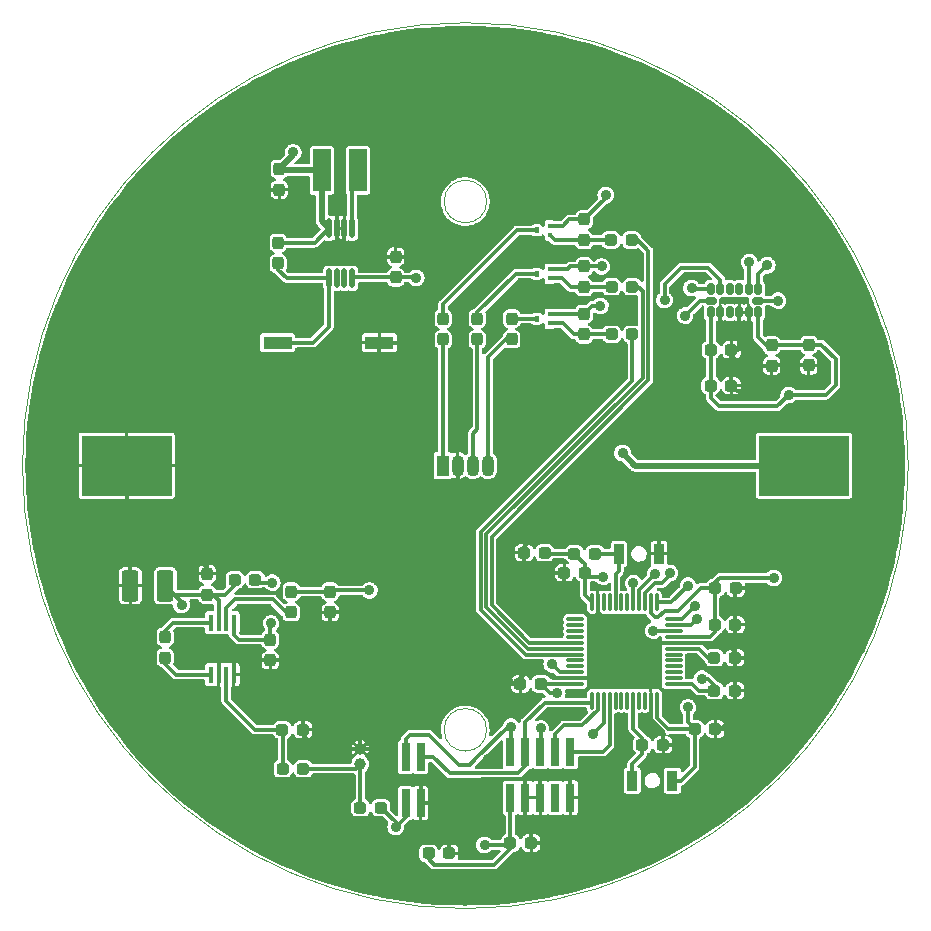
<source format=gbr>
G04 #@! TF.GenerationSoftware,KiCad,Pcbnew,6.0.7-f9a2dced07~116~ubuntu22.04.1*
G04 #@! TF.CreationDate,2022-08-25T07:51:25+02:00*
G04 #@! TF.ProjectId,PCB-Ange,5043422d-416e-4676-952e-6b696361645f,rev?*
G04 #@! TF.SameCoordinates,Original*
G04 #@! TF.FileFunction,Copper,L1,Top*
G04 #@! TF.FilePolarity,Positive*
%FSLAX46Y46*%
G04 Gerber Fmt 4.6, Leading zero omitted, Abs format (unit mm)*
G04 Created by KiCad (PCBNEW 6.0.7-f9a2dced07~116~ubuntu22.04.1) date 2022-08-25 07:51:25*
%MOMM*%
%LPD*%
G01*
G04 APERTURE LIST*
G04 Aperture macros list*
%AMRoundRect*
0 Rectangle with rounded corners*
0 $1 Rounding radius*
0 $2 $3 $4 $5 $6 $7 $8 $9 X,Y pos of 4 corners*
0 Add a 4 corners polygon primitive as box body*
4,1,4,$2,$3,$4,$5,$6,$7,$8,$9,$2,$3,0*
0 Add four circle primitives for the rounded corners*
1,1,$1+$1,$2,$3*
1,1,$1+$1,$4,$5*
1,1,$1+$1,$6,$7*
1,1,$1+$1,$8,$9*
0 Add four rect primitives between the rounded corners*
20,1,$1+$1,$2,$3,$4,$5,0*
20,1,$1+$1,$4,$5,$6,$7,0*
20,1,$1+$1,$6,$7,$8,$9,0*
20,1,$1+$1,$8,$9,$2,$3,0*%
G04 Aperture macros list end*
G04 #@! TA.AperFunction,Profile*
%ADD10C,0.050000*%
G04 #@! TD*
G04 #@! TA.AperFunction,SMDPad,CuDef*
%ADD11R,0.740000X2.400000*%
G04 #@! TD*
G04 #@! TA.AperFunction,SMDPad,CuDef*
%ADD12RoundRect,0.112500X0.112500X-0.700000X0.112500X0.700000X-0.112500X0.700000X-0.112500X-0.700000X0*%
G04 #@! TD*
G04 #@! TA.AperFunction,SMDPad,CuDef*
%ADD13R,7.620000X5.080000*%
G04 #@! TD*
G04 #@! TA.AperFunction,SMDPad,CuDef*
%ADD14RoundRect,0.237500X-0.287500X-0.237500X0.287500X-0.237500X0.287500X0.237500X-0.287500X0.237500X0*%
G04 #@! TD*
G04 #@! TA.AperFunction,SMDPad,CuDef*
%ADD15RoundRect,0.237500X-0.237500X0.287500X-0.237500X-0.287500X0.237500X-0.287500X0.237500X0.287500X0*%
G04 #@! TD*
G04 #@! TA.AperFunction,SMDPad,CuDef*
%ADD16RoundRect,0.237500X0.287500X0.237500X-0.287500X0.237500X-0.287500X-0.237500X0.287500X-0.237500X0*%
G04 #@! TD*
G04 #@! TA.AperFunction,SMDPad,CuDef*
%ADD17RoundRect,0.237500X0.237500X-0.287500X0.237500X0.287500X-0.237500X0.287500X-0.237500X-0.287500X0*%
G04 #@! TD*
G04 #@! TA.AperFunction,SMDPad,CuDef*
%ADD18RoundRect,0.250001X0.462499X1.074999X-0.462499X1.074999X-0.462499X-1.074999X0.462499X-1.074999X0*%
G04 #@! TD*
G04 #@! TA.AperFunction,ComponentPad*
%ADD19R,1.070000X1.800000*%
G04 #@! TD*
G04 #@! TA.AperFunction,ComponentPad*
%ADD20O,1.070000X1.800000*%
G04 #@! TD*
G04 #@! TA.AperFunction,SMDPad,CuDef*
%ADD21R,1.500000X3.600000*%
G04 #@! TD*
G04 #@! TA.AperFunction,ComponentPad*
%ADD22C,1.000000*%
G04 #@! TD*
G04 #@! TA.AperFunction,SMDPad,CuDef*
%ADD23R,0.450000X0.400000*%
G04 #@! TD*
G04 #@! TA.AperFunction,SMDPad,CuDef*
%ADD24R,0.450000X0.500000*%
G04 #@! TD*
G04 #@! TA.AperFunction,SMDPad,CuDef*
%ADD25R,0.900000X1.700000*%
G04 #@! TD*
G04 #@! TA.AperFunction,SMDPad,CuDef*
%ADD26R,2.440000X1.120000*%
G04 #@! TD*
G04 #@! TA.AperFunction,SMDPad,CuDef*
%ADD27RoundRect,0.075000X0.662500X0.075000X-0.662500X0.075000X-0.662500X-0.075000X0.662500X-0.075000X0*%
G04 #@! TD*
G04 #@! TA.AperFunction,SMDPad,CuDef*
%ADD28RoundRect,0.075000X0.075000X0.662500X-0.075000X0.662500X-0.075000X-0.662500X0.075000X-0.662500X0*%
G04 #@! TD*
G04 #@! TA.AperFunction,SMDPad,CuDef*
%ADD29RoundRect,0.150000X0.150000X-0.325000X0.150000X0.325000X-0.150000X0.325000X-0.150000X-0.325000X0*%
G04 #@! TD*
G04 #@! TA.AperFunction,SMDPad,CuDef*
%ADD30RoundRect,0.150000X0.325000X-0.150000X0.325000X0.150000X-0.325000X0.150000X-0.325000X-0.150000X0*%
G04 #@! TD*
G04 #@! TA.AperFunction,SMDPad,CuDef*
%ADD31R,0.450000X1.450000*%
G04 #@! TD*
G04 #@! TA.AperFunction,ViaPad*
%ADD32C,0.900000*%
G04 #@! TD*
G04 #@! TA.AperFunction,Conductor*
%ADD33C,0.300000*%
G04 #@! TD*
G04 #@! TA.AperFunction,Conductor*
%ADD34C,0.500000*%
G04 #@! TD*
G04 APERTURE END LIST*
D10*
X101800000Y-122365000D02*
G75*
G03*
X101800000Y-122365000I-1800000J0D01*
G01*
X101800000Y-77635000D02*
G75*
G03*
X101800000Y-77635000I-1800000J0D01*
G01*
X137500000Y-100000000D02*
G75*
G03*
X137500000Y-100000000I-37500000J0D01*
G01*
D11*
X94940000Y-128575000D03*
X94940000Y-124675000D03*
X96210000Y-128575000D03*
X96210000Y-124675000D03*
D12*
X88458600Y-84129300D03*
X89108600Y-84129300D03*
X89758600Y-84129300D03*
X90408600Y-84129300D03*
X90408600Y-79904300D03*
X89758600Y-79904300D03*
X89108600Y-79904300D03*
X88458600Y-79904300D03*
D13*
X71310000Y-100000000D03*
X128690000Y-100000000D03*
D14*
X103810000Y-131953200D03*
X105560000Y-131953200D03*
X122832000Y-116256000D03*
X121082000Y-116256000D03*
X96878400Y-132816800D03*
X98628400Y-132816800D03*
D15*
X84252000Y-76632000D03*
X84252000Y-74882000D03*
D14*
X121082000Y-119050000D03*
X122832000Y-119050000D03*
D16*
X108370600Y-109067800D03*
X110120600Y-109067800D03*
X106400800Y-118491200D03*
X104650800Y-118491200D03*
D14*
X121155600Y-122301200D03*
X119405600Y-122301200D03*
X122860000Y-113462000D03*
X121110000Y-113462000D03*
X121146800Y-110363200D03*
X122896800Y-110363200D03*
D16*
X106717000Y-107366000D03*
X104967000Y-107366000D03*
D17*
X94107200Y-82310200D03*
X94107200Y-84060200D03*
D14*
X120777200Y-90195600D03*
X122527200Y-90195600D03*
D15*
X125933400Y-89803200D03*
X125933400Y-91553200D03*
D14*
X122515800Y-93218200D03*
X120765800Y-93218200D03*
D15*
X129083000Y-91513800D03*
X129083000Y-89763800D03*
D14*
X84534000Y-125654000D03*
X86284000Y-125654000D03*
D18*
X74600000Y-110160000D03*
X71625000Y-110160000D03*
D17*
X78156000Y-109172000D03*
X78156000Y-110922000D03*
D15*
X88570000Y-110668000D03*
X88570000Y-112418000D03*
D19*
X98095000Y-100000000D03*
D20*
X99365000Y-100000000D03*
X100635000Y-100000000D03*
X101905000Y-100000000D03*
D11*
X103810000Y-128112000D03*
X103810000Y-124212000D03*
X105080000Y-128112000D03*
X105080000Y-124212000D03*
X106350000Y-128112000D03*
X106350000Y-124212000D03*
X107620000Y-128112000D03*
X107620000Y-124212000D03*
X108890000Y-128112000D03*
X108890000Y-124212000D03*
D21*
X90907800Y-75006400D03*
X87857800Y-75006400D03*
D22*
X91110000Y-125273000D03*
X91110000Y-124003000D03*
D23*
X107179000Y-80486400D03*
X107179000Y-79686400D03*
D24*
X106029000Y-80086400D03*
D23*
X107179000Y-84144000D03*
X107179000Y-83344000D03*
D24*
X106029000Y-83744000D03*
X106029000Y-87554000D03*
D23*
X107179000Y-87154000D03*
X107179000Y-87954000D03*
D14*
X109222800Y-107442200D03*
X110972800Y-107442200D03*
X116736000Y-123622000D03*
X114986000Y-123622000D03*
D15*
X84150400Y-81130400D03*
X84150400Y-82880400D03*
D14*
X112321600Y-80899200D03*
X114071600Y-80899200D03*
D17*
X110058400Y-79160600D03*
X110058400Y-80910600D03*
D16*
X92860000Y-128956000D03*
X91110000Y-128956000D03*
D17*
X98120400Y-87554000D03*
X98120400Y-89304000D03*
D14*
X86256000Y-122352000D03*
X84506000Y-122352000D03*
X112372400Y-84861600D03*
X114122400Y-84861600D03*
D17*
X74600000Y-116256000D03*
X74600000Y-114506000D03*
X110058400Y-83134400D03*
X110058400Y-84884400D03*
X101016000Y-89304000D03*
X101016000Y-87554000D03*
D14*
X80470000Y-109652000D03*
X82220000Y-109652000D03*
D15*
X83490000Y-116482000D03*
X83490000Y-114732000D03*
D14*
X114145200Y-88874800D03*
X112395200Y-88874800D03*
D15*
X85268000Y-112418000D03*
X85268000Y-110668000D03*
D17*
X110058400Y-88897600D03*
X110058400Y-87147600D03*
X103911600Y-87554000D03*
X103911600Y-89304000D03*
D25*
X116406600Y-107467600D03*
X113006600Y-107467600D03*
X117526000Y-126670000D03*
X114126000Y-126670000D03*
D26*
X84112600Y-89586000D03*
X92722600Y-89586000D03*
D27*
X117624500Y-118498000D03*
X117624500Y-117998000D03*
X117624500Y-117498000D03*
X117624500Y-116998000D03*
X117624500Y-116498000D03*
X117624500Y-115998000D03*
X117624500Y-115498000D03*
X117624500Y-114998000D03*
X117624500Y-114498000D03*
X117624500Y-113998000D03*
X117624500Y-113498000D03*
X117624500Y-112998000D03*
D28*
X116212000Y-111585500D03*
X115712000Y-111585500D03*
X115212000Y-111585500D03*
X114712000Y-111585500D03*
X114212000Y-111585500D03*
X113712000Y-111585500D03*
X113212000Y-111585500D03*
X112712000Y-111585500D03*
X112212000Y-111585500D03*
X111712000Y-111585500D03*
X111212000Y-111585500D03*
X110712000Y-111585500D03*
D27*
X109299500Y-112998000D03*
X109299500Y-113498000D03*
X109299500Y-113998000D03*
X109299500Y-114498000D03*
X109299500Y-114998000D03*
X109299500Y-115498000D03*
X109299500Y-115998000D03*
X109299500Y-116498000D03*
X109299500Y-116998000D03*
X109299500Y-117498000D03*
X109299500Y-117998000D03*
X109299500Y-118498000D03*
D28*
X110712000Y-119910500D03*
X111212000Y-119910500D03*
X111712000Y-119910500D03*
X112212000Y-119910500D03*
X112712000Y-119910500D03*
X113212000Y-119910500D03*
X113712000Y-119910500D03*
X114212000Y-119910500D03*
X114712000Y-119910500D03*
X115212000Y-119910500D03*
X115712000Y-119910500D03*
X116212000Y-119910500D03*
D29*
X120783800Y-87030000D03*
X121583800Y-87030000D03*
X122383800Y-87030000D03*
X123183800Y-87030000D03*
X123983800Y-87030000D03*
X124783800Y-87030000D03*
D30*
X124783800Y-86030000D03*
D29*
X124783800Y-85030000D03*
X123983800Y-85030000D03*
X123183800Y-85030000D03*
X122383800Y-85030000D03*
X121583800Y-85030000D03*
X120783800Y-85030000D03*
D30*
X120783800Y-86030000D03*
D31*
X78451000Y-117694000D03*
X79101000Y-117694000D03*
X79751000Y-117694000D03*
X80401000Y-117694000D03*
X80401000Y-113294000D03*
X79751000Y-113294000D03*
X79101000Y-113294000D03*
X78451000Y-113294000D03*
D32*
X95834400Y-84099600D03*
X111887200Y-77089200D03*
X111531600Y-83134400D03*
X111430000Y-86487200D03*
X127381200Y-94005600D03*
X126111200Y-109499600D03*
X118846800Y-120472400D03*
X101625600Y-132105600D03*
X94107200Y-130581600D03*
X111633200Y-109398000D03*
X107772400Y-119253200D03*
X120015202Y-118034000D03*
X75971600Y-111785600D03*
X118440400Y-123977600D03*
X124892000Y-116256000D03*
X123368000Y-96596400D03*
X124333200Y-93700800D03*
X97917200Y-84556800D03*
X104368800Y-85572800D03*
X100508000Y-127584400D03*
X101950000Y-124800000D03*
X107670800Y-121031200D03*
X113309600Y-98933200D03*
X85420400Y-73482400D03*
X115900400Y-113970000D03*
X91872000Y-110566400D03*
X107315200Y-116814800D03*
X103860800Y-122098000D03*
X110769600Y-122758400D03*
X106400800Y-122250400D03*
X83642400Y-109906000D03*
X83540800Y-113360400D03*
X119608800Y-112954000D03*
X124028400Y-82778800D03*
X119456400Y-111887200D03*
X125552400Y-83032800D03*
X118846800Y-110160000D03*
X126466800Y-86030000D03*
X117322800Y-109093200D03*
X118592800Y-87300000D03*
X116066413Y-109178443D03*
X116865596Y-85979200D03*
X114224000Y-109956800D03*
X119151600Y-84963200D03*
D33*
X96210000Y-128575000D02*
X96210000Y-127110000D01*
X96210000Y-127110000D02*
X95625000Y-126525000D01*
X95625000Y-126525000D02*
X93175000Y-126525000D01*
X92225000Y-124250000D02*
X91978000Y-124003000D01*
X93175000Y-126525000D02*
X92225000Y-125575000D01*
X92225000Y-125575000D02*
X92225000Y-124250000D01*
X91978000Y-124003000D02*
X91110000Y-124003000D01*
X103860800Y-122098000D02*
X103587945Y-122098000D01*
X103587945Y-122098000D02*
X100825000Y-124860945D01*
X100825000Y-124860945D02*
X100825000Y-124875000D01*
X100825000Y-124875000D02*
X100375000Y-125325000D01*
X100375000Y-125325000D02*
X99450000Y-125325000D01*
X99450000Y-125325000D02*
X96900000Y-122775000D01*
X95350000Y-122775000D02*
X94940000Y-123185000D01*
X96900000Y-122775000D02*
X95350000Y-122775000D01*
X94940000Y-123185000D02*
X94940000Y-124675000D01*
X105080000Y-124212000D02*
X105080000Y-125400000D01*
X105080000Y-125400000D02*
X104414810Y-126065190D01*
X104414810Y-126065190D02*
X98690190Y-126065190D01*
X98690190Y-126065190D02*
X97300000Y-124675000D01*
X97300000Y-124675000D02*
X96210000Y-124675000D01*
X94107200Y-130581600D02*
X94940000Y-129748800D01*
X94940000Y-129748800D02*
X94940000Y-128575000D01*
X99314200Y-128575000D02*
X98675000Y-128575000D01*
X98675000Y-128575000D02*
X96210000Y-128575000D01*
X98628400Y-132816800D02*
X98628400Y-128621600D01*
X98628400Y-128621600D02*
X98675000Y-128575000D01*
X100533400Y-127355800D02*
X99314200Y-128575000D01*
X117624500Y-114498000D02*
X120706400Y-114498000D01*
X121110000Y-114094400D02*
X121110000Y-113462000D01*
X120706400Y-114498000D02*
X121110000Y-114094400D01*
X106407600Y-118498000D02*
X106400800Y-118491200D01*
X109299500Y-118498000D02*
X106407600Y-118498000D01*
X103810000Y-131953200D02*
X103810000Y-128112000D01*
X118276000Y-126670000D02*
X119405600Y-125540400D01*
X117526000Y-126670000D02*
X118276000Y-126670000D01*
X119405600Y-125540400D02*
X119405600Y-122301200D01*
X119405600Y-122301200D02*
X117170400Y-122301200D01*
X116212000Y-121342800D02*
X116212000Y-119910500D01*
X117170400Y-122301200D02*
X116212000Y-121342800D01*
X121082000Y-119050000D02*
X119761200Y-119050000D01*
X119209200Y-118498000D02*
X117624500Y-118498000D01*
X119761200Y-119050000D02*
X119209200Y-118498000D01*
X121110000Y-110400000D02*
X121146800Y-110363200D01*
X121110000Y-113462000D02*
X121110000Y-110400000D01*
X110120600Y-108340000D02*
X109222800Y-107442200D01*
X110120600Y-109067800D02*
X110120600Y-108340000D01*
X106793200Y-107442200D02*
X106717000Y-107366000D01*
X109222800Y-107442200D02*
X106793200Y-107442200D01*
X124783800Y-89128600D02*
X124783800Y-87030000D01*
X125933400Y-89803200D02*
X125458400Y-89803200D01*
X125458400Y-89803200D02*
X124783800Y-89128600D01*
X125972800Y-89763800D02*
X125933400Y-89803200D01*
X129083000Y-89763800D02*
X125972800Y-89763800D01*
X120777200Y-87036600D02*
X120783800Y-87030000D01*
X120777200Y-90195600D02*
X120777200Y-87036600D01*
X120777200Y-93206800D02*
X120765800Y-93218200D01*
X120777200Y-90195600D02*
X120777200Y-93206800D01*
X110058400Y-79160600D02*
X108799800Y-79160600D01*
X108274000Y-79686400D02*
X107179000Y-79686400D01*
X108799800Y-79160600D02*
X108274000Y-79686400D01*
X110058400Y-83134400D02*
X108890000Y-83134400D01*
X108680400Y-83344000D02*
X107179000Y-83344000D01*
X108890000Y-83134400D02*
X108680400Y-83344000D01*
X107185400Y-87147600D02*
X107179000Y-87154000D01*
X110058400Y-87147600D02*
X107185400Y-87147600D01*
X90477700Y-84060200D02*
X90408600Y-84129300D01*
X94107200Y-84060200D02*
X90477700Y-84060200D01*
X94107200Y-84060200D02*
X95795000Y-84060200D01*
X95795000Y-84060200D02*
X95834400Y-84099600D01*
X111887200Y-77331800D02*
X110058400Y-79160600D01*
X111887200Y-77089200D02*
X111887200Y-77331800D01*
X111531600Y-83134400D02*
X110058400Y-83134400D01*
X110718800Y-86487200D02*
X110058400Y-87147600D01*
X111430000Y-86487200D02*
X110718800Y-86487200D01*
X127381200Y-94005600D02*
X126416000Y-94970800D01*
X126416000Y-94970800D02*
X121488400Y-94970800D01*
X120765800Y-94248200D02*
X120765800Y-93218200D01*
X121488400Y-94970800D02*
X120765800Y-94248200D01*
X127381200Y-94005600D02*
X130530800Y-94005600D01*
X130530800Y-94005600D02*
X131343600Y-93192800D01*
X131343600Y-93192800D02*
X131343600Y-90957600D01*
X130149800Y-89763800D02*
X129083000Y-89763800D01*
X131343600Y-90957600D02*
X130149800Y-89763800D01*
X103810000Y-132428200D02*
X102456200Y-133782000D01*
X103810000Y-131953200D02*
X103810000Y-132428200D01*
X96878400Y-133291800D02*
X96878400Y-132816800D01*
X97368600Y-133782000D02*
X96878400Y-133291800D01*
X102456200Y-133782000D02*
X97368600Y-133782000D01*
X121535400Y-109499600D02*
X121146800Y-109888200D01*
X121146800Y-109888200D02*
X121146800Y-110363200D01*
X126111200Y-109499600D02*
X121535400Y-109499600D01*
X118846800Y-121742400D02*
X119405600Y-122301200D01*
X118846800Y-120472400D02*
X118846800Y-121742400D01*
X103657600Y-132105600D02*
X103810000Y-131953200D01*
X101625600Y-132105600D02*
X103657600Y-132105600D01*
X94107200Y-130203200D02*
X92860000Y-128956000D01*
X94107200Y-130581600D02*
X94107200Y-130203200D01*
X78631000Y-110922000D02*
X78156000Y-110922000D01*
X79101000Y-111392000D02*
X78631000Y-110922000D01*
X79101000Y-113294000D02*
X79101000Y-111392000D01*
X75362000Y-110922000D02*
X74600000Y-110160000D01*
X78156000Y-110922000D02*
X75362000Y-110922000D01*
X80470000Y-110127000D02*
X80470000Y-109652000D01*
X79675000Y-110922000D02*
X80470000Y-110127000D01*
X78156000Y-110922000D02*
X79675000Y-110922000D01*
X121146800Y-110363200D02*
X119913600Y-110363200D01*
X119913600Y-110363200D02*
X117983200Y-112293600D01*
X117983200Y-112293600D02*
X116865600Y-112293600D01*
X116865600Y-112293600D02*
X116306800Y-112852400D01*
X116306800Y-112852400D02*
X116052800Y-112852400D01*
X115712000Y-112511600D02*
X115712000Y-111585500D01*
X116052800Y-112852400D02*
X115712000Y-112511600D01*
X110450800Y-109398000D02*
X110120600Y-109067800D01*
X111633200Y-109398000D02*
X110450800Y-109398000D01*
X110120600Y-110994100D02*
X110712000Y-111585500D01*
X110120600Y-109067800D02*
X110120600Y-110994100D01*
X107162800Y-119253200D02*
X106400800Y-118491200D01*
X107772400Y-119253200D02*
X107162800Y-119253200D01*
X121082000Y-118575000D02*
X120541000Y-118034000D01*
X121082000Y-119050000D02*
X121082000Y-118575000D01*
X120541000Y-118034000D02*
X120015202Y-118034000D01*
X75971600Y-111531600D02*
X75971600Y-111785600D01*
X74600000Y-110160000D02*
X75971600Y-111531600D01*
X80401000Y-116669000D02*
X80401000Y-117694000D01*
X80588000Y-116482000D02*
X80401000Y-116669000D01*
X83490000Y-116482000D02*
X80588000Y-116482000D01*
X79101000Y-116669000D02*
X79101000Y-117694000D01*
X79288000Y-116482000D02*
X79101000Y-116669000D01*
X80588000Y-116482000D02*
X79288000Y-116482000D01*
X108890000Y-126612000D02*
X108795600Y-126517600D01*
X108890000Y-128112000D02*
X108890000Y-126612000D01*
X106350000Y-126612000D02*
X106350000Y-128112000D01*
X106444400Y-126517600D02*
X106350000Y-126612000D01*
X108795600Y-126517600D02*
X106444400Y-126517600D01*
X105080000Y-126612000D02*
X105080000Y-128112000D01*
X105174400Y-126517600D02*
X105080000Y-126612000D01*
X106444400Y-126517600D02*
X105174400Y-126517600D01*
X105560000Y-131953200D02*
X105560000Y-130553600D01*
X105080000Y-130073600D02*
X105080000Y-128112000D01*
X105560000Y-130553600D02*
X105080000Y-130073600D01*
X116736000Y-123622000D02*
X118084800Y-123622000D01*
X118084800Y-123622000D02*
X118440400Y-123977600D01*
X124892000Y-116256000D02*
X122832000Y-116256000D01*
X122832000Y-116256000D02*
X122832000Y-119050000D01*
X122832000Y-113490000D02*
X122860000Y-113462000D01*
X122832000Y-116256000D02*
X122832000Y-113490000D01*
X122860000Y-110400000D02*
X122896800Y-110363200D01*
X122860000Y-113462000D02*
X122860000Y-110400000D01*
X118362000Y-114998000D02*
X117624500Y-114998000D01*
X122049000Y-114998000D02*
X118362000Y-114998000D01*
X122832000Y-115781000D02*
X122049000Y-114998000D01*
X122832000Y-116256000D02*
X122832000Y-115781000D01*
X111212000Y-112356740D02*
X111212000Y-112323000D01*
X111212000Y-112323000D02*
X111212000Y-111585500D01*
X113853260Y-114998000D02*
X111212000Y-112356740D01*
X117624500Y-114998000D02*
X113853260Y-114998000D01*
X110853260Y-117998000D02*
X109299500Y-117998000D01*
X113853260Y-114998000D02*
X110853260Y-117998000D01*
X108370600Y-109067800D02*
X105867400Y-109067800D01*
X104967000Y-108167400D02*
X104967000Y-107366000D01*
X105867400Y-109067800D02*
X104967000Y-108167400D01*
X123183800Y-87505000D02*
X123183800Y-87030000D01*
X123052200Y-90195600D02*
X123183800Y-90064000D01*
X122527200Y-90195600D02*
X123052200Y-90195600D01*
X123983800Y-87505000D02*
X123983800Y-87030000D01*
X123477586Y-88246200D02*
X123983800Y-87739986D01*
X123183800Y-88246200D02*
X123477586Y-88246200D01*
X123983800Y-87739986D02*
X123983800Y-87505000D01*
X123183800Y-88246200D02*
X123183800Y-87505000D01*
X123183800Y-90064000D02*
X123183800Y-88246200D01*
X123183800Y-88246200D02*
X122129800Y-88246200D01*
X121583800Y-87700200D02*
X121583800Y-87030000D01*
X122129800Y-88246200D02*
X121583800Y-87700200D01*
X125972800Y-91513800D02*
X125933400Y-91553200D01*
X129083000Y-91513800D02*
X125972800Y-91513800D01*
X122527200Y-90670600D02*
X122527200Y-90195600D01*
X123409800Y-91553200D02*
X122527200Y-90670600D01*
X125933400Y-91553200D02*
X123409800Y-91553200D01*
X122527200Y-93206800D02*
X122515800Y-93218200D01*
X122527200Y-90195600D02*
X122527200Y-93206800D01*
X94107200Y-82310200D02*
X90489000Y-82310200D01*
X90489000Y-82310200D02*
X89758600Y-81579800D01*
X89758600Y-81021000D02*
X89403000Y-81021000D01*
X89758600Y-81021000D02*
X89758600Y-79904300D01*
X89758600Y-81579800D02*
X89758600Y-81021000D01*
X89108600Y-80726600D02*
X89108600Y-79904300D01*
X89403000Y-81021000D02*
X89108600Y-80726600D01*
X105174400Y-126517600D02*
X101371600Y-126517600D01*
X122832000Y-119525000D02*
X122832000Y-119050000D01*
X122832000Y-121149800D02*
X122832000Y-119525000D01*
X121680600Y-122301200D02*
X122832000Y-121149800D01*
X121155600Y-122301200D02*
X121680600Y-122301200D01*
X115712000Y-120648000D02*
X115712000Y-119910500D01*
X115712000Y-121482604D02*
X115712000Y-120648000D01*
X116736000Y-122506604D02*
X115712000Y-121482604D01*
X116736000Y-123622000D02*
X116736000Y-122506604D01*
X89108600Y-79904300D02*
X89108600Y-72852600D01*
X89108600Y-72852600D02*
X88112800Y-71856800D01*
X88112800Y-71856800D02*
X84099600Y-71856800D01*
X84099600Y-71856800D02*
X82524800Y-73431600D01*
X82524800Y-73431600D02*
X82524800Y-75971600D01*
X83185200Y-76632000D02*
X84252000Y-76632000D01*
X82524800Y-75971600D02*
X83185200Y-76632000D01*
X94242600Y-89586000D02*
X97053600Y-86775000D01*
X92722600Y-89586000D02*
X94242600Y-89586000D01*
X96381800Y-82310200D02*
X94107200Y-82310200D01*
X97053600Y-82982000D02*
X96381800Y-82310200D01*
X99365000Y-101200000D02*
X98279000Y-102286000D01*
X99365000Y-100000000D02*
X99365000Y-101200000D01*
X98279000Y-102286000D02*
X96190000Y-102286000D01*
X92722600Y-98818600D02*
X92722600Y-89586000D01*
X96190000Y-102286000D02*
X92722600Y-98818600D01*
X83490000Y-116482000D02*
X86058000Y-116482000D01*
X88570000Y-113970000D02*
X88570000Y-112418000D01*
X86058000Y-116482000D02*
X88570000Y-113970000D01*
X86256000Y-116680000D02*
X86058000Y-116482000D01*
X86256000Y-122352000D02*
X86256000Y-116680000D01*
X86256000Y-122827000D02*
X86256000Y-122352000D01*
X87432000Y-124003000D02*
X86256000Y-122827000D01*
X91110000Y-124003000D02*
X87432000Y-124003000D01*
X104650800Y-118016200D02*
X104650800Y-118491200D01*
X105191800Y-117475200D02*
X104650800Y-118016200D01*
X107384846Y-117998000D02*
X106862046Y-117475200D01*
X106862046Y-117475200D02*
X105191800Y-117475200D01*
X109299500Y-117998000D02*
X107384846Y-117998000D01*
X104125800Y-118491200D02*
X102805000Y-117170400D01*
X104650800Y-118491200D02*
X104125800Y-118491200D01*
X102805000Y-117170400D02*
X94564400Y-117170400D01*
X91110000Y-120624800D02*
X91110000Y-124003000D01*
X94564400Y-117170400D02*
X91110000Y-120624800D01*
X111212000Y-111585500D02*
X111212000Y-112511600D01*
X110972800Y-112750800D02*
X110515600Y-112750800D01*
X111212000Y-112511600D02*
X110972800Y-112750800D01*
X108370600Y-110605800D02*
X108370600Y-109067800D01*
X110515600Y-112750800D02*
X108370600Y-110605800D01*
X104967000Y-106891000D02*
X107895600Y-103962400D01*
X104967000Y-107366000D02*
X104967000Y-106891000D01*
X116406600Y-106094200D02*
X116406600Y-107467600D01*
X114274800Y-103962400D02*
X116406600Y-106094200D01*
X88570000Y-112418000D02*
X93119200Y-112418000D01*
X93119200Y-112418000D02*
X94259600Y-111277600D01*
X94259600Y-111277600D02*
X94259600Y-108534400D01*
X94259600Y-108534400D02*
X92837200Y-107112000D01*
X92837200Y-107112000D02*
X79273600Y-107112000D01*
X78156000Y-108229600D02*
X78156000Y-109172000D01*
X79273600Y-107112000D02*
X78156000Y-108229600D01*
X78156000Y-108647000D02*
X76671800Y-107162800D01*
X78156000Y-109172000D02*
X78156000Y-108647000D01*
X76671800Y-107162800D02*
X72618800Y-107162800D01*
X71625000Y-108156600D02*
X71625000Y-110160000D01*
X72618800Y-107162800D02*
X71625000Y-108156600D01*
X92837200Y-105638800D02*
X96190000Y-102286000D01*
X92837200Y-107112000D02*
X92837200Y-105638800D01*
X71310000Y-105854000D02*
X71310000Y-100000000D01*
X72618800Y-107162800D02*
X71310000Y-105854000D01*
X110414000Y-103962400D02*
X110414000Y-99898400D01*
X110414000Y-103962400D02*
X114274800Y-103962400D01*
X107895600Y-103962400D02*
X110414000Y-103962400D01*
X110414000Y-99898400D02*
X113716000Y-96596400D01*
X113716000Y-96596400D02*
X123368000Y-96596400D01*
X122998400Y-93700800D02*
X122515800Y-93218200D01*
X124333200Y-93700800D02*
X122998400Y-93700800D01*
X97053600Y-84658400D02*
X97815600Y-84658400D01*
X97053600Y-84658400D02*
X97053600Y-82982000D01*
X97815600Y-84658400D02*
X97917200Y-84556800D01*
X97053600Y-86775000D02*
X97053600Y-84658400D01*
X100533400Y-127559000D02*
X100508000Y-127584400D01*
X100533400Y-127355800D02*
X100533400Y-127559000D01*
X101371600Y-126517600D02*
X100533400Y-127355800D01*
X120557000Y-116256000D02*
X119795000Y-115494000D01*
X121082000Y-116256000D02*
X120557000Y-116256000D01*
X119791000Y-115498000D02*
X117624500Y-115498000D01*
X119795000Y-115494000D02*
X119791000Y-115498000D01*
X87232500Y-81130400D02*
X88458600Y-79904300D01*
X84150400Y-81130400D02*
X87232500Y-81130400D01*
D34*
X128690000Y-100000000D02*
X114376400Y-100000000D01*
X114376400Y-100000000D02*
X113309600Y-98933200D01*
X85420400Y-73713600D02*
X84252000Y-74882000D01*
X85420400Y-73482400D02*
X85420400Y-73713600D01*
X87857800Y-79303500D02*
X87857800Y-75006400D01*
X88458600Y-79904300D02*
X87857800Y-79303500D01*
X84376400Y-75006400D02*
X84252000Y-74882000D01*
X87857800Y-75006400D02*
X84376400Y-75006400D01*
D33*
X84506000Y-122352000D02*
X82169200Y-122352000D01*
X79751000Y-119933800D02*
X79751000Y-117694000D01*
X82169200Y-122352000D02*
X79751000Y-119933800D01*
X84534000Y-122380000D02*
X84506000Y-122352000D01*
X84534000Y-125654000D02*
X84534000Y-122380000D01*
X90729000Y-125654000D02*
X91110000Y-125273000D01*
X86284000Y-125654000D02*
X90729000Y-125654000D01*
X91110000Y-128956000D02*
X91110000Y-125273000D01*
X117624500Y-113998000D02*
X115928400Y-113998000D01*
X115928400Y-113998000D02*
X115900400Y-113970000D01*
X88671600Y-110566400D02*
X88570000Y-110668000D01*
X91872000Y-110566400D02*
X88671600Y-110566400D01*
X88095000Y-110668000D02*
X85268000Y-110668000D01*
X88570000Y-110668000D02*
X88095000Y-110668000D01*
X98120400Y-99974600D02*
X98095000Y-100000000D01*
X98120400Y-89304000D02*
X98120400Y-99974600D01*
X101016000Y-89304000D02*
X101016000Y-96901200D01*
X100635000Y-97282200D02*
X100635000Y-100000000D01*
X101016000Y-96901200D02*
X100635000Y-97282200D01*
X101905000Y-90835600D02*
X101905000Y-100000000D01*
X103911600Y-89304000D02*
X103436600Y-89304000D01*
X103436600Y-89304000D02*
X101905000Y-90835600D01*
X109299500Y-117498000D02*
X107998400Y-117498000D01*
X107998400Y-117498000D02*
X107315200Y-116814800D01*
X103860800Y-124161200D02*
X103810000Y-124212000D01*
X103860800Y-122098000D02*
X103860800Y-124161200D01*
X110562000Y-120060500D02*
X106711100Y-120060500D01*
X110712000Y-119910500D02*
X110562000Y-120060500D01*
X105080000Y-121691600D02*
X105080000Y-124212000D01*
X106711100Y-120060500D02*
X105080000Y-121691600D01*
X111712000Y-119910500D02*
X111712000Y-121816000D01*
X111712000Y-121816000D02*
X110769600Y-122758400D01*
X106400800Y-124161200D02*
X106350000Y-124212000D01*
X106400800Y-122250400D02*
X106400800Y-124161200D01*
X109897340Y-121996400D02*
X108335600Y-121996400D01*
X108335600Y-121996400D02*
X107620000Y-122712000D01*
X111212000Y-120681740D02*
X109897340Y-121996400D01*
X107620000Y-122712000D02*
X107620000Y-124212000D01*
X111212000Y-119910500D02*
X111212000Y-120681740D01*
X112212000Y-119910500D02*
X112212000Y-123652800D01*
X111652800Y-124212000D02*
X108890000Y-124212000D01*
X112212000Y-123652800D02*
X111652800Y-124212000D01*
X90408600Y-75505600D02*
X90907800Y-75006400D01*
X90408600Y-79904300D02*
X90408600Y-75505600D01*
X110069800Y-80899200D02*
X110058400Y-80910600D01*
X112321600Y-80899200D02*
X110069800Y-80899200D01*
X107603200Y-80910600D02*
X107179000Y-80486400D01*
X110058400Y-80910600D02*
X107603200Y-80910600D01*
X106029000Y-80086400D02*
X104368800Y-80086400D01*
X98120400Y-86334800D02*
X98120400Y-87554000D01*
X104368800Y-80086400D02*
X98120400Y-86334800D01*
X110058400Y-84884400D02*
X108912800Y-84884400D01*
X108172400Y-84144000D02*
X107179000Y-84144000D01*
X108912800Y-84884400D02*
X108172400Y-84144000D01*
X110081200Y-84861600D02*
X110058400Y-84884400D01*
X112372400Y-84861600D02*
X110081200Y-84861600D01*
X101016000Y-87029000D02*
X101016000Y-87554000D01*
X104301000Y-83744000D02*
X101016000Y-87029000D01*
X106029000Y-83744000D02*
X104301000Y-83744000D01*
X106029000Y-87554000D02*
X103911600Y-87554000D01*
X110058400Y-88897600D02*
X109166800Y-88897600D01*
X108223200Y-87954000D02*
X107179000Y-87954000D01*
X109166800Y-88897600D02*
X108223200Y-87954000D01*
X110081200Y-88874800D02*
X110058400Y-88897600D01*
X112395200Y-88874800D02*
X110081200Y-88874800D01*
X112712000Y-111585500D02*
X112712000Y-109182800D01*
X113006600Y-108888200D02*
X113006600Y-107467600D01*
X112712000Y-109182800D02*
X113006600Y-108888200D01*
X110998200Y-107467600D02*
X110972800Y-107442200D01*
X113006600Y-107467600D02*
X110998200Y-107467600D01*
X114212000Y-119910500D02*
X114212000Y-122289200D01*
X114986000Y-123063200D02*
X114986000Y-123622000D01*
X114212000Y-122289200D02*
X114986000Y-123063200D01*
X114986000Y-123622000D02*
X114986000Y-124384000D01*
X114126000Y-125244000D02*
X114126000Y-126670000D01*
X114986000Y-124384000D02*
X114126000Y-125244000D01*
X84150400Y-83405400D02*
X84150400Y-82880400D01*
X84874300Y-84129300D02*
X84150400Y-83405400D01*
X88458600Y-84129300D02*
X84874300Y-84129300D01*
X88458600Y-84129300D02*
X88458600Y-88224200D01*
X87096800Y-89586000D02*
X84112600Y-89586000D01*
X88458600Y-88224200D02*
X87096800Y-89586000D01*
X114596600Y-80899200D02*
X114071600Y-80899200D01*
X102225620Y-111817212D02*
X102225620Y-106013588D01*
X109299500Y-114998000D02*
X105406408Y-114998000D01*
X115494000Y-92745208D02*
X115494000Y-81796600D01*
X105406408Y-114998000D02*
X102225620Y-111817212D01*
X115494000Y-81796600D02*
X114596600Y-80899200D01*
X102225620Y-106013588D02*
X115494000Y-92745208D01*
X105266603Y-115498000D02*
X101773209Y-112004606D01*
X115041589Y-92557815D02*
X115041589Y-85255789D01*
X114647400Y-84861600D02*
X114122400Y-84861600D01*
X101773209Y-105826194D02*
X115041589Y-92557815D01*
X101773209Y-112004606D02*
X101773209Y-105826194D01*
X109299500Y-115498000D02*
X105266603Y-115498000D01*
X115041589Y-85255789D02*
X114647400Y-84861600D01*
X75513000Y-117694000D02*
X77926000Y-117694000D01*
X74600000Y-116781000D02*
X75513000Y-117694000D01*
X77926000Y-117694000D02*
X78451000Y-117694000D01*
X74600000Y-116256000D02*
X74600000Y-116781000D01*
X77926000Y-113294000D02*
X78451000Y-113294000D01*
X75287000Y-113294000D02*
X77926000Y-113294000D01*
X74600000Y-113981000D02*
X75287000Y-113294000D01*
X74600000Y-114506000D02*
X74600000Y-113981000D01*
X80401000Y-114319000D02*
X80401000Y-113294000D01*
X80814000Y-114732000D02*
X80401000Y-114319000D01*
X83490000Y-114732000D02*
X80814000Y-114732000D01*
X82474000Y-109906000D02*
X82220000Y-109652000D01*
X83642400Y-109906000D02*
X82474000Y-109906000D01*
X83490000Y-114732000D02*
X83490000Y-113411200D01*
X83490000Y-113411200D02*
X83540800Y-113360400D01*
X108528260Y-115998000D02*
X108524260Y-116002000D01*
X109299500Y-115998000D02*
X108528260Y-115998000D01*
X108524260Y-116002000D02*
X105130800Y-116002000D01*
X105130800Y-116002000D02*
X101320800Y-112192000D01*
X101320800Y-112192000D02*
X101320800Y-105638800D01*
X114145200Y-92814400D02*
X114145200Y-88874800D01*
X101320800Y-105638800D02*
X114145200Y-92814400D01*
X84793000Y-112418000D02*
X83703400Y-111328400D01*
X85268000Y-112418000D02*
X84793000Y-112418000D01*
X83703400Y-111328400D02*
X80492800Y-111328400D01*
X79751000Y-112070200D02*
X79751000Y-113294000D01*
X80492800Y-111328400D02*
X79751000Y-112070200D01*
X117624500Y-113498000D02*
X119064800Y-113498000D01*
X119064800Y-113498000D02*
X119608800Y-112954000D01*
X124028400Y-84985400D02*
X123983800Y-85030000D01*
X124028400Y-82778800D02*
X124028400Y-84985400D01*
X118345600Y-112998000D02*
X119456400Y-111887200D01*
X117624500Y-112998000D02*
X118345600Y-112998000D01*
X124783800Y-83801400D02*
X124783800Y-85030000D01*
X125552400Y-83032800D02*
X124783800Y-83801400D01*
X116212000Y-111585500D02*
X117421300Y-111585500D01*
X117421300Y-111585500D02*
X118846800Y-110160000D01*
X126466800Y-86030000D02*
X124783800Y-86030000D01*
X116095416Y-109930844D02*
X116688356Y-109930844D01*
X115212000Y-111585500D02*
X115212000Y-110814260D01*
X115212000Y-110814260D02*
X116095416Y-109930844D01*
X116688356Y-109930844D02*
X117322800Y-109296400D01*
X117322800Y-109296400D02*
X117322800Y-109093200D01*
X119862800Y-86030000D02*
X118592800Y-87300000D01*
X120783800Y-86030000D02*
X119862800Y-86030000D01*
X114712000Y-111585500D02*
X114712000Y-110532856D01*
X114712000Y-110532856D02*
X116066413Y-109178443D01*
X118288000Y-83236000D02*
X116865596Y-84658404D01*
X116865596Y-84658404D02*
X116865596Y-85979200D01*
X121583800Y-85030000D02*
X121583800Y-84245800D01*
X120574000Y-83236000D02*
X118288000Y-83236000D01*
X121583800Y-84245800D02*
X120574000Y-83236000D01*
X114212000Y-111585500D02*
X114212000Y-109968800D01*
X114212000Y-109968800D02*
X114224000Y-109956800D01*
X120783800Y-85030000D02*
X119218400Y-85030000D01*
X119218400Y-85030000D02*
X119151600Y-84963200D01*
G04 #@! TA.AperFunction,Conductor*
G36*
X100309916Y-62759368D02*
G01*
X101167920Y-62772847D01*
X101171876Y-62772971D01*
X102336668Y-62827901D01*
X102340619Y-62828149D01*
X103503152Y-62919643D01*
X103507092Y-62920016D01*
X103999930Y-62974425D01*
X104666153Y-63047977D01*
X104670023Y-63048466D01*
X105341128Y-63143978D01*
X105824517Y-63212775D01*
X105828426Y-63213394D01*
X106368309Y-63307618D01*
X106977197Y-63413886D01*
X106981034Y-63414618D01*
X107528401Y-63527973D01*
X108122901Y-63651088D01*
X108126764Y-63651951D01*
X108950350Y-63849676D01*
X109260682Y-63924181D01*
X109264496Y-63925160D01*
X110389262Y-64232862D01*
X110393029Y-64233956D01*
X111507601Y-64576843D01*
X111511345Y-64578060D01*
X111800335Y-64677002D01*
X112614598Y-64955787D01*
X112618322Y-64957128D01*
X113709131Y-65369310D01*
X113712811Y-65370767D01*
X114790139Y-65817011D01*
X114793772Y-65818583D01*
X114828420Y-65834227D01*
X115856599Y-66298467D01*
X115860148Y-66300139D01*
X115974345Y-66356083D01*
X116907323Y-66813145D01*
X116910851Y-66814942D01*
X117941413Y-67360597D01*
X117944817Y-67362467D01*
X118604382Y-67738676D01*
X118957785Y-67940254D01*
X118961192Y-67942269D01*
X119249006Y-68118641D01*
X119955472Y-68551564D01*
X119958774Y-68553659D01*
X120287957Y-68769892D01*
X120933421Y-69193883D01*
X120936695Y-69196108D01*
X121890749Y-69866629D01*
X121893951Y-69868956D01*
X122826440Y-70569088D01*
X122829568Y-70571514D01*
X123739643Y-71300622D01*
X123742692Y-71303145D01*
X124629360Y-72060431D01*
X124632330Y-72063048D01*
X125066877Y-72458455D01*
X125494869Y-72847898D01*
X125497713Y-72850570D01*
X126335156Y-73662107D01*
X126337893Y-73664844D01*
X127149430Y-74502287D01*
X127152102Y-74505131D01*
X127194156Y-74551347D01*
X127936952Y-75367670D01*
X127939569Y-75370640D01*
X128696855Y-76257308D01*
X128699378Y-76260357D01*
X129428486Y-77170432D01*
X129430912Y-77173560D01*
X130131044Y-78106049D01*
X130133371Y-78109251D01*
X130803892Y-79063305D01*
X130806117Y-79066579D01*
X130843882Y-79124071D01*
X131444343Y-80038184D01*
X131446328Y-80041206D01*
X131448436Y-80044528D01*
X131734230Y-80510902D01*
X132057731Y-81038808D01*
X132059746Y-81042215D01*
X132223158Y-81328706D01*
X132637533Y-82055183D01*
X132639403Y-82058587D01*
X133102544Y-82933308D01*
X133185058Y-83089150D01*
X133186855Y-83092677D01*
X133690180Y-84120088D01*
X133699854Y-84139836D01*
X133701533Y-84143401D01*
X133901444Y-84586155D01*
X134181417Y-85206228D01*
X134182989Y-85209861D01*
X134351293Y-85616183D01*
X134592875Y-86199412D01*
X134629233Y-86287189D01*
X134630686Y-86290859D01*
X134723230Y-86535768D01*
X135042872Y-87381678D01*
X135044213Y-87385402D01*
X135301415Y-88136629D01*
X135421618Y-88487711D01*
X135421937Y-88488644D01*
X135423157Y-88492399D01*
X135765223Y-89604300D01*
X135766039Y-89606954D01*
X135767138Y-89610738D01*
X136067601Y-90709045D01*
X136074837Y-90735494D01*
X136075819Y-90739318D01*
X136116605Y-90909202D01*
X136348049Y-91873236D01*
X136348912Y-91877099D01*
X136443083Y-92331831D01*
X136579994Y-92992946D01*
X136585377Y-93018941D01*
X136586114Y-93022803D01*
X136678905Y-93554471D01*
X136786606Y-94171574D01*
X136787225Y-94175483D01*
X136840000Y-94546298D01*
X136951534Y-95329977D01*
X136952023Y-95333847D01*
X137025575Y-96000070D01*
X137079984Y-96492908D01*
X137080357Y-96496848D01*
X137171851Y-97659381D01*
X137172099Y-97663332D01*
X137227029Y-98828124D01*
X137227153Y-98832080D01*
X137245469Y-99998021D01*
X137245469Y-100001979D01*
X137227153Y-101167920D01*
X137227029Y-101171876D01*
X137172099Y-102336668D01*
X137171851Y-102340619D01*
X137080357Y-103503152D01*
X137079984Y-103507092D01*
X136952026Y-104666128D01*
X136951534Y-104670023D01*
X136856022Y-105341128D01*
X136787225Y-105824517D01*
X136786606Y-105828426D01*
X136586602Y-106974405D01*
X136586119Y-106977171D01*
X136585382Y-106981034D01*
X136475193Y-107513115D01*
X136348912Y-108122901D01*
X136348049Y-108126764D01*
X136174376Y-108850164D01*
X136077520Y-109253601D01*
X136075822Y-109260672D01*
X136074840Y-109264496D01*
X135768308Y-110384988D01*
X135767143Y-110389245D01*
X135766044Y-110393029D01*
X135430818Y-111482697D01*
X135423160Y-111507591D01*
X135421940Y-111511345D01*
X135344982Y-111736124D01*
X135044213Y-112614598D01*
X135042872Y-112618322D01*
X134755306Y-113379344D01*
X134653019Y-113650040D01*
X134630690Y-113709131D01*
X134629237Y-113712801D01*
X134473972Y-114087645D01*
X134182989Y-114790139D01*
X134181417Y-114793772D01*
X134012355Y-115168203D01*
X133709930Y-115838002D01*
X133701540Y-115856583D01*
X133699861Y-115860148D01*
X133272648Y-116732199D01*
X133186855Y-116907323D01*
X133185058Y-116910850D01*
X132639403Y-117941413D01*
X132637533Y-117944817D01*
X132317477Y-118505934D01*
X132059746Y-118957785D01*
X132057731Y-118961192D01*
X131869681Y-119268062D01*
X131490950Y-119886097D01*
X131448449Y-119955452D01*
X131446341Y-119958774D01*
X130980250Y-120668329D01*
X130806117Y-120933421D01*
X130803892Y-120936695D01*
X130133371Y-121890749D01*
X130131044Y-121893951D01*
X129430912Y-122826440D01*
X129428486Y-122829568D01*
X128699378Y-123739643D01*
X128696855Y-123742692D01*
X127939569Y-124629360D01*
X127936952Y-124632330D01*
X127628993Y-124970773D01*
X127152102Y-125494869D01*
X127149430Y-125497713D01*
X126337893Y-126335156D01*
X126335156Y-126337893D01*
X125497713Y-127149430D01*
X125494869Y-127152102D01*
X125084560Y-127525455D01*
X124632330Y-127936952D01*
X124629360Y-127939569D01*
X123742692Y-128696855D01*
X123739643Y-128699378D01*
X122829568Y-129428486D01*
X122826440Y-129430912D01*
X121893951Y-130131044D01*
X121890749Y-130133371D01*
X120936695Y-130803892D01*
X120933421Y-130806117D01*
X119958774Y-131446341D01*
X119955472Y-131448436D01*
X119547056Y-131698714D01*
X118961192Y-132057731D01*
X118957785Y-132059746D01*
X118816035Y-132140599D01*
X117944817Y-132637533D01*
X117941413Y-132639403D01*
X117063519Y-133104224D01*
X116910850Y-133185058D01*
X116907322Y-133186855D01*
X115860148Y-133699861D01*
X115856599Y-133701533D01*
X115296787Y-133954297D01*
X114793772Y-134181417D01*
X114790139Y-134182989D01*
X113712811Y-134629233D01*
X113709131Y-134630690D01*
X112618322Y-135042872D01*
X112614598Y-135044213D01*
X111800335Y-135322998D01*
X111511345Y-135421940D01*
X111507601Y-135423157D01*
X110393029Y-135766044D01*
X110389262Y-135767138D01*
X109264496Y-136074840D01*
X109260682Y-136075819D01*
X108950350Y-136150324D01*
X108126764Y-136348049D01*
X108122901Y-136348912D01*
X107528401Y-136472027D01*
X106981034Y-136585382D01*
X106977197Y-136586114D01*
X106368309Y-136692382D01*
X105828426Y-136786606D01*
X105824517Y-136787225D01*
X105382870Y-136850081D01*
X104670023Y-136951534D01*
X104666153Y-136952023D01*
X103999930Y-137025575D01*
X103507092Y-137079984D01*
X103503152Y-137080357D01*
X102340619Y-137171851D01*
X102336668Y-137172099D01*
X101171876Y-137227029D01*
X101167920Y-137227153D01*
X100309916Y-137240632D01*
X100001973Y-137245469D01*
X99998027Y-137245469D01*
X99690084Y-137240632D01*
X98832080Y-137227153D01*
X98828124Y-137227029D01*
X97663332Y-137172099D01*
X97659381Y-137171851D01*
X96496848Y-137080357D01*
X96492908Y-137079984D01*
X96000070Y-137025575D01*
X95333847Y-136952023D01*
X95329977Y-136951534D01*
X94617130Y-136850081D01*
X94175483Y-136787225D01*
X94171574Y-136786606D01*
X93631691Y-136692382D01*
X93022803Y-136586114D01*
X93018966Y-136585382D01*
X92471599Y-136472027D01*
X91877099Y-136348912D01*
X91873236Y-136348049D01*
X91049650Y-136150324D01*
X90739318Y-136075819D01*
X90735504Y-136074840D01*
X89610738Y-135767138D01*
X89606971Y-135766044D01*
X88492399Y-135423157D01*
X88488655Y-135421940D01*
X88199665Y-135322998D01*
X87385402Y-135044213D01*
X87381678Y-135042872D01*
X86290869Y-134630690D01*
X86287189Y-134629233D01*
X85209861Y-134182989D01*
X85206228Y-134181417D01*
X84703213Y-133954297D01*
X84143401Y-133701533D01*
X84139852Y-133699861D01*
X83092678Y-133186855D01*
X83089150Y-133185058D01*
X82936481Y-133104224D01*
X82058587Y-132639403D01*
X82055183Y-132637533D01*
X81183965Y-132140599D01*
X81042215Y-132059746D01*
X81038808Y-132057731D01*
X80452944Y-131698714D01*
X80044528Y-131448436D01*
X80041226Y-131446341D01*
X79066579Y-130806117D01*
X79063305Y-130803892D01*
X78109251Y-130133371D01*
X78106049Y-130131044D01*
X77173560Y-129430912D01*
X77170432Y-129428486D01*
X76260357Y-128699378D01*
X76257308Y-128696855D01*
X75370640Y-127939569D01*
X75367670Y-127936952D01*
X74915440Y-127525455D01*
X74505131Y-127152102D01*
X74502287Y-127149430D01*
X73664844Y-126337893D01*
X73662107Y-126335156D01*
X72850570Y-125497713D01*
X72847898Y-125494869D01*
X72371007Y-124970773D01*
X72063048Y-124632330D01*
X72060431Y-124629360D01*
X71303145Y-123742692D01*
X71300622Y-123739643D01*
X70571514Y-122829568D01*
X70569088Y-122826440D01*
X69868956Y-121893951D01*
X69866629Y-121890749D01*
X69196108Y-120936695D01*
X69193883Y-120933421D01*
X69019750Y-120668329D01*
X68553659Y-119958774D01*
X68551551Y-119955452D01*
X68509051Y-119886097D01*
X68130319Y-119268062D01*
X67942269Y-118961192D01*
X67940254Y-118957785D01*
X67682523Y-118505934D01*
X67362467Y-117944817D01*
X67360597Y-117941413D01*
X66814942Y-116910850D01*
X66813145Y-116907323D01*
X66727352Y-116732199D01*
X66300139Y-115860148D01*
X66298460Y-115856583D01*
X66290071Y-115838002D01*
X65987645Y-115168203D01*
X65818583Y-114793772D01*
X65817011Y-114790139D01*
X65526028Y-114087645D01*
X65370763Y-113712801D01*
X65369310Y-113709131D01*
X65346982Y-113650040D01*
X65244694Y-113379344D01*
X64957128Y-112618322D01*
X64955787Y-112614598D01*
X64655018Y-111736124D01*
X64578060Y-111511345D01*
X64576840Y-111507591D01*
X64569182Y-111482697D01*
X64506607Y-111279293D01*
X70658500Y-111279293D01*
X70658869Y-111286107D01*
X70664342Y-111336489D01*
X70667967Y-111351734D01*
X70712721Y-111471116D01*
X70721254Y-111486703D01*
X70797075Y-111587869D01*
X70809631Y-111600425D01*
X70910797Y-111676246D01*
X70926384Y-111684779D01*
X71045766Y-111729533D01*
X71061011Y-111733158D01*
X71111393Y-111738631D01*
X71118207Y-111739000D01*
X71477885Y-111739000D01*
X71493124Y-111734525D01*
X71494329Y-111733135D01*
X71496000Y-111725452D01*
X71496000Y-111720885D01*
X71754000Y-111720885D01*
X71758475Y-111736124D01*
X71759865Y-111737329D01*
X71767548Y-111739000D01*
X72131793Y-111739000D01*
X72138607Y-111738631D01*
X72188989Y-111733158D01*
X72204234Y-111729533D01*
X72323616Y-111684779D01*
X72339203Y-111676246D01*
X72440369Y-111600425D01*
X72452925Y-111587869D01*
X72528746Y-111486703D01*
X72537279Y-111471116D01*
X72582033Y-111351734D01*
X72585658Y-111336489D01*
X72591131Y-111286107D01*
X72591500Y-111279293D01*
X72591500Y-110307115D01*
X72587025Y-110291876D01*
X72585635Y-110290671D01*
X72577952Y-110289000D01*
X71772115Y-110289000D01*
X71756876Y-110293475D01*
X71755671Y-110294865D01*
X71754000Y-110302548D01*
X71754000Y-111720885D01*
X71496000Y-111720885D01*
X71496000Y-110307115D01*
X71491525Y-110291876D01*
X71490135Y-110290671D01*
X71482452Y-110289000D01*
X70676615Y-110289000D01*
X70661376Y-110293475D01*
X70660171Y-110294865D01*
X70658500Y-110302548D01*
X70658500Y-111279293D01*
X64506607Y-111279293D01*
X64233956Y-110393029D01*
X64232857Y-110389245D01*
X64231693Y-110384988D01*
X64129897Y-110012885D01*
X70658500Y-110012885D01*
X70662975Y-110028124D01*
X70664365Y-110029329D01*
X70672048Y-110031000D01*
X71477885Y-110031000D01*
X71493124Y-110026525D01*
X71494329Y-110025135D01*
X71496000Y-110017452D01*
X71496000Y-110012885D01*
X71754000Y-110012885D01*
X71758475Y-110028124D01*
X71759865Y-110029329D01*
X71767548Y-110031000D01*
X72573385Y-110031000D01*
X72588624Y-110026525D01*
X72589829Y-110025135D01*
X72591500Y-110017452D01*
X72591500Y-109040707D01*
X72591313Y-109037245D01*
X73633000Y-109037245D01*
X73633001Y-111282754D01*
X73633370Y-111286148D01*
X73633370Y-111286154D01*
X73638838Y-111336489D01*
X73639702Y-111344447D01*
X73690429Y-111479764D01*
X73695809Y-111486943D01*
X73695811Y-111486946D01*
X73731242Y-111534221D01*
X73777096Y-111595404D01*
X73784276Y-111600785D01*
X73885554Y-111676689D01*
X73885557Y-111676691D01*
X73892736Y-111682071D01*
X73917502Y-111691355D01*
X74020658Y-111730026D01*
X74020659Y-111730026D01*
X74028053Y-111732798D01*
X74035903Y-111733651D01*
X74035904Y-111733651D01*
X74085142Y-111739000D01*
X74089745Y-111739500D01*
X74599925Y-111739500D01*
X75110254Y-111739499D01*
X75113645Y-111739131D01*
X75113657Y-111739130D01*
X75130907Y-111737256D01*
X75200789Y-111749785D01*
X75252804Y-111798107D01*
X75269751Y-111848692D01*
X75280676Y-111947655D01*
X75339276Y-112107785D01*
X75343512Y-112114088D01*
X75343513Y-112114091D01*
X75430140Y-112243007D01*
X75430143Y-112243010D01*
X75434380Y-112249316D01*
X75440000Y-112254430D01*
X75440002Y-112254432D01*
X75554883Y-112358965D01*
X75560499Y-112364075D01*
X75710352Y-112445438D01*
X75875286Y-112488708D01*
X75962196Y-112490073D01*
X76038182Y-112491267D01*
X76038185Y-112491267D01*
X76045781Y-112491386D01*
X76053186Y-112489690D01*
X76053187Y-112489690D01*
X76140473Y-112469699D01*
X76211993Y-112453319D01*
X76325982Y-112395989D01*
X76357545Y-112380115D01*
X76357548Y-112380113D01*
X76364328Y-112376703D01*
X76469815Y-112286608D01*
X76488217Y-112270891D01*
X76488218Y-112270890D01*
X76493989Y-112265961D01*
X76593492Y-112127488D01*
X76657092Y-111969277D01*
X76681118Y-111800462D01*
X76681274Y-111785600D01*
X76680479Y-111779026D01*
X76670306Y-111694964D01*
X76660789Y-111616319D01*
X76658104Y-111609213D01*
X76615717Y-111497037D01*
X76610349Y-111426244D01*
X76644107Y-111363787D01*
X76706273Y-111329495D01*
X76733583Y-111326500D01*
X77349556Y-111326500D01*
X77417677Y-111346502D01*
X77464170Y-111400158D01*
X77467538Y-111408270D01*
X77473817Y-111425018D01*
X77482507Y-111448199D01*
X77567026Y-111560974D01*
X77679801Y-111645493D01*
X77688202Y-111648643D01*
X77688205Y-111648644D01*
X77740670Y-111668312D01*
X77811764Y-111694964D01*
X77871930Y-111701500D01*
X78440070Y-111701500D01*
X78500236Y-111694964D01*
X78526271Y-111685204D01*
X78597076Y-111680021D01*
X78659446Y-111713941D01*
X78693575Y-111776196D01*
X78696500Y-111803186D01*
X78696500Y-112188500D01*
X78676498Y-112256621D01*
X78622842Y-112303114D01*
X78570500Y-112314500D01*
X78224136Y-112314501D01*
X78200934Y-112314501D01*
X78165182Y-112321612D01*
X78138874Y-112326844D01*
X78138872Y-112326845D01*
X78126699Y-112329266D01*
X78116379Y-112336161D01*
X78116378Y-112336162D01*
X78099751Y-112347272D01*
X78042516Y-112385516D01*
X77986266Y-112469699D01*
X77971500Y-112543933D01*
X77971500Y-112763500D01*
X77951498Y-112831621D01*
X77897842Y-112878114D01*
X77845500Y-112889500D01*
X75222934Y-112889500D01*
X75213502Y-112892565D01*
X75213500Y-112892565D01*
X75201713Y-112896395D01*
X75182487Y-112901011D01*
X75160445Y-112904502D01*
X75140562Y-112914633D01*
X75122296Y-112922199D01*
X75101071Y-112929095D01*
X75083013Y-112942216D01*
X75066160Y-112952543D01*
X75046277Y-112962674D01*
X75023486Y-112985465D01*
X74306102Y-113702848D01*
X74255122Y-113731324D01*
X74255764Y-113733036D01*
X74132205Y-113779356D01*
X74132202Y-113779357D01*
X74123801Y-113782507D01*
X74011026Y-113867026D01*
X73926507Y-113979801D01*
X73923357Y-113988202D01*
X73923356Y-113988205D01*
X73895231Y-114063228D01*
X73877036Y-114111764D01*
X73870500Y-114171930D01*
X73870500Y-114840070D01*
X73877036Y-114900236D01*
X73879810Y-114907635D01*
X73915740Y-115003477D01*
X73926507Y-115032199D01*
X74011026Y-115144974D01*
X74123801Y-115229493D01*
X74132202Y-115232643D01*
X74132205Y-115232644D01*
X74213228Y-115263018D01*
X74269992Y-115305660D01*
X74294692Y-115372221D01*
X74279484Y-115441570D01*
X74229198Y-115491688D01*
X74213228Y-115498982D01*
X74132205Y-115529356D01*
X74132202Y-115529357D01*
X74123801Y-115532507D01*
X74011026Y-115617026D01*
X73926507Y-115729801D01*
X73923357Y-115738202D01*
X73923356Y-115738205D01*
X73913561Y-115764333D01*
X73877036Y-115861764D01*
X73870500Y-115921930D01*
X73870500Y-116590070D01*
X73877036Y-116650236D01*
X73879810Y-116657635D01*
X73920038Y-116764942D01*
X73926507Y-116782199D01*
X74011026Y-116894974D01*
X74123801Y-116979493D01*
X74132202Y-116982643D01*
X74132205Y-116982644D01*
X74255764Y-117028964D01*
X74255122Y-117030676D01*
X74306102Y-117059152D01*
X75249485Y-118002535D01*
X75249489Y-118002538D01*
X75272277Y-118025326D01*
X75292154Y-118035454D01*
X75309011Y-118045784D01*
X75327071Y-118058905D01*
X75336504Y-118061970D01*
X75348295Y-118065801D01*
X75366561Y-118073366D01*
X75386445Y-118083498D01*
X75396238Y-118085049D01*
X75408487Y-118086989D01*
X75427713Y-118091605D01*
X75439500Y-118095435D01*
X75439502Y-118095435D01*
X75448934Y-118098500D01*
X77845501Y-118098500D01*
X77913622Y-118118502D01*
X77960115Y-118172158D01*
X77971501Y-118224500D01*
X77971501Y-118444066D01*
X77986266Y-118518301D01*
X77993161Y-118528621D01*
X77993162Y-118528622D01*
X78033516Y-118589015D01*
X78042516Y-118602484D01*
X78126699Y-118658734D01*
X78200933Y-118673500D01*
X78450959Y-118673500D01*
X78701066Y-118673499D01*
X78752701Y-118663229D01*
X78801861Y-118663229D01*
X78844915Y-118671793D01*
X78857170Y-118673000D01*
X78953885Y-118673000D01*
X78969124Y-118668525D01*
X78970329Y-118667135D01*
X78972000Y-118659452D01*
X78972000Y-118654884D01*
X79230000Y-118654884D01*
X79234475Y-118670123D01*
X79235865Y-118671328D01*
X79247281Y-118673811D01*
X79309594Y-118707835D01*
X79343620Y-118770147D01*
X79346500Y-118796932D01*
X79346500Y-119997866D01*
X79349565Y-120007298D01*
X79349565Y-120007300D01*
X79353395Y-120019087D01*
X79358011Y-120038313D01*
X79361502Y-120060355D01*
X79366003Y-120069188D01*
X79371633Y-120080238D01*
X79379199Y-120098504D01*
X79386095Y-120119729D01*
X79391925Y-120127753D01*
X79399216Y-120137789D01*
X79409545Y-120154644D01*
X79419674Y-120174523D01*
X79442462Y-120197311D01*
X79442465Y-120197315D01*
X81905685Y-122660535D01*
X81905689Y-122660538D01*
X81928477Y-122683326D01*
X81944174Y-122691324D01*
X81948360Y-122693457D01*
X81965217Y-122703787D01*
X81983271Y-122716904D01*
X81992701Y-122719968D01*
X81992703Y-122719969D01*
X82004495Y-122723801D01*
X82022757Y-122731365D01*
X82033806Y-122736995D01*
X82033810Y-122736996D01*
X82042645Y-122741498D01*
X82052443Y-122743050D01*
X82052444Y-122743050D01*
X82054888Y-122743437D01*
X82064683Y-122744988D01*
X82083914Y-122749605D01*
X82105134Y-122756500D01*
X83670039Y-122756500D01*
X83738160Y-122776502D01*
X83779924Y-122821310D01*
X83782507Y-122828199D01*
X83867026Y-122940974D01*
X83979801Y-123025493D01*
X83988202Y-123028643D01*
X83988205Y-123028644D01*
X84047730Y-123050959D01*
X84104495Y-123093601D01*
X84129194Y-123160163D01*
X84129500Y-123168941D01*
X84129500Y-124847556D01*
X84109498Y-124915677D01*
X84055842Y-124962170D01*
X84047730Y-124965538D01*
X84016205Y-124977356D01*
X84016202Y-124977358D01*
X84007801Y-124980507D01*
X83895026Y-125065026D01*
X83810507Y-125177801D01*
X83807357Y-125186202D01*
X83807356Y-125186205D01*
X83785776Y-125243770D01*
X83761036Y-125309764D01*
X83754500Y-125369930D01*
X83754500Y-125938070D01*
X83761036Y-125998236D01*
X83768247Y-126017472D01*
X83802125Y-126107839D01*
X83810507Y-126130199D01*
X83895026Y-126242974D01*
X84007801Y-126327493D01*
X84016202Y-126330643D01*
X84016205Y-126330644D01*
X84094613Y-126360037D01*
X84139764Y-126376964D01*
X84199930Y-126383500D01*
X84868070Y-126383500D01*
X84928236Y-126376964D01*
X84973387Y-126360037D01*
X85051795Y-126330644D01*
X85051798Y-126330643D01*
X85060199Y-126327493D01*
X85172974Y-126242974D01*
X85257493Y-126130199D01*
X85265876Y-126107839D01*
X85291018Y-126040772D01*
X85333660Y-125984008D01*
X85400221Y-125959308D01*
X85469570Y-125974516D01*
X85519688Y-126024802D01*
X85526982Y-126040772D01*
X85552125Y-126107839D01*
X85560507Y-126130199D01*
X85645026Y-126242974D01*
X85757801Y-126327493D01*
X85766202Y-126330643D01*
X85766205Y-126330644D01*
X85844613Y-126360037D01*
X85889764Y-126376964D01*
X85949930Y-126383500D01*
X86618070Y-126383500D01*
X86678236Y-126376964D01*
X86723387Y-126360037D01*
X86801795Y-126330644D01*
X86801798Y-126330643D01*
X86810199Y-126327493D01*
X86922974Y-126242974D01*
X87007493Y-126130199D01*
X87010047Y-126123386D01*
X87059698Y-126073846D01*
X87119961Y-126058500D01*
X90579500Y-126058500D01*
X90647621Y-126078502D01*
X90694114Y-126132158D01*
X90705500Y-126184500D01*
X90705500Y-128149556D01*
X90685498Y-128217677D01*
X90631842Y-128264170D01*
X90623730Y-128267538D01*
X90592205Y-128279356D01*
X90592202Y-128279358D01*
X90583801Y-128282507D01*
X90471026Y-128367026D01*
X90386507Y-128479801D01*
X90337036Y-128611764D01*
X90330500Y-128671930D01*
X90330500Y-129240070D01*
X90337036Y-129300236D01*
X90339810Y-129307635D01*
X90382542Y-129421622D01*
X90386507Y-129432199D01*
X90471026Y-129544974D01*
X90583801Y-129629493D01*
X90592202Y-129632643D01*
X90592205Y-129632644D01*
X90665122Y-129659979D01*
X90715764Y-129678964D01*
X90775930Y-129685500D01*
X91444070Y-129685500D01*
X91504236Y-129678964D01*
X91554878Y-129659979D01*
X91627795Y-129632644D01*
X91627798Y-129632643D01*
X91636199Y-129629493D01*
X91748974Y-129544974D01*
X91833493Y-129432199D01*
X91837459Y-129421622D01*
X91867018Y-129342772D01*
X91909660Y-129286008D01*
X91976221Y-129261308D01*
X92045570Y-129276516D01*
X92095688Y-129326802D01*
X92102982Y-129342772D01*
X92132542Y-129421622D01*
X92136507Y-129432199D01*
X92221026Y-129544974D01*
X92333801Y-129629493D01*
X92342202Y-129632643D01*
X92342205Y-129632644D01*
X92415122Y-129659979D01*
X92465764Y-129678964D01*
X92525930Y-129685500D01*
X92965260Y-129685500D01*
X93033381Y-129705502D01*
X93054355Y-129722405D01*
X93450621Y-130118671D01*
X93484647Y-130180983D01*
X93478919Y-130253535D01*
X93419822Y-130405111D01*
X93397565Y-130574168D01*
X93416276Y-130743655D01*
X93474876Y-130903785D01*
X93479112Y-130910088D01*
X93479113Y-130910091D01*
X93565740Y-131039007D01*
X93565743Y-131039010D01*
X93569980Y-131045316D01*
X93575600Y-131050430D01*
X93575602Y-131050432D01*
X93690483Y-131154965D01*
X93696099Y-131160075D01*
X93702772Y-131163698D01*
X93832408Y-131234084D01*
X93845952Y-131241438D01*
X94010886Y-131284708D01*
X94097796Y-131286073D01*
X94173782Y-131287267D01*
X94173785Y-131287267D01*
X94181381Y-131287386D01*
X94188786Y-131285690D01*
X94188787Y-131285690D01*
X94280269Y-131264738D01*
X94347593Y-131249319D01*
X94423760Y-131211011D01*
X94493145Y-131176115D01*
X94493148Y-131176113D01*
X94499928Y-131172703D01*
X94629589Y-131061961D01*
X94729092Y-130923488D01*
X94792692Y-130765277D01*
X94816718Y-130596462D01*
X94816874Y-130581600D01*
X94809384Y-130519705D01*
X94821057Y-130449676D01*
X94845376Y-130415474D01*
X95194446Y-130066404D01*
X95256758Y-130032378D01*
X95283541Y-130029499D01*
X95335066Y-130029499D01*
X95370818Y-130022388D01*
X95397126Y-130017156D01*
X95397128Y-130017155D01*
X95409301Y-130014734D01*
X95419621Y-130007839D01*
X95419622Y-130007838D01*
X95483168Y-129965377D01*
X95493484Y-129958484D01*
X95493638Y-129958254D01*
X95548577Y-129928254D01*
X95619392Y-129933319D01*
X95664455Y-129962280D01*
X95667192Y-129965017D01*
X95730575Y-130007368D01*
X95753066Y-130016684D01*
X95808915Y-130027793D01*
X95821170Y-130029000D01*
X96062885Y-130029000D01*
X96078124Y-130024525D01*
X96079329Y-130023135D01*
X96081000Y-130015452D01*
X96081000Y-130010884D01*
X96339000Y-130010884D01*
X96343475Y-130026123D01*
X96344865Y-130027328D01*
X96352548Y-130028999D01*
X96598828Y-130028999D01*
X96611088Y-130027791D01*
X96666931Y-130016685D01*
X96689427Y-130007367D01*
X96752808Y-129965017D01*
X96770017Y-129947808D01*
X96812368Y-129884425D01*
X96821684Y-129861934D01*
X96832793Y-129806085D01*
X96834000Y-129793830D01*
X96834000Y-128722115D01*
X96829525Y-128706876D01*
X96828135Y-128705671D01*
X96820452Y-128704000D01*
X96357115Y-128704000D01*
X96341876Y-128708475D01*
X96340671Y-128709865D01*
X96339000Y-128717548D01*
X96339000Y-130010884D01*
X96081000Y-130010884D01*
X96081000Y-128427885D01*
X96339000Y-128427885D01*
X96343475Y-128443124D01*
X96344865Y-128444329D01*
X96352548Y-128446000D01*
X96815884Y-128446000D01*
X96831123Y-128441525D01*
X96832328Y-128440135D01*
X96833999Y-128432452D01*
X96833999Y-127356172D01*
X96832791Y-127343912D01*
X96821685Y-127288069D01*
X96812367Y-127265573D01*
X96770017Y-127202192D01*
X96752808Y-127184983D01*
X96689425Y-127142632D01*
X96666934Y-127133316D01*
X96611085Y-127122207D01*
X96598830Y-127121000D01*
X96357115Y-127121000D01*
X96341876Y-127125475D01*
X96340671Y-127126865D01*
X96339000Y-127134548D01*
X96339000Y-128427885D01*
X96081000Y-128427885D01*
X96081000Y-127139116D01*
X96076525Y-127123877D01*
X96075135Y-127122672D01*
X96067452Y-127121001D01*
X95821172Y-127121001D01*
X95808912Y-127122209D01*
X95753069Y-127133315D01*
X95730573Y-127142633D01*
X95667192Y-127184983D01*
X95664455Y-127187720D01*
X95657019Y-127191781D01*
X95656876Y-127191876D01*
X95656867Y-127191863D01*
X95602143Y-127221746D01*
X95531328Y-127216681D01*
X95494472Y-127192994D01*
X95493484Y-127191516D01*
X95430470Y-127149411D01*
X95419620Y-127142161D01*
X95409301Y-127135266D01*
X95335067Y-127120500D01*
X94940064Y-127120500D01*
X94544934Y-127120501D01*
X94509182Y-127127612D01*
X94482874Y-127132844D01*
X94482872Y-127132845D01*
X94470699Y-127135266D01*
X94460379Y-127142161D01*
X94460378Y-127142162D01*
X94399985Y-127182516D01*
X94386516Y-127191516D01*
X94330266Y-127275699D01*
X94315500Y-127349933D01*
X94315501Y-128569228D01*
X94315501Y-129535261D01*
X94295499Y-129603382D01*
X94241843Y-129649875D01*
X94171569Y-129659979D01*
X94106989Y-129630485D01*
X94100406Y-129624356D01*
X93676405Y-129200355D01*
X93642379Y-129138043D01*
X93639500Y-129111260D01*
X93639500Y-128671930D01*
X93632964Y-128611764D01*
X93583493Y-128479801D01*
X93498974Y-128367026D01*
X93386199Y-128282507D01*
X93377798Y-128279357D01*
X93377795Y-128279356D01*
X93299387Y-128249963D01*
X93254236Y-128233036D01*
X93194070Y-128226500D01*
X92525930Y-128226500D01*
X92465764Y-128233036D01*
X92420613Y-128249963D01*
X92342205Y-128279356D01*
X92342202Y-128279357D01*
X92333801Y-128282507D01*
X92221026Y-128367026D01*
X92136507Y-128479801D01*
X92133357Y-128488202D01*
X92133356Y-128488205D01*
X92102982Y-128569228D01*
X92060340Y-128625992D01*
X91993779Y-128650692D01*
X91924430Y-128635484D01*
X91874312Y-128585198D01*
X91867018Y-128569228D01*
X91836644Y-128488205D01*
X91836643Y-128488202D01*
X91833493Y-128479801D01*
X91748974Y-128367026D01*
X91636199Y-128282507D01*
X91627798Y-128279358D01*
X91627795Y-128279356D01*
X91596270Y-128267538D01*
X91539505Y-128224896D01*
X91514806Y-128158334D01*
X91514500Y-128149556D01*
X91514500Y-125980756D01*
X91534502Y-125912635D01*
X91563878Y-125880871D01*
X91569056Y-125877784D01*
X91691638Y-125761052D01*
X91702715Y-125744380D01*
X91781410Y-125625935D01*
X91781411Y-125625933D01*
X91785311Y-125620063D01*
X91845420Y-125461824D01*
X91858812Y-125366533D01*
X91868427Y-125298123D01*
X91868427Y-125298118D01*
X91868978Y-125294200D01*
X91869274Y-125273000D01*
X91858596Y-125177801D01*
X91851191Y-125111780D01*
X91851190Y-125111777D01*
X91850406Y-125104784D01*
X91794738Y-124944929D01*
X91705038Y-124801379D01*
X91646569Y-124742500D01*
X91590730Y-124686269D01*
X91590726Y-124686266D01*
X91585764Y-124681269D01*
X91580346Y-124677831D01*
X91543163Y-124628322D01*
X91536217Y-124611651D01*
X91122812Y-124198246D01*
X91108868Y-124190632D01*
X91107035Y-124190763D01*
X91100420Y-124195014D01*
X90688385Y-124607049D01*
X90669617Y-124641419D01*
X90641924Y-124674051D01*
X90642544Y-124674684D01*
X90521605Y-124793117D01*
X90429909Y-124935400D01*
X90372015Y-125094463D01*
X90371133Y-125101449D01*
X90371131Y-125101455D01*
X90366351Y-125139292D01*
X90337969Y-125204368D01*
X90278910Y-125243770D01*
X90241345Y-125249500D01*
X87119961Y-125249500D01*
X87051840Y-125229498D01*
X87010076Y-125184690D01*
X87007493Y-125177801D01*
X86922974Y-125065026D01*
X86810199Y-124980507D01*
X86801798Y-124977357D01*
X86801795Y-124977356D01*
X86699357Y-124938954D01*
X86678236Y-124931036D01*
X86618070Y-124924500D01*
X85949930Y-124924500D01*
X85889764Y-124931036D01*
X85868643Y-124938954D01*
X85766205Y-124977356D01*
X85766202Y-124977357D01*
X85757801Y-124980507D01*
X85645026Y-125065026D01*
X85560507Y-125177801D01*
X85557357Y-125186202D01*
X85557356Y-125186205D01*
X85526982Y-125267228D01*
X85484340Y-125323992D01*
X85417779Y-125348692D01*
X85348430Y-125333484D01*
X85298312Y-125283198D01*
X85291018Y-125267228D01*
X85260644Y-125186205D01*
X85260643Y-125186202D01*
X85257493Y-125177801D01*
X85172974Y-125065026D01*
X85060199Y-124980507D01*
X85051798Y-124977358D01*
X85051795Y-124977356D01*
X85020270Y-124965538D01*
X84963505Y-124922896D01*
X84938806Y-124856334D01*
X84938500Y-124847556D01*
X84938500Y-123999418D01*
X90351991Y-123999418D01*
X90367123Y-124153748D01*
X90370034Y-124167442D01*
X90418981Y-124314582D01*
X90424854Y-124327293D01*
X90482768Y-124422920D01*
X90493174Y-124432434D01*
X90501795Y-124428771D01*
X90914754Y-124015812D01*
X90921132Y-124004132D01*
X91297632Y-124004132D01*
X91297763Y-124005965D01*
X91302014Y-124012580D01*
X91713932Y-124424498D01*
X91725226Y-124430665D01*
X91737771Y-124420713D01*
X91780962Y-124355704D01*
X91787365Y-124343245D01*
X91842433Y-124198281D01*
X91845913Y-124184727D01*
X91867924Y-124028109D01*
X91868530Y-124020225D01*
X91868716Y-124006962D01*
X91868329Y-123999062D01*
X91850700Y-123841891D01*
X91847599Y-123828245D01*
X91796601Y-123681800D01*
X91790550Y-123669171D01*
X91736970Y-123583424D01*
X91726432Y-123574057D01*
X91717382Y-123578052D01*
X91305246Y-123990188D01*
X91297632Y-124004132D01*
X90921132Y-124004132D01*
X90922368Y-124001868D01*
X90922237Y-124000035D01*
X90917986Y-123993420D01*
X90505809Y-123581243D01*
X90493429Y-123574483D01*
X90485058Y-123580749D01*
X90434177Y-123659701D01*
X90427950Y-123672246D01*
X90374913Y-123817962D01*
X90371621Y-123831570D01*
X90352187Y-123985412D01*
X90351991Y-123999418D01*
X84938500Y-123999418D01*
X84938500Y-123386385D01*
X90680825Y-123386385D01*
X90684649Y-123395215D01*
X91097188Y-123807754D01*
X91111132Y-123815368D01*
X91112965Y-123815237D01*
X91119580Y-123810986D01*
X91480633Y-123449933D01*
X94315500Y-123449933D01*
X94315501Y-125900066D01*
X94321128Y-125928356D01*
X94326888Y-125957316D01*
X94330266Y-125974301D01*
X94337161Y-125984620D01*
X94337162Y-125984622D01*
X94369942Y-126033679D01*
X94386516Y-126058484D01*
X94470699Y-126114734D01*
X94544933Y-126129500D01*
X94939936Y-126129500D01*
X95335066Y-126129499D01*
X95373800Y-126121795D01*
X95397126Y-126117156D01*
X95397128Y-126117155D01*
X95409301Y-126114734D01*
X95419621Y-126107839D01*
X95419622Y-126107838D01*
X95483168Y-126065377D01*
X95493484Y-126058484D01*
X95493493Y-126058497D01*
X95548217Y-126028614D01*
X95619032Y-126033679D01*
X95655679Y-126057231D01*
X95656516Y-126058484D01*
X95740699Y-126114734D01*
X95814933Y-126129500D01*
X96209936Y-126129500D01*
X96605066Y-126129499D01*
X96643800Y-126121795D01*
X96667126Y-126117156D01*
X96667128Y-126117155D01*
X96679301Y-126114734D01*
X96689621Y-126107839D01*
X96689622Y-126107838D01*
X96753168Y-126065377D01*
X96763484Y-126058484D01*
X96819734Y-125974301D01*
X96834500Y-125900067D01*
X96834500Y-125205500D01*
X96854502Y-125137379D01*
X96908158Y-125090886D01*
X96960500Y-125079500D01*
X97080260Y-125079500D01*
X97148381Y-125099502D01*
X97169355Y-125116405D01*
X97769849Y-125716898D01*
X98449467Y-126396516D01*
X98469348Y-126406646D01*
X98486207Y-126416977D01*
X98496240Y-126424267D01*
X98496242Y-126424268D01*
X98504262Y-126430095D01*
X98513691Y-126433159D01*
X98513696Y-126433161D01*
X98525490Y-126436993D01*
X98543758Y-126444560D01*
X98554797Y-126450185D01*
X98554799Y-126450186D01*
X98563635Y-126454688D01*
X98585503Y-126458151D01*
X98585677Y-126458179D01*
X98604903Y-126462795D01*
X98616690Y-126466625D01*
X98616692Y-126466625D01*
X98626124Y-126469690D01*
X103228510Y-126469690D01*
X103296631Y-126489692D01*
X103343124Y-126543348D01*
X103353228Y-126613622D01*
X103323734Y-126678202D01*
X103298513Y-126700454D01*
X103256516Y-126728516D01*
X103200266Y-126812699D01*
X103185500Y-126886933D01*
X103185501Y-129337066D01*
X103200266Y-129411301D01*
X103207161Y-129421621D01*
X103207162Y-129421622D01*
X103239701Y-129470319D01*
X103256516Y-129495484D01*
X103266832Y-129502377D01*
X103340699Y-129551734D01*
X103339629Y-129553336D01*
X103382997Y-129588281D01*
X103405500Y-129660145D01*
X103405500Y-131146756D01*
X103385498Y-131214877D01*
X103331842Y-131261370D01*
X103323730Y-131264738D01*
X103292205Y-131276556D01*
X103292202Y-131276558D01*
X103283801Y-131279707D01*
X103171026Y-131364226D01*
X103086507Y-131477001D01*
X103083357Y-131485402D01*
X103083356Y-131485405D01*
X103067424Y-131527904D01*
X103037036Y-131608964D01*
X103036576Y-131608792D01*
X103003952Y-131665895D01*
X102940996Y-131698714D01*
X102916589Y-131701100D01*
X102268773Y-131701100D01*
X102200652Y-131681098D01*
X102164935Y-131646470D01*
X102162237Y-131642544D01*
X102162234Y-131642541D01*
X102157934Y-131636284D01*
X102030621Y-131522852D01*
X102022670Y-131518642D01*
X101886637Y-131446616D01*
X101886635Y-131446615D01*
X101879924Y-131443062D01*
X101872559Y-131441212D01*
X101721917Y-131403373D01*
X101721913Y-131403373D01*
X101714546Y-131401522D01*
X101706947Y-131401482D01*
X101706945Y-131401482D01*
X101636029Y-131401111D01*
X101544032Y-131400629D01*
X101536652Y-131402401D01*
X101536650Y-131402401D01*
X101385606Y-131438663D01*
X101385602Y-131438664D01*
X101378227Y-131440435D01*
X101226704Y-131518642D01*
X101220982Y-131523634D01*
X101220980Y-131523635D01*
X101103936Y-131625739D01*
X101098209Y-131630735D01*
X101000162Y-131770243D01*
X100938222Y-131929111D01*
X100937230Y-131936644D01*
X100937230Y-131936645D01*
X100917110Y-132089472D01*
X100915965Y-132098168D01*
X100934676Y-132267655D01*
X100993276Y-132427785D01*
X100997512Y-132434088D01*
X100997513Y-132434091D01*
X101084140Y-132563007D01*
X101084143Y-132563010D01*
X101088380Y-132569316D01*
X101094000Y-132574430D01*
X101094002Y-132574432D01*
X101206743Y-132677018D01*
X101214499Y-132684075D01*
X101364352Y-132765438D01*
X101529286Y-132808708D01*
X101616196Y-132810073D01*
X101692182Y-132811267D01*
X101692185Y-132811267D01*
X101699781Y-132811386D01*
X101707186Y-132809690D01*
X101707187Y-132809690D01*
X101768072Y-132795745D01*
X101865993Y-132773319D01*
X101974767Y-132718612D01*
X102011545Y-132700115D01*
X102011548Y-132700113D01*
X102018328Y-132696703D01*
X102147989Y-132585961D01*
X102164794Y-132562574D01*
X102220787Y-132518926D01*
X102267116Y-132510100D01*
X102851860Y-132510100D01*
X102919981Y-132530102D01*
X102966474Y-132583758D01*
X102976578Y-132654032D01*
X102947084Y-132718612D01*
X102940955Y-132725195D01*
X102325555Y-133340595D01*
X102263243Y-133374621D01*
X102236460Y-133377500D01*
X99501480Y-133377500D01*
X99433359Y-133357498D01*
X99386866Y-133303842D01*
X99376762Y-133233568D01*
X99383498Y-133207270D01*
X99398097Y-133168327D01*
X99401725Y-133153071D01*
X99407031Y-133104224D01*
X99407400Y-133097407D01*
X99407400Y-132963915D01*
X99402925Y-132948676D01*
X99401535Y-132947471D01*
X99393852Y-132945800D01*
X98625400Y-132945800D01*
X98557279Y-132925798D01*
X98510786Y-132872142D01*
X98499400Y-132819800D01*
X98499400Y-132669685D01*
X98757400Y-132669685D01*
X98761875Y-132684924D01*
X98763265Y-132686129D01*
X98770948Y-132687800D01*
X99389284Y-132687800D01*
X99404523Y-132683325D01*
X99405728Y-132681935D01*
X99407399Y-132674252D01*
X99407399Y-132536195D01*
X99407029Y-132529374D01*
X99401724Y-132480527D01*
X99398098Y-132465276D01*
X99354601Y-132349247D01*
X99346067Y-132333661D01*
X99272398Y-132235363D01*
X99259837Y-132222802D01*
X99161539Y-132149133D01*
X99145953Y-132140599D01*
X99029927Y-132097103D01*
X99014671Y-132093475D01*
X98965824Y-132088169D01*
X98959007Y-132087800D01*
X98775515Y-132087800D01*
X98760276Y-132092275D01*
X98759071Y-132093665D01*
X98757400Y-132101348D01*
X98757400Y-132669685D01*
X98499400Y-132669685D01*
X98499400Y-132105916D01*
X98494925Y-132090677D01*
X98493535Y-132089472D01*
X98485852Y-132087801D01*
X98297795Y-132087801D01*
X98290974Y-132088171D01*
X98242127Y-132093476D01*
X98226876Y-132097102D01*
X98110847Y-132140599D01*
X98095261Y-132149133D01*
X97996963Y-132222802D01*
X97984402Y-132235363D01*
X97910733Y-132333661D01*
X97902199Y-132349247D01*
X97871649Y-132430740D01*
X97829007Y-132487504D01*
X97762446Y-132512204D01*
X97693097Y-132496997D01*
X97642979Y-132446711D01*
X97635685Y-132430740D01*
X97605044Y-132349005D01*
X97605043Y-132349002D01*
X97601893Y-132340601D01*
X97517374Y-132227826D01*
X97404599Y-132143307D01*
X97396198Y-132140157D01*
X97396195Y-132140156D01*
X97292674Y-132101348D01*
X97272636Y-132093836D01*
X97212470Y-132087300D01*
X96544330Y-132087300D01*
X96484164Y-132093836D01*
X96464126Y-132101348D01*
X96360605Y-132140156D01*
X96360602Y-132140157D01*
X96352201Y-132143307D01*
X96239426Y-132227826D01*
X96154907Y-132340601D01*
X96151757Y-132349002D01*
X96151756Y-132349005D01*
X96124897Y-132420652D01*
X96105436Y-132472564D01*
X96098900Y-132532730D01*
X96098900Y-133100870D01*
X96105436Y-133161036D01*
X96154907Y-133292999D01*
X96239426Y-133405774D01*
X96352201Y-133490293D01*
X96360602Y-133493443D01*
X96360605Y-133493444D01*
X96439013Y-133522837D01*
X96484164Y-133539764D01*
X96518751Y-133543521D01*
X96584312Y-133570762D01*
X96594239Y-133579688D01*
X97127877Y-134113326D01*
X97147764Y-134123459D01*
X97164622Y-134133791D01*
X97182671Y-134146904D01*
X97192106Y-134149969D01*
X97192107Y-134149970D01*
X97203896Y-134153801D01*
X97222160Y-134161366D01*
X97242045Y-134171498D01*
X97263569Y-134174907D01*
X97264093Y-134174990D01*
X97283318Y-134179606D01*
X97291395Y-134182230D01*
X97304534Y-134186499D01*
X97336762Y-134186499D01*
X97336766Y-134186500D01*
X102520266Y-134186500D01*
X102529698Y-134183435D01*
X102529700Y-134183435D01*
X102541487Y-134179605D01*
X102560713Y-134174989D01*
X102572962Y-134173049D01*
X102582755Y-134171498D01*
X102602639Y-134161366D01*
X102620905Y-134153801D01*
X102632696Y-134149970D01*
X102642129Y-134146905D01*
X102660189Y-134133784D01*
X102677046Y-134123454D01*
X102696923Y-134113326D01*
X102719711Y-134090538D01*
X102719715Y-134090535D01*
X104094161Y-132716089D01*
X104156473Y-132682063D01*
X104169647Y-132679922D01*
X104178452Y-132678965D01*
X104196379Y-132677018D01*
X104196383Y-132677017D01*
X104204236Y-132676164D01*
X104263273Y-132654032D01*
X104327795Y-132629844D01*
X104327798Y-132629843D01*
X104336199Y-132626693D01*
X104448974Y-132542174D01*
X104533493Y-132429399D01*
X104536735Y-132420753D01*
X104567285Y-132339260D01*
X104609927Y-132282496D01*
X104676489Y-132257796D01*
X104745837Y-132273004D01*
X104795955Y-132323290D01*
X104803249Y-132339260D01*
X104833799Y-132420753D01*
X104842333Y-132436339D01*
X104916002Y-132534637D01*
X104928563Y-132547198D01*
X105026861Y-132620867D01*
X105042447Y-132629401D01*
X105158473Y-132672897D01*
X105173729Y-132676525D01*
X105222576Y-132681831D01*
X105229393Y-132682200D01*
X105412885Y-132682200D01*
X105428124Y-132677725D01*
X105429329Y-132676335D01*
X105431000Y-132668652D01*
X105431000Y-132664084D01*
X105689000Y-132664084D01*
X105693475Y-132679323D01*
X105694865Y-132680528D01*
X105702548Y-132682199D01*
X105890605Y-132682199D01*
X105897426Y-132681829D01*
X105946273Y-132676524D01*
X105961524Y-132672898D01*
X106077553Y-132629401D01*
X106093139Y-132620867D01*
X106191437Y-132547198D01*
X106203998Y-132534637D01*
X106277667Y-132436339D01*
X106286201Y-132420753D01*
X106329697Y-132304727D01*
X106333325Y-132289471D01*
X106338631Y-132240624D01*
X106339000Y-132233807D01*
X106339000Y-132100315D01*
X106334525Y-132085076D01*
X106333135Y-132083871D01*
X106325452Y-132082200D01*
X105707115Y-132082200D01*
X105691876Y-132086675D01*
X105690671Y-132088065D01*
X105689000Y-132095748D01*
X105689000Y-132664084D01*
X105431000Y-132664084D01*
X105431000Y-131806085D01*
X105689000Y-131806085D01*
X105693475Y-131821324D01*
X105694865Y-131822529D01*
X105702548Y-131824200D01*
X106320884Y-131824200D01*
X106336123Y-131819725D01*
X106337328Y-131818335D01*
X106338999Y-131810652D01*
X106338999Y-131672595D01*
X106338629Y-131665774D01*
X106333324Y-131616927D01*
X106329698Y-131601676D01*
X106286201Y-131485647D01*
X106277667Y-131470061D01*
X106203998Y-131371763D01*
X106191437Y-131359202D01*
X106093139Y-131285533D01*
X106077553Y-131276999D01*
X105961527Y-131233503D01*
X105946271Y-131229875D01*
X105897424Y-131224569D01*
X105890607Y-131224200D01*
X105707115Y-131224200D01*
X105691876Y-131228675D01*
X105690671Y-131230065D01*
X105689000Y-131237748D01*
X105689000Y-131806085D01*
X105431000Y-131806085D01*
X105431000Y-131242316D01*
X105426525Y-131227077D01*
X105425135Y-131225872D01*
X105417452Y-131224201D01*
X105229395Y-131224201D01*
X105222574Y-131224571D01*
X105173727Y-131229876D01*
X105158476Y-131233502D01*
X105042447Y-131276999D01*
X105026861Y-131285533D01*
X104928563Y-131359202D01*
X104916002Y-131371763D01*
X104842333Y-131470061D01*
X104833799Y-131485647D01*
X104803249Y-131567140D01*
X104760607Y-131623904D01*
X104694046Y-131648604D01*
X104624697Y-131633397D01*
X104574579Y-131583111D01*
X104567285Y-131567140D01*
X104536644Y-131485405D01*
X104536643Y-131485402D01*
X104533493Y-131477001D01*
X104448974Y-131364226D01*
X104336199Y-131279707D01*
X104327798Y-131276558D01*
X104327795Y-131276556D01*
X104296270Y-131264738D01*
X104239505Y-131222096D01*
X104214806Y-131155534D01*
X104214500Y-131146756D01*
X104214500Y-129660145D01*
X104234502Y-129592024D01*
X104280524Y-129553564D01*
X104279301Y-129551734D01*
X104353168Y-129502377D01*
X104363484Y-129495484D01*
X104363638Y-129495254D01*
X104418577Y-129465254D01*
X104489392Y-129470319D01*
X104534455Y-129499280D01*
X104537192Y-129502017D01*
X104600575Y-129544368D01*
X104623066Y-129553684D01*
X104678915Y-129564793D01*
X104691170Y-129566000D01*
X104932885Y-129566000D01*
X104948124Y-129561525D01*
X104949329Y-129560135D01*
X104951000Y-129552452D01*
X104951000Y-129547884D01*
X105209000Y-129547884D01*
X105213475Y-129563123D01*
X105214865Y-129564328D01*
X105222548Y-129565999D01*
X105468828Y-129565999D01*
X105481088Y-129564791D01*
X105536931Y-129553685D01*
X105559427Y-129544367D01*
X105622808Y-129502017D01*
X105625905Y-129498920D01*
X105688217Y-129464894D01*
X105759032Y-129469959D01*
X105804095Y-129498920D01*
X105807192Y-129502017D01*
X105870575Y-129544368D01*
X105893066Y-129553684D01*
X105948915Y-129564793D01*
X105961170Y-129566000D01*
X106202885Y-129566000D01*
X106218124Y-129561525D01*
X106219329Y-129560135D01*
X106221000Y-129552452D01*
X106221000Y-129547884D01*
X106479000Y-129547884D01*
X106483475Y-129563123D01*
X106484865Y-129564328D01*
X106492548Y-129565999D01*
X106738828Y-129565999D01*
X106751088Y-129564791D01*
X106806931Y-129553685D01*
X106829427Y-129544367D01*
X106892808Y-129502017D01*
X106895545Y-129499280D01*
X106902981Y-129495219D01*
X106903124Y-129495124D01*
X106903133Y-129495137D01*
X106957857Y-129465254D01*
X107028672Y-129470319D01*
X107065528Y-129494006D01*
X107066516Y-129495484D01*
X107150699Y-129551734D01*
X107224933Y-129566500D01*
X107619936Y-129566500D01*
X108015066Y-129566499D01*
X108050818Y-129559388D01*
X108077126Y-129554156D01*
X108077128Y-129554155D01*
X108089301Y-129551734D01*
X108099621Y-129544839D01*
X108099622Y-129544838D01*
X108163168Y-129502377D01*
X108173484Y-129495484D01*
X108173638Y-129495254D01*
X108228577Y-129465254D01*
X108299392Y-129470319D01*
X108344455Y-129499280D01*
X108347192Y-129502017D01*
X108410575Y-129544368D01*
X108433066Y-129553684D01*
X108488915Y-129564793D01*
X108501170Y-129566000D01*
X108742885Y-129566000D01*
X108758124Y-129561525D01*
X108759329Y-129560135D01*
X108761000Y-129552452D01*
X108761000Y-129547884D01*
X109019000Y-129547884D01*
X109023475Y-129563123D01*
X109024865Y-129564328D01*
X109032548Y-129565999D01*
X109278828Y-129565999D01*
X109291088Y-129564791D01*
X109346931Y-129553685D01*
X109369427Y-129544367D01*
X109432808Y-129502017D01*
X109450017Y-129484808D01*
X109492368Y-129421425D01*
X109501684Y-129398934D01*
X109512793Y-129343085D01*
X109514000Y-129330830D01*
X109514000Y-128259115D01*
X109509525Y-128243876D01*
X109508135Y-128242671D01*
X109500452Y-128241000D01*
X109037115Y-128241000D01*
X109021876Y-128245475D01*
X109020671Y-128246865D01*
X109019000Y-128254548D01*
X109019000Y-129547884D01*
X108761000Y-129547884D01*
X108761000Y-127964885D01*
X109019000Y-127964885D01*
X109023475Y-127980124D01*
X109024865Y-127981329D01*
X109032548Y-127983000D01*
X109495884Y-127983000D01*
X109511123Y-127978525D01*
X109512328Y-127977135D01*
X109513999Y-127969452D01*
X109513999Y-126893172D01*
X109512791Y-126880912D01*
X109501685Y-126825069D01*
X109492367Y-126802573D01*
X109450017Y-126739192D01*
X109432808Y-126721983D01*
X109369425Y-126679632D01*
X109346934Y-126670316D01*
X109291085Y-126659207D01*
X109278830Y-126658000D01*
X109037115Y-126658000D01*
X109021876Y-126662475D01*
X109020671Y-126663865D01*
X109019000Y-126671548D01*
X109019000Y-127964885D01*
X108761000Y-127964885D01*
X108761000Y-126676116D01*
X108756525Y-126660877D01*
X108755135Y-126659672D01*
X108747452Y-126658001D01*
X108501172Y-126658001D01*
X108488912Y-126659209D01*
X108433069Y-126670315D01*
X108410573Y-126679633D01*
X108347192Y-126721983D01*
X108344455Y-126724720D01*
X108337019Y-126728781D01*
X108336876Y-126728876D01*
X108336867Y-126728863D01*
X108282143Y-126758746D01*
X108211328Y-126753681D01*
X108174472Y-126729994D01*
X108173484Y-126728516D01*
X108089301Y-126672266D01*
X108015067Y-126657500D01*
X107620064Y-126657500D01*
X107224934Y-126657501D01*
X107189182Y-126664612D01*
X107162874Y-126669844D01*
X107162872Y-126669845D01*
X107150699Y-126672266D01*
X107140379Y-126679161D01*
X107140378Y-126679162D01*
X107092097Y-126711423D01*
X107066516Y-126728516D01*
X107066362Y-126728746D01*
X107011423Y-126758746D01*
X106940608Y-126753681D01*
X106895545Y-126724720D01*
X106892808Y-126721983D01*
X106829425Y-126679632D01*
X106806934Y-126670316D01*
X106751085Y-126659207D01*
X106738830Y-126658000D01*
X106497115Y-126658000D01*
X106481876Y-126662475D01*
X106480671Y-126663865D01*
X106479000Y-126671548D01*
X106479000Y-129547884D01*
X106221000Y-129547884D01*
X106221000Y-128259115D01*
X106216525Y-128243876D01*
X106215135Y-128242671D01*
X106207452Y-128241000D01*
X105726001Y-128241000D01*
X105726001Y-128239579D01*
X105704000Y-128240365D01*
X105704000Y-128241000D01*
X105227115Y-128241000D01*
X105211876Y-128245475D01*
X105210671Y-128246865D01*
X105209000Y-128254548D01*
X105209000Y-129547884D01*
X104951000Y-129547884D01*
X104951000Y-127964885D01*
X105209000Y-127964885D01*
X105213475Y-127980124D01*
X105214865Y-127981329D01*
X105222548Y-127983000D01*
X105703999Y-127983000D01*
X105703999Y-127984421D01*
X105726000Y-127983635D01*
X105726000Y-127983000D01*
X106202885Y-127983000D01*
X106218124Y-127978525D01*
X106219329Y-127977135D01*
X106221000Y-127969452D01*
X106221000Y-126676116D01*
X106216525Y-126660877D01*
X106215135Y-126659672D01*
X106207452Y-126658001D01*
X105961172Y-126658001D01*
X105948912Y-126659209D01*
X105893069Y-126670315D01*
X105870573Y-126679633D01*
X105807192Y-126721983D01*
X105804095Y-126725080D01*
X105741783Y-126759106D01*
X105670968Y-126754041D01*
X105625905Y-126725080D01*
X105622808Y-126721983D01*
X105559425Y-126679632D01*
X105536934Y-126670316D01*
X105481085Y-126659207D01*
X105468830Y-126658000D01*
X105227115Y-126658000D01*
X105211876Y-126662475D01*
X105210671Y-126663865D01*
X105209000Y-126671548D01*
X105209000Y-127964885D01*
X104951000Y-127964885D01*
X104951000Y-126676116D01*
X104946525Y-126660877D01*
X104945135Y-126659672D01*
X104937452Y-126658001D01*
X104691170Y-126658001D01*
X104684783Y-126658630D01*
X104615030Y-126645401D01*
X104563502Y-126596561D01*
X104546559Y-126527615D01*
X104569581Y-126460455D01*
X104602260Y-126432190D01*
X104600738Y-126430096D01*
X104618799Y-126416974D01*
X104635656Y-126406644D01*
X104655533Y-126396516D01*
X104678311Y-126373738D01*
X104678326Y-126373724D01*
X105011278Y-126040772D01*
X105348645Y-125703404D01*
X105410958Y-125669379D01*
X105437741Y-125666499D01*
X105475066Y-125666499D01*
X105510818Y-125659388D01*
X105537126Y-125654156D01*
X105537128Y-125654155D01*
X105549301Y-125651734D01*
X105559621Y-125644839D01*
X105559622Y-125644838D01*
X105623168Y-125602377D01*
X105633484Y-125595484D01*
X105633493Y-125595497D01*
X105688217Y-125565614D01*
X105759032Y-125570679D01*
X105795679Y-125594231D01*
X105796516Y-125595484D01*
X105880699Y-125651734D01*
X105954933Y-125666500D01*
X106349936Y-125666500D01*
X106745066Y-125666499D01*
X106780818Y-125659388D01*
X106807126Y-125654156D01*
X106807128Y-125654155D01*
X106819301Y-125651734D01*
X106829621Y-125644839D01*
X106829622Y-125644838D01*
X106893168Y-125602377D01*
X106903484Y-125595484D01*
X106903493Y-125595497D01*
X106958217Y-125565614D01*
X107029032Y-125570679D01*
X107065679Y-125594231D01*
X107066516Y-125595484D01*
X107150699Y-125651734D01*
X107224933Y-125666500D01*
X107619936Y-125666500D01*
X108015066Y-125666499D01*
X108050818Y-125659388D01*
X108077126Y-125654156D01*
X108077128Y-125654155D01*
X108089301Y-125651734D01*
X108099621Y-125644839D01*
X108099622Y-125644838D01*
X108163168Y-125602377D01*
X108173484Y-125595484D01*
X108173493Y-125595497D01*
X108228217Y-125565614D01*
X108299032Y-125570679D01*
X108335679Y-125594231D01*
X108336516Y-125595484D01*
X108420699Y-125651734D01*
X108494933Y-125666500D01*
X108889936Y-125666500D01*
X109285066Y-125666499D01*
X109320818Y-125659388D01*
X109347126Y-125654156D01*
X109347128Y-125654155D01*
X109359301Y-125651734D01*
X109369621Y-125644839D01*
X109369622Y-125644838D01*
X109433168Y-125602377D01*
X109443484Y-125595484D01*
X109499734Y-125511301D01*
X109514500Y-125437067D01*
X109514500Y-124742500D01*
X109534502Y-124674379D01*
X109588158Y-124627886D01*
X109640500Y-124616500D01*
X111716866Y-124616500D01*
X111726298Y-124613435D01*
X111726300Y-124613435D01*
X111738087Y-124609605D01*
X111757313Y-124604989D01*
X111769562Y-124603049D01*
X111779355Y-124601498D01*
X111799239Y-124591366D01*
X111817505Y-124583801D01*
X111819503Y-124583152D01*
X111838729Y-124576905D01*
X111856789Y-124563784D01*
X111873646Y-124553454D01*
X111882966Y-124548705D01*
X111893523Y-124543326D01*
X111916311Y-124520538D01*
X111916315Y-124520535D01*
X112520535Y-123916315D01*
X112520538Y-123916311D01*
X112543326Y-123893523D01*
X112553457Y-123873640D01*
X112563787Y-123856783D01*
X112576904Y-123838729D01*
X112583652Y-123817962D01*
X112583801Y-123817505D01*
X112591365Y-123799243D01*
X112596995Y-123788194D01*
X112596996Y-123788190D01*
X112601498Y-123779355D01*
X112604988Y-123757317D01*
X112609605Y-123738086D01*
X112613435Y-123726299D01*
X112616500Y-123716866D01*
X112616500Y-121028500D01*
X112636502Y-120960379D01*
X112690158Y-120913886D01*
X112742500Y-120902500D01*
X112825608Y-120902500D01*
X112873596Y-120896182D01*
X112908752Y-120879789D01*
X112978942Y-120869128D01*
X113015246Y-120879788D01*
X113050404Y-120896182D01*
X113098392Y-120902500D01*
X113325608Y-120902500D01*
X113373596Y-120896182D01*
X113408752Y-120879789D01*
X113478942Y-120869128D01*
X113515246Y-120879788D01*
X113550404Y-120896182D01*
X113598392Y-120902500D01*
X113681500Y-120902500D01*
X113749621Y-120922502D01*
X113796114Y-120976158D01*
X113807500Y-121028500D01*
X113807500Y-122353266D01*
X113810565Y-122362698D01*
X113810565Y-122362700D01*
X113814395Y-122374487D01*
X113819011Y-122393713D01*
X113822502Y-122415755D01*
X113832142Y-122434675D01*
X113832633Y-122435638D01*
X113840199Y-122453904D01*
X113847095Y-122475129D01*
X113852925Y-122483153D01*
X113860216Y-122493189D01*
X113870545Y-122510044D01*
X113880674Y-122529923D01*
X113903462Y-122552711D01*
X113903465Y-122552715D01*
X114285525Y-122934775D01*
X114319551Y-122997087D01*
X114314486Y-123067902D01*
X114297256Y-123099435D01*
X114267890Y-123138618D01*
X114267889Y-123138619D01*
X114262507Y-123145801D01*
X114259357Y-123154202D01*
X114259356Y-123154205D01*
X114233800Y-123222377D01*
X114213036Y-123277764D01*
X114206500Y-123337930D01*
X114206500Y-123906070D01*
X114213036Y-123966236D01*
X114225707Y-124000035D01*
X114259266Y-124089553D01*
X114262507Y-124098199D01*
X114347026Y-124210974D01*
X114354206Y-124216355D01*
X114367888Y-124226609D01*
X114410404Y-124283468D01*
X114415430Y-124354287D01*
X114381419Y-124416532D01*
X114055450Y-124742500D01*
X113817465Y-124980485D01*
X113817452Y-124980499D01*
X113794674Y-125003277D01*
X113790171Y-125012115D01*
X113784546Y-125023154D01*
X113774216Y-125040011D01*
X113761095Y-125058071D01*
X113758030Y-125067504D01*
X113754199Y-125079295D01*
X113746634Y-125097561D01*
X113736502Y-125117445D01*
X113734951Y-125127238D01*
X113733011Y-125139487D01*
X113728395Y-125158713D01*
X113721500Y-125179934D01*
X113721500Y-125448059D01*
X113701498Y-125516180D01*
X113647842Y-125562673D01*
X113620079Y-125571638D01*
X113588874Y-125577844D01*
X113588872Y-125577845D01*
X113576699Y-125580266D01*
X113566379Y-125587161D01*
X113566378Y-125587162D01*
X113527002Y-125613473D01*
X113492516Y-125636516D01*
X113436266Y-125720699D01*
X113421500Y-125794933D01*
X113421501Y-127545066D01*
X113436266Y-127619301D01*
X113492516Y-127703484D01*
X113576699Y-127759734D01*
X113650933Y-127774500D01*
X114125923Y-127774500D01*
X114601066Y-127774499D01*
X114636818Y-127767388D01*
X114663126Y-127762156D01*
X114663128Y-127762155D01*
X114675301Y-127759734D01*
X114685621Y-127752839D01*
X114685622Y-127752838D01*
X114749168Y-127710377D01*
X114759484Y-127703484D01*
X114815734Y-127619301D01*
X114830500Y-127545067D01*
X114830499Y-126628577D01*
X115167600Y-126628577D01*
X115177983Y-126793616D01*
X115229084Y-126950887D01*
X115233330Y-126957577D01*
X115233331Y-126957580D01*
X115261093Y-127001326D01*
X115317691Y-127090510D01*
X115323470Y-127095937D01*
X115323471Y-127095938D01*
X115382002Y-127150902D01*
X115438237Y-127203710D01*
X115583147Y-127283375D01*
X115743317Y-127324500D01*
X115867178Y-127324500D01*
X115925835Y-127317090D01*
X115982196Y-127309970D01*
X115982199Y-127309969D01*
X115990061Y-127308976D01*
X116143814Y-127248101D01*
X116277597Y-127150902D01*
X116383005Y-127023486D01*
X116453414Y-126873859D01*
X116481089Y-126728781D01*
X116482915Y-126719209D01*
X116482915Y-126719207D01*
X116484400Y-126711423D01*
X116474017Y-126546384D01*
X116461599Y-126508167D01*
X116425365Y-126396649D01*
X116425364Y-126396646D01*
X116422916Y-126389113D01*
X116415748Y-126377817D01*
X116338558Y-126256186D01*
X116334309Y-126249490D01*
X116213763Y-126136290D01*
X116068853Y-126056625D01*
X115908683Y-126015500D01*
X115784822Y-126015500D01*
X115726165Y-126022910D01*
X115669804Y-126030030D01*
X115669801Y-126030031D01*
X115661939Y-126031024D01*
X115508186Y-126091899D01*
X115501775Y-126096557D01*
X115501773Y-126096558D01*
X115452774Y-126132158D01*
X115374403Y-126189098D01*
X115268995Y-126316514D01*
X115198586Y-126466141D01*
X115167600Y-126628577D01*
X114830499Y-126628577D01*
X114830499Y-125794934D01*
X114815734Y-125720699D01*
X114805315Y-125705105D01*
X114766377Y-125646832D01*
X114759484Y-125636516D01*
X114675301Y-125580266D01*
X114645001Y-125574239D01*
X114582091Y-125541332D01*
X114546958Y-125479637D01*
X114550758Y-125408743D01*
X114580485Y-125361565D01*
X115294535Y-124647514D01*
X115317326Y-124624723D01*
X115327457Y-124604840D01*
X115337784Y-124587987D01*
X115350905Y-124569929D01*
X115357801Y-124548704D01*
X115365367Y-124530438D01*
X115370997Y-124519388D01*
X115375498Y-124510555D01*
X115378989Y-124488513D01*
X115383605Y-124469287D01*
X115387435Y-124457500D01*
X115387435Y-124457498D01*
X115390500Y-124448066D01*
X115390500Y-124428444D01*
X115410502Y-124360323D01*
X115464158Y-124313830D01*
X115472270Y-124310462D01*
X115503795Y-124298644D01*
X115503798Y-124298642D01*
X115512199Y-124295493D01*
X115624974Y-124210974D01*
X115709493Y-124098199D01*
X115712735Y-124089553D01*
X115743285Y-124008060D01*
X115785927Y-123951296D01*
X115852489Y-123926596D01*
X115921837Y-123941804D01*
X115971955Y-123992090D01*
X115979249Y-124008060D01*
X116009799Y-124089553D01*
X116018333Y-124105139D01*
X116092002Y-124203437D01*
X116104563Y-124215998D01*
X116202861Y-124289667D01*
X116218447Y-124298201D01*
X116334473Y-124341697D01*
X116349729Y-124345325D01*
X116398576Y-124350631D01*
X116405393Y-124351000D01*
X116588885Y-124351000D01*
X116604124Y-124346525D01*
X116605329Y-124345135D01*
X116607000Y-124337452D01*
X116607000Y-124332884D01*
X116865000Y-124332884D01*
X116869475Y-124348123D01*
X116870865Y-124349328D01*
X116878548Y-124350999D01*
X117066605Y-124350999D01*
X117073426Y-124350629D01*
X117122273Y-124345324D01*
X117137524Y-124341698D01*
X117253553Y-124298201D01*
X117269139Y-124289667D01*
X117367437Y-124215998D01*
X117379998Y-124203437D01*
X117453667Y-124105139D01*
X117462201Y-124089553D01*
X117505697Y-123973527D01*
X117509325Y-123958271D01*
X117514631Y-123909424D01*
X117515000Y-123902607D01*
X117515000Y-123769115D01*
X117510525Y-123753876D01*
X117509135Y-123752671D01*
X117501452Y-123751000D01*
X116883115Y-123751000D01*
X116867876Y-123755475D01*
X116866671Y-123756865D01*
X116865000Y-123764548D01*
X116865000Y-124332884D01*
X116607000Y-124332884D01*
X116607000Y-122911116D01*
X116602525Y-122895877D01*
X116601135Y-122894672D01*
X116593452Y-122893001D01*
X116405395Y-122893001D01*
X116398574Y-122893371D01*
X116349727Y-122898676D01*
X116334476Y-122902302D01*
X116218447Y-122945799D01*
X116202861Y-122954333D01*
X116104563Y-123028002D01*
X116092002Y-123040563D01*
X116018333Y-123138861D01*
X116009799Y-123154447D01*
X115979249Y-123235940D01*
X115936607Y-123292704D01*
X115870046Y-123317404D01*
X115800697Y-123302197D01*
X115750579Y-123251911D01*
X115743285Y-123235940D01*
X115712644Y-123154205D01*
X115712643Y-123154202D01*
X115709493Y-123145801D01*
X115624974Y-123033026D01*
X115512199Y-122948507D01*
X115503798Y-122945357D01*
X115503795Y-122945356D01*
X115397108Y-122905361D01*
X115339394Y-122861429D01*
X115337780Y-122859207D01*
X115327457Y-122842360D01*
X115323901Y-122835381D01*
X115317326Y-122822477D01*
X115294538Y-122799689D01*
X115294535Y-122799685D01*
X114653405Y-122158555D01*
X114619379Y-122096243D01*
X114616500Y-122069460D01*
X114616500Y-121028500D01*
X114636502Y-120960379D01*
X114690158Y-120913886D01*
X114742500Y-120902500D01*
X114825608Y-120902500D01*
X114873596Y-120896182D01*
X114908752Y-120879789D01*
X114978942Y-120869128D01*
X115015246Y-120879788D01*
X115050404Y-120896182D01*
X115098392Y-120902500D01*
X115325608Y-120902500D01*
X115338142Y-120900850D01*
X115364042Y-120897440D01*
X115364043Y-120897440D01*
X115373596Y-120896182D01*
X115382328Y-120892110D01*
X115382332Y-120892109D01*
X115409342Y-120879514D01*
X115479533Y-120868853D01*
X115515841Y-120879514D01*
X115541797Y-120891618D01*
X115560094Y-120896950D01*
X115565039Y-120897601D01*
X115580732Y-120895154D01*
X115597860Y-120879952D01*
X115662085Y-120849693D01*
X115732475Y-120858960D01*
X115786680Y-120904811D01*
X115807500Y-120974188D01*
X115807500Y-121406866D01*
X115810565Y-121416298D01*
X115810565Y-121416300D01*
X115814395Y-121428087D01*
X115819011Y-121447313D01*
X115822502Y-121469355D01*
X115831804Y-121487611D01*
X115832633Y-121489238D01*
X115840199Y-121507504D01*
X115847095Y-121528729D01*
X115852925Y-121536753D01*
X115860216Y-121546789D01*
X115870545Y-121563644D01*
X115880674Y-121583523D01*
X115903462Y-121606311D01*
X115903465Y-121606315D01*
X116906885Y-122609735D01*
X116906889Y-122609738D01*
X116929677Y-122632526D01*
X116947600Y-122641658D01*
X116949560Y-122642657D01*
X116966413Y-122652984D01*
X116983040Y-122665064D01*
X117026393Y-122721284D01*
X117032470Y-122792020D01*
X116999340Y-122854812D01*
X116937520Y-122889725D01*
X116908979Y-122893000D01*
X116883115Y-122893000D01*
X116867876Y-122897475D01*
X116866671Y-122898865D01*
X116865000Y-122906548D01*
X116865000Y-123474885D01*
X116869475Y-123490124D01*
X116870865Y-123491329D01*
X116878548Y-123493000D01*
X117496884Y-123493000D01*
X117512123Y-123488525D01*
X117513328Y-123487135D01*
X117514999Y-123479452D01*
X117514999Y-123341395D01*
X117514629Y-123334572D01*
X117509324Y-123285727D01*
X117505698Y-123270476D01*
X117462201Y-123154447D01*
X117453667Y-123138861D01*
X117379998Y-123040563D01*
X117367437Y-123028002D01*
X117269139Y-122954333D01*
X117247015Y-122942220D01*
X117196869Y-122891962D01*
X117181855Y-122822571D01*
X117206740Y-122756079D01*
X117263623Y-122713595D01*
X117307524Y-122705700D01*
X118569639Y-122705700D01*
X118637760Y-122725702D01*
X118679524Y-122770510D01*
X118682107Y-122777399D01*
X118766626Y-122890174D01*
X118879401Y-122974693D01*
X118887802Y-122977842D01*
X118887805Y-122977844D01*
X118919330Y-122989662D01*
X118976095Y-123032304D01*
X119000794Y-123098866D01*
X119001100Y-123107644D01*
X119001100Y-125320660D01*
X118981098Y-125388781D01*
X118964195Y-125409756D01*
X118445594Y-125928356D01*
X118383282Y-125962381D01*
X118312466Y-125957316D01*
X118255631Y-125914769D01*
X118230820Y-125848249D01*
X118230499Y-125839260D01*
X118230499Y-125794934D01*
X118215734Y-125720699D01*
X118205315Y-125705105D01*
X118166377Y-125646832D01*
X118159484Y-125636516D01*
X118075301Y-125580266D01*
X118001067Y-125565500D01*
X117526077Y-125565500D01*
X117050934Y-125565501D01*
X117020079Y-125571638D01*
X116988874Y-125577844D01*
X116988872Y-125577845D01*
X116976699Y-125580266D01*
X116966379Y-125587161D01*
X116966378Y-125587162D01*
X116927002Y-125613473D01*
X116892516Y-125636516D01*
X116836266Y-125720699D01*
X116821500Y-125794933D01*
X116821501Y-127545066D01*
X116836266Y-127619301D01*
X116892516Y-127703484D01*
X116976699Y-127759734D01*
X117050933Y-127774500D01*
X117525923Y-127774500D01*
X118001066Y-127774499D01*
X118036818Y-127767388D01*
X118063126Y-127762156D01*
X118063128Y-127762155D01*
X118075301Y-127759734D01*
X118085621Y-127752839D01*
X118085622Y-127752838D01*
X118149168Y-127710377D01*
X118159484Y-127703484D01*
X118215734Y-127619301D01*
X118230500Y-127545067D01*
X118230500Y-127197897D01*
X118250502Y-127129776D01*
X118304158Y-127083283D01*
X118333299Y-127074500D01*
X118340066Y-127074500D01*
X118349498Y-127071435D01*
X118349500Y-127071435D01*
X118361287Y-127067605D01*
X118380513Y-127062989D01*
X118392762Y-127061049D01*
X118402555Y-127059498D01*
X118422439Y-127049366D01*
X118440705Y-127041801D01*
X118452496Y-127037970D01*
X118461929Y-127034905D01*
X118479989Y-127021784D01*
X118496846Y-127011454D01*
X118516723Y-127001326D01*
X118539511Y-126978538D01*
X118539515Y-126978535D01*
X119714135Y-125803914D01*
X119736926Y-125781123D01*
X119747057Y-125761240D01*
X119757384Y-125744387D01*
X119770505Y-125726329D01*
X119777401Y-125705104D01*
X119784967Y-125686838D01*
X119790597Y-125675788D01*
X119795098Y-125666955D01*
X119798589Y-125644913D01*
X119803205Y-125625687D01*
X119807035Y-125613900D01*
X119807035Y-125613898D01*
X119810100Y-125604466D01*
X119810100Y-123107644D01*
X119830102Y-123039523D01*
X119883758Y-122993030D01*
X119891870Y-122989662D01*
X119923395Y-122977844D01*
X119923398Y-122977842D01*
X119931799Y-122974693D01*
X120044574Y-122890174D01*
X120129093Y-122777399D01*
X120132335Y-122768753D01*
X120162885Y-122687260D01*
X120205527Y-122630496D01*
X120272089Y-122605796D01*
X120341437Y-122621004D01*
X120391555Y-122671290D01*
X120398849Y-122687260D01*
X120429399Y-122768753D01*
X120437933Y-122784339D01*
X120511602Y-122882637D01*
X120524163Y-122895198D01*
X120622461Y-122968867D01*
X120638047Y-122977401D01*
X120754073Y-123020897D01*
X120769329Y-123024525D01*
X120818176Y-123029831D01*
X120824993Y-123030200D01*
X121008485Y-123030200D01*
X121023724Y-123025725D01*
X121024929Y-123024335D01*
X121026600Y-123016652D01*
X121026600Y-123012084D01*
X121284600Y-123012084D01*
X121289075Y-123027323D01*
X121290465Y-123028528D01*
X121298148Y-123030199D01*
X121486205Y-123030199D01*
X121493026Y-123029829D01*
X121541873Y-123024524D01*
X121557124Y-123020898D01*
X121673153Y-122977401D01*
X121688739Y-122968867D01*
X121787037Y-122895198D01*
X121799598Y-122882637D01*
X121873267Y-122784339D01*
X121881801Y-122768753D01*
X121925297Y-122652727D01*
X121928925Y-122637471D01*
X121934231Y-122588624D01*
X121934600Y-122581807D01*
X121934600Y-122448315D01*
X121930125Y-122433076D01*
X121928735Y-122431871D01*
X121921052Y-122430200D01*
X121302715Y-122430200D01*
X121287476Y-122434675D01*
X121286271Y-122436065D01*
X121284600Y-122443748D01*
X121284600Y-123012084D01*
X121026600Y-123012084D01*
X121026600Y-122154085D01*
X121284600Y-122154085D01*
X121289075Y-122169324D01*
X121290465Y-122170529D01*
X121298148Y-122172200D01*
X121916484Y-122172200D01*
X121931723Y-122167725D01*
X121932928Y-122166335D01*
X121934599Y-122158652D01*
X121934599Y-122020595D01*
X121934229Y-122013774D01*
X121928924Y-121964927D01*
X121925298Y-121949676D01*
X121881801Y-121833647D01*
X121873267Y-121818061D01*
X121799598Y-121719763D01*
X121787037Y-121707202D01*
X121688739Y-121633533D01*
X121673153Y-121624999D01*
X121557127Y-121581503D01*
X121541871Y-121577875D01*
X121493024Y-121572569D01*
X121486207Y-121572200D01*
X121302715Y-121572200D01*
X121287476Y-121576675D01*
X121286271Y-121578065D01*
X121284600Y-121585748D01*
X121284600Y-122154085D01*
X121026600Y-122154085D01*
X121026600Y-121590316D01*
X121022125Y-121575077D01*
X121020735Y-121573872D01*
X121013052Y-121572201D01*
X120824995Y-121572201D01*
X120818174Y-121572571D01*
X120769327Y-121577876D01*
X120754076Y-121581502D01*
X120638047Y-121624999D01*
X120622461Y-121633533D01*
X120524163Y-121707202D01*
X120511602Y-121719763D01*
X120437933Y-121818061D01*
X120429399Y-121833647D01*
X120398849Y-121915140D01*
X120356207Y-121971904D01*
X120289646Y-121996604D01*
X120220297Y-121981397D01*
X120170179Y-121931111D01*
X120162885Y-121915140D01*
X120132244Y-121833405D01*
X120132243Y-121833402D01*
X120129093Y-121825001D01*
X120044574Y-121712226D01*
X119931799Y-121627707D01*
X119923398Y-121624557D01*
X119923395Y-121624556D01*
X119819874Y-121585748D01*
X119799836Y-121578236D01*
X119739670Y-121571700D01*
X119377300Y-121571700D01*
X119309179Y-121551698D01*
X119262686Y-121498042D01*
X119251300Y-121445700D01*
X119251300Y-121111536D01*
X119271302Y-121043415D01*
X119295469Y-121015726D01*
X119363413Y-120957696D01*
X119363421Y-120957688D01*
X119369189Y-120952761D01*
X119468692Y-120814288D01*
X119532292Y-120656077D01*
X119556318Y-120487262D01*
X119556474Y-120472400D01*
X119535989Y-120303119D01*
X119475716Y-120143611D01*
X119424566Y-120069188D01*
X119383436Y-120009343D01*
X119383435Y-120009342D01*
X119379134Y-120003084D01*
X119373278Y-119997866D01*
X119257491Y-119894704D01*
X119251821Y-119889652D01*
X119243870Y-119885442D01*
X119107837Y-119813416D01*
X119107835Y-119813415D01*
X119101124Y-119809862D01*
X119093759Y-119808012D01*
X118943117Y-119770173D01*
X118943113Y-119770173D01*
X118935746Y-119768322D01*
X118928147Y-119768282D01*
X118928145Y-119768282D01*
X118857229Y-119767911D01*
X118765232Y-119767429D01*
X118757852Y-119769201D01*
X118757850Y-119769201D01*
X118606806Y-119805463D01*
X118606802Y-119805464D01*
X118599427Y-119807235D01*
X118447904Y-119885442D01*
X118442182Y-119890434D01*
X118442180Y-119890435D01*
X118367650Y-119955452D01*
X118319409Y-119997535D01*
X118221362Y-120137043D01*
X118159422Y-120295911D01*
X118158430Y-120303444D01*
X118158430Y-120303445D01*
X118152785Y-120346327D01*
X118137165Y-120464968D01*
X118155876Y-120634455D01*
X118214476Y-120794585D01*
X118218712Y-120800888D01*
X118218713Y-120800891D01*
X118305340Y-120929807D01*
X118305343Y-120929810D01*
X118309580Y-120936116D01*
X118336245Y-120960379D01*
X118401100Y-121019393D01*
X118438022Y-121080033D01*
X118442300Y-121112586D01*
X118442300Y-121770700D01*
X118422298Y-121838821D01*
X118368642Y-121885314D01*
X118316300Y-121896700D01*
X117390140Y-121896700D01*
X117322019Y-121876698D01*
X117301045Y-121859795D01*
X116653405Y-121212155D01*
X116619379Y-121149843D01*
X116616500Y-121123060D01*
X116616500Y-119209392D01*
X116614283Y-119192548D01*
X116611440Y-119170958D01*
X116611440Y-119170957D01*
X116610182Y-119161404D01*
X116577567Y-119091459D01*
X116565734Y-119066084D01*
X116565733Y-119066083D01*
X116561074Y-119056091D01*
X116478909Y-118973926D01*
X116464912Y-118967399D01*
X116382329Y-118928890D01*
X116382328Y-118928890D01*
X116373596Y-118924818D01*
X116364043Y-118923560D01*
X116364042Y-118923560D01*
X116338142Y-118920150D01*
X116325608Y-118918500D01*
X116098392Y-118918500D01*
X116085858Y-118920150D01*
X116059958Y-118923560D01*
X116059957Y-118923560D01*
X116050404Y-118924818D01*
X116041672Y-118928890D01*
X116041668Y-118928891D01*
X116014658Y-118941486D01*
X115944467Y-118952147D01*
X115908159Y-118941486D01*
X115882203Y-118929382D01*
X115863906Y-118924050D01*
X115858961Y-118923399D01*
X115844779Y-118925610D01*
X115841000Y-118938768D01*
X115841000Y-119075178D01*
X115829193Y-119128431D01*
X115826193Y-119134864D01*
X115779274Y-119188148D01*
X115710997Y-119207607D01*
X115643037Y-119187063D01*
X115597807Y-119134864D01*
X115594807Y-119128431D01*
X115583000Y-119075178D01*
X115583000Y-118939149D01*
X115578956Y-118925378D01*
X115565417Y-118923349D01*
X115560094Y-118924050D01*
X115541797Y-118929382D01*
X115515841Y-118941486D01*
X115445649Y-118952147D01*
X115409342Y-118941486D01*
X115382332Y-118928891D01*
X115382328Y-118928890D01*
X115373596Y-118924818D01*
X115364043Y-118923560D01*
X115364042Y-118923560D01*
X115338142Y-118920150D01*
X115325608Y-118918500D01*
X115098392Y-118918500D01*
X115050404Y-118924818D01*
X115015248Y-118941211D01*
X114945058Y-118951872D01*
X114908754Y-118941212D01*
X114873596Y-118924818D01*
X114825608Y-118918500D01*
X114598392Y-118918500D01*
X114550404Y-118924818D01*
X114515248Y-118941211D01*
X114445058Y-118951872D01*
X114408754Y-118941212D01*
X114373596Y-118924818D01*
X114325608Y-118918500D01*
X114098392Y-118918500D01*
X114050404Y-118924818D01*
X114015248Y-118941211D01*
X113945058Y-118951872D01*
X113908754Y-118941212D01*
X113873596Y-118924818D01*
X113825608Y-118918500D01*
X113598392Y-118918500D01*
X113550404Y-118924818D01*
X113515248Y-118941211D01*
X113445058Y-118951872D01*
X113408754Y-118941212D01*
X113373596Y-118924818D01*
X113325608Y-118918500D01*
X113098392Y-118918500D01*
X113050404Y-118924818D01*
X113015248Y-118941211D01*
X112945058Y-118951872D01*
X112908754Y-118941212D01*
X112873596Y-118924818D01*
X112825608Y-118918500D01*
X112598392Y-118918500D01*
X112550404Y-118924818D01*
X112515248Y-118941211D01*
X112445058Y-118951872D01*
X112408754Y-118941212D01*
X112373596Y-118924818D01*
X112325608Y-118918500D01*
X112098392Y-118918500D01*
X112050404Y-118924818D01*
X112015248Y-118941211D01*
X111945058Y-118951872D01*
X111908754Y-118941212D01*
X111873596Y-118924818D01*
X111825608Y-118918500D01*
X111598392Y-118918500D01*
X111550404Y-118924818D01*
X111515248Y-118941211D01*
X111445058Y-118951872D01*
X111408754Y-118941212D01*
X111373596Y-118924818D01*
X111325608Y-118918500D01*
X111098392Y-118918500D01*
X111050404Y-118924818D01*
X111015248Y-118941211D01*
X110945058Y-118951872D01*
X110908754Y-118941212D01*
X110873596Y-118924818D01*
X110825608Y-118918500D01*
X110598392Y-118918500D01*
X110585858Y-118920150D01*
X110559958Y-118923560D01*
X110559957Y-118923560D01*
X110550404Y-118924818D01*
X110541672Y-118928890D01*
X110541671Y-118928890D01*
X110459088Y-118967399D01*
X110445091Y-118973926D01*
X110362926Y-119056091D01*
X110358267Y-119066083D01*
X110358266Y-119066084D01*
X110346434Y-119091459D01*
X110313818Y-119161404D01*
X110312560Y-119170957D01*
X110312560Y-119170958D01*
X110309718Y-119192548D01*
X110307500Y-119209392D01*
X110307500Y-119530000D01*
X110287498Y-119598121D01*
X110233842Y-119644614D01*
X110181500Y-119656000D01*
X108556256Y-119656000D01*
X108488135Y-119635998D01*
X108441642Y-119582342D01*
X108431538Y-119512068D01*
X108439348Y-119483007D01*
X108457892Y-119436877D01*
X108481918Y-119268062D01*
X108482074Y-119253200D01*
X108478081Y-119220199D01*
X108471691Y-119167401D01*
X108461589Y-119083919D01*
X108457479Y-119073042D01*
X108457256Y-119070101D01*
X108457092Y-119069434D01*
X108457203Y-119069407D01*
X108452108Y-119002249D01*
X108485864Y-118939790D01*
X108548028Y-118905496D01*
X108575343Y-118902500D01*
X110000608Y-118902500D01*
X110013142Y-118900850D01*
X110039042Y-118897440D01*
X110039043Y-118897440D01*
X110048596Y-118896182D01*
X110057328Y-118892110D01*
X110057329Y-118892110D01*
X110143916Y-118851734D01*
X110143917Y-118851733D01*
X110153909Y-118847074D01*
X110236074Y-118764909D01*
X110245169Y-118745404D01*
X110281110Y-118668329D01*
X110281110Y-118668328D01*
X110285182Y-118659596D01*
X110291500Y-118611608D01*
X110291500Y-118384392D01*
X110285182Y-118336404D01*
X110281110Y-118327671D01*
X110281109Y-118327668D01*
X110268514Y-118300658D01*
X110257853Y-118230467D01*
X110268514Y-118194159D01*
X110280618Y-118168203D01*
X110285950Y-118149906D01*
X110286601Y-118144961D01*
X110284390Y-118130779D01*
X110271232Y-118127000D01*
X110134822Y-118127000D01*
X110081569Y-118115193D01*
X110075136Y-118112193D01*
X110021852Y-118065274D01*
X110002393Y-117996997D01*
X110022937Y-117929037D01*
X110075136Y-117883807D01*
X110081569Y-117880807D01*
X110134822Y-117869000D01*
X110270851Y-117869000D01*
X110284622Y-117864956D01*
X110286651Y-117851417D01*
X110285950Y-117846094D01*
X110280618Y-117827797D01*
X110268514Y-117801841D01*
X110257853Y-117731649D01*
X110268514Y-117695342D01*
X110281109Y-117668332D01*
X110281110Y-117668328D01*
X110285182Y-117659596D01*
X110291500Y-117611608D01*
X110291500Y-117384392D01*
X110285182Y-117336404D01*
X110268789Y-117301248D01*
X110258128Y-117231058D01*
X110268788Y-117194754D01*
X110285182Y-117159596D01*
X110291500Y-117111608D01*
X110291500Y-116884392D01*
X110285182Y-116836404D01*
X110268789Y-116801248D01*
X110258128Y-116731058D01*
X110268788Y-116694754D01*
X110285182Y-116659596D01*
X110291500Y-116611608D01*
X110291500Y-116384392D01*
X110285182Y-116336404D01*
X110268789Y-116301248D01*
X110258128Y-116231058D01*
X110268788Y-116194754D01*
X110285182Y-116159596D01*
X110291500Y-116111608D01*
X110291500Y-115884392D01*
X110285182Y-115836404D01*
X110268789Y-115801248D01*
X110258128Y-115731058D01*
X110268788Y-115694754D01*
X110285182Y-115659596D01*
X110291500Y-115611608D01*
X110291500Y-115384392D01*
X110285182Y-115336404D01*
X110268789Y-115301248D01*
X110258128Y-115231058D01*
X110268788Y-115194754D01*
X110285182Y-115159596D01*
X110291500Y-115111608D01*
X110291500Y-114884392D01*
X110285182Y-114836404D01*
X110268789Y-114801248D01*
X110258128Y-114731058D01*
X110268788Y-114694754D01*
X110285182Y-114659596D01*
X110291500Y-114611608D01*
X110291500Y-114384392D01*
X110285182Y-114336404D01*
X110268789Y-114301248D01*
X110258128Y-114231058D01*
X110268788Y-114194754D01*
X110285182Y-114159596D01*
X110291500Y-114111608D01*
X110291500Y-113884392D01*
X110285182Y-113836404D01*
X110268789Y-113801248D01*
X110258128Y-113731058D01*
X110268788Y-113694754D01*
X110285182Y-113659596D01*
X110291500Y-113611608D01*
X110291500Y-113384392D01*
X110285182Y-113336404D01*
X110268789Y-113301248D01*
X110258128Y-113231058D01*
X110268788Y-113194754D01*
X110285182Y-113159596D01*
X110291500Y-113111608D01*
X110291500Y-112884392D01*
X110285182Y-112836404D01*
X110275090Y-112814760D01*
X110240734Y-112741084D01*
X110240733Y-112741083D01*
X110236074Y-112731091D01*
X110153909Y-112648926D01*
X110143916Y-112644266D01*
X110057329Y-112603890D01*
X110057328Y-112603890D01*
X110048596Y-112599818D01*
X110039043Y-112598560D01*
X110039042Y-112598560D01*
X110004694Y-112594038D01*
X110004695Y-112594038D01*
X110000608Y-112593500D01*
X108598392Y-112593500D01*
X108594305Y-112594038D01*
X108594306Y-112594038D01*
X108559958Y-112598560D01*
X108559957Y-112598560D01*
X108550404Y-112599818D01*
X108541672Y-112603890D01*
X108541671Y-112603890D01*
X108455084Y-112644266D01*
X108445091Y-112648926D01*
X108362926Y-112731091D01*
X108358267Y-112741083D01*
X108358266Y-112741084D01*
X108323911Y-112814760D01*
X108313818Y-112836404D01*
X108307500Y-112884392D01*
X108307500Y-113111608D01*
X108313818Y-113159596D01*
X108330211Y-113194752D01*
X108340872Y-113264942D01*
X108330212Y-113301246D01*
X108313818Y-113336404D01*
X108307500Y-113384392D01*
X108307500Y-113611608D01*
X108313818Y-113659596D01*
X108330211Y-113694752D01*
X108340872Y-113764942D01*
X108330212Y-113801246D01*
X108313818Y-113836404D01*
X108307500Y-113884392D01*
X108307500Y-114111608D01*
X108313818Y-114159596D01*
X108330211Y-114194752D01*
X108340872Y-114264942D01*
X108330212Y-114301246D01*
X108313818Y-114336404D01*
X108307500Y-114384392D01*
X108307500Y-114467500D01*
X108287498Y-114535621D01*
X108233842Y-114582114D01*
X108181500Y-114593500D01*
X105626147Y-114593500D01*
X105558026Y-114573498D01*
X105537052Y-114556595D01*
X102667025Y-111686567D01*
X102632999Y-111624255D01*
X102630120Y-111597472D01*
X102630120Y-109348405D01*
X107591601Y-109348405D01*
X107591971Y-109355226D01*
X107597276Y-109404073D01*
X107600902Y-109419324D01*
X107644399Y-109535353D01*
X107652933Y-109550939D01*
X107726602Y-109649237D01*
X107739163Y-109661798D01*
X107837461Y-109735467D01*
X107853047Y-109744001D01*
X107969073Y-109787497D01*
X107984329Y-109791125D01*
X108033176Y-109796431D01*
X108039993Y-109796800D01*
X108223485Y-109796800D01*
X108238724Y-109792325D01*
X108239929Y-109790935D01*
X108241600Y-109783252D01*
X108241600Y-109214915D01*
X108237125Y-109199676D01*
X108235735Y-109198471D01*
X108228052Y-109196800D01*
X107609716Y-109196800D01*
X107594477Y-109201275D01*
X107593272Y-109202665D01*
X107591601Y-109210348D01*
X107591601Y-109348405D01*
X102630120Y-109348405D01*
X102630120Y-108920685D01*
X107591600Y-108920685D01*
X107596075Y-108935924D01*
X107597465Y-108937129D01*
X107605148Y-108938800D01*
X108223485Y-108938800D01*
X108238724Y-108934325D01*
X108239929Y-108932935D01*
X108241600Y-108925252D01*
X108241600Y-108356916D01*
X108237125Y-108341677D01*
X108235735Y-108340472D01*
X108228052Y-108338801D01*
X108039995Y-108338801D01*
X108033174Y-108339171D01*
X107984327Y-108344476D01*
X107969076Y-108348102D01*
X107853047Y-108391599D01*
X107837461Y-108400133D01*
X107739163Y-108473802D01*
X107726602Y-108486363D01*
X107652933Y-108584661D01*
X107644399Y-108600247D01*
X107600903Y-108716273D01*
X107597275Y-108731529D01*
X107591969Y-108780376D01*
X107591600Y-108787193D01*
X107591600Y-108920685D01*
X102630120Y-108920685D01*
X102630120Y-107646605D01*
X104188001Y-107646605D01*
X104188371Y-107653426D01*
X104193676Y-107702273D01*
X104197302Y-107717524D01*
X104240799Y-107833553D01*
X104249333Y-107849139D01*
X104323002Y-107947437D01*
X104335563Y-107959998D01*
X104433861Y-108033667D01*
X104449447Y-108042201D01*
X104565473Y-108085697D01*
X104580729Y-108089325D01*
X104629576Y-108094631D01*
X104636393Y-108095000D01*
X104819885Y-108095000D01*
X104835124Y-108090525D01*
X104836329Y-108089135D01*
X104838000Y-108081452D01*
X104838000Y-108076884D01*
X105096000Y-108076884D01*
X105100475Y-108092123D01*
X105101865Y-108093328D01*
X105109548Y-108094999D01*
X105297605Y-108094999D01*
X105304426Y-108094629D01*
X105353273Y-108089324D01*
X105368524Y-108085698D01*
X105484553Y-108042201D01*
X105500139Y-108033667D01*
X105598437Y-107959998D01*
X105610998Y-107947437D01*
X105684667Y-107849139D01*
X105693201Y-107833553D01*
X105723751Y-107752060D01*
X105766393Y-107695296D01*
X105832954Y-107670596D01*
X105902303Y-107685803D01*
X105952421Y-107736089D01*
X105959715Y-107752060D01*
X105990266Y-107833553D01*
X105993507Y-107842199D01*
X106078026Y-107954974D01*
X106190801Y-108039493D01*
X106199202Y-108042643D01*
X106199205Y-108042644D01*
X106277613Y-108072037D01*
X106322764Y-108088964D01*
X106382930Y-108095500D01*
X107051070Y-108095500D01*
X107111236Y-108088964D01*
X107156387Y-108072037D01*
X107234795Y-108042644D01*
X107234798Y-108042643D01*
X107243199Y-108039493D01*
X107355974Y-107954974D01*
X107361355Y-107947794D01*
X107361359Y-107947790D01*
X107399321Y-107897136D01*
X107456180Y-107854620D01*
X107500148Y-107846700D01*
X108386839Y-107846700D01*
X108454960Y-107866702D01*
X108496724Y-107911510D01*
X108499307Y-107918399D01*
X108583826Y-108031174D01*
X108691639Y-108111974D01*
X108734153Y-108168833D01*
X108739179Y-108239651D01*
X108705119Y-108301945D01*
X108642788Y-108335935D01*
X108616073Y-108338800D01*
X108517715Y-108338800D01*
X108502476Y-108343275D01*
X108501271Y-108344665D01*
X108499600Y-108352348D01*
X108499600Y-109778684D01*
X108504075Y-109793923D01*
X108505465Y-109795128D01*
X108513148Y-109796799D01*
X108701205Y-109796799D01*
X108708026Y-109796429D01*
X108756873Y-109791124D01*
X108772124Y-109787498D01*
X108888153Y-109744001D01*
X108903739Y-109735467D01*
X109002037Y-109661798D01*
X109014598Y-109649237D01*
X109088267Y-109550939D01*
X109096801Y-109535353D01*
X109127351Y-109453860D01*
X109169993Y-109397096D01*
X109236554Y-109372396D01*
X109305903Y-109387603D01*
X109356021Y-109437889D01*
X109363315Y-109453860D01*
X109393866Y-109535353D01*
X109397107Y-109543999D01*
X109481626Y-109656774D01*
X109594401Y-109741293D01*
X109602802Y-109744442D01*
X109602805Y-109744444D01*
X109634330Y-109756262D01*
X109691095Y-109798904D01*
X109715794Y-109865466D01*
X109716100Y-109874244D01*
X109716100Y-111058166D01*
X109719165Y-111067598D01*
X109719165Y-111067600D01*
X109722995Y-111079387D01*
X109727611Y-111098613D01*
X109731102Y-111120655D01*
X109735603Y-111129488D01*
X109741233Y-111140538D01*
X109748799Y-111158804D01*
X109755695Y-111180029D01*
X109761525Y-111188053D01*
X109768816Y-111198089D01*
X109779145Y-111214944D01*
X109789274Y-111234823D01*
X109812062Y-111257611D01*
X109812065Y-111257615D01*
X110270595Y-111716145D01*
X110304621Y-111778457D01*
X110307500Y-111805240D01*
X110307500Y-112286608D01*
X110313818Y-112334596D01*
X110317890Y-112343328D01*
X110317890Y-112343329D01*
X110355454Y-112423885D01*
X110362926Y-112439909D01*
X110445091Y-112522074D01*
X110455083Y-112526733D01*
X110455084Y-112526734D01*
X110541671Y-112567110D01*
X110541672Y-112567110D01*
X110550404Y-112571182D01*
X110559957Y-112572440D01*
X110559958Y-112572440D01*
X110585857Y-112575850D01*
X110598392Y-112577500D01*
X110825608Y-112577500D01*
X110838143Y-112575850D01*
X110864042Y-112572440D01*
X110864043Y-112572440D01*
X110873596Y-112571182D01*
X110882328Y-112567110D01*
X110882332Y-112567109D01*
X110909342Y-112554514D01*
X110979533Y-112543853D01*
X111015841Y-112554514D01*
X111041797Y-112566618D01*
X111060094Y-112571950D01*
X111065039Y-112572601D01*
X111079221Y-112570390D01*
X111083000Y-112557232D01*
X111083000Y-112420822D01*
X111094807Y-112367569D01*
X111097807Y-112361136D01*
X111144726Y-112307852D01*
X111213003Y-112288393D01*
X111280963Y-112308937D01*
X111326193Y-112361136D01*
X111329193Y-112367569D01*
X111341000Y-112420822D01*
X111341000Y-112556851D01*
X111345044Y-112570622D01*
X111358583Y-112572651D01*
X111363906Y-112571950D01*
X111382203Y-112566618D01*
X111408159Y-112554514D01*
X111478351Y-112543853D01*
X111514658Y-112554514D01*
X111541668Y-112567109D01*
X111541672Y-112567110D01*
X111550404Y-112571182D01*
X111559957Y-112572440D01*
X111559958Y-112572440D01*
X111585857Y-112575850D01*
X111598392Y-112577500D01*
X111825608Y-112577500D01*
X111873596Y-112571182D01*
X111908752Y-112554789D01*
X111978942Y-112544128D01*
X112015246Y-112554788D01*
X112050404Y-112571182D01*
X112098392Y-112577500D01*
X112325608Y-112577500D01*
X112373596Y-112571182D01*
X112408752Y-112554789D01*
X112478942Y-112544128D01*
X112515246Y-112554788D01*
X112550404Y-112571182D01*
X112598392Y-112577500D01*
X112825608Y-112577500D01*
X112873596Y-112571182D01*
X112908752Y-112554789D01*
X112978942Y-112544128D01*
X113015246Y-112554788D01*
X113050404Y-112571182D01*
X113098392Y-112577500D01*
X113325608Y-112577500D01*
X113373596Y-112571182D01*
X113408752Y-112554789D01*
X113478942Y-112544128D01*
X113515246Y-112554788D01*
X113550404Y-112571182D01*
X113598392Y-112577500D01*
X113825608Y-112577500D01*
X113873596Y-112571182D01*
X113908752Y-112554789D01*
X113978942Y-112544128D01*
X114015246Y-112554788D01*
X114050404Y-112571182D01*
X114098392Y-112577500D01*
X114325608Y-112577500D01*
X114373596Y-112571182D01*
X114408752Y-112554789D01*
X114478942Y-112544128D01*
X114515246Y-112554788D01*
X114550404Y-112571182D01*
X114598392Y-112577500D01*
X114825608Y-112577500D01*
X114873596Y-112571182D01*
X114908752Y-112554789D01*
X114978942Y-112544128D01*
X115015246Y-112554788D01*
X115050404Y-112571182D01*
X115098392Y-112577500D01*
X115214384Y-112577500D01*
X115282505Y-112597502D01*
X115326652Y-112646300D01*
X115332634Y-112658041D01*
X115340199Y-112676304D01*
X115347095Y-112697529D01*
X115352925Y-112705553D01*
X115360216Y-112715589D01*
X115370545Y-112732444D01*
X115380674Y-112752323D01*
X115403462Y-112775111D01*
X115403465Y-112775115D01*
X115719855Y-113091505D01*
X115753881Y-113153817D01*
X115748816Y-113224632D01*
X115706269Y-113281468D01*
X115667295Y-113299774D01*
X115667533Y-113300413D01*
X115660407Y-113303063D01*
X115653027Y-113304835D01*
X115591863Y-113336404D01*
X115524568Y-113371138D01*
X115501504Y-113383042D01*
X115373009Y-113495135D01*
X115274962Y-113634643D01*
X115245198Y-113710983D01*
X115218541Y-113779356D01*
X115213022Y-113793511D01*
X115212030Y-113801044D01*
X115212030Y-113801045D01*
X115192222Y-113951503D01*
X115190765Y-113962568D01*
X115209476Y-114132055D01*
X115268076Y-114292185D01*
X115272312Y-114298488D01*
X115272313Y-114298491D01*
X115358940Y-114427407D01*
X115358943Y-114427410D01*
X115363180Y-114433716D01*
X115368800Y-114438830D01*
X115368802Y-114438832D01*
X115479816Y-114539846D01*
X115489299Y-114548475D01*
X115639152Y-114629838D01*
X115804086Y-114673108D01*
X115890996Y-114674473D01*
X115966982Y-114675667D01*
X115966985Y-114675667D01*
X115974581Y-114675786D01*
X115981986Y-114674090D01*
X115981987Y-114674090D01*
X116086987Y-114650042D01*
X116140793Y-114637719D01*
X116250563Y-114582511D01*
X116286345Y-114564515D01*
X116286348Y-114564513D01*
X116293128Y-114561103D01*
X116422789Y-114450361D01*
X116424507Y-114452372D01*
X116474569Y-114422240D01*
X116545535Y-114424326D01*
X116604108Y-114464448D01*
X116631691Y-114529868D01*
X116632500Y-114544127D01*
X116632500Y-114611608D01*
X116633038Y-114615694D01*
X116635489Y-114634307D01*
X116638818Y-114659596D01*
X116642890Y-114668328D01*
X116642891Y-114668332D01*
X116655486Y-114695342D01*
X116666147Y-114765533D01*
X116655486Y-114801841D01*
X116643382Y-114827797D01*
X116638050Y-114846094D01*
X116637399Y-114851039D01*
X116639610Y-114865221D01*
X116652768Y-114869000D01*
X116789178Y-114869000D01*
X116842431Y-114880807D01*
X116848864Y-114883807D01*
X116902148Y-114930726D01*
X116921607Y-114999003D01*
X116901063Y-115066963D01*
X116848864Y-115112193D01*
X116842431Y-115115193D01*
X116789178Y-115127000D01*
X116653149Y-115127000D01*
X116639378Y-115131044D01*
X116637349Y-115144583D01*
X116638050Y-115149906D01*
X116643382Y-115168203D01*
X116655486Y-115194159D01*
X116666147Y-115264351D01*
X116655486Y-115300658D01*
X116642891Y-115327668D01*
X116642890Y-115327671D01*
X116638818Y-115336404D01*
X116632500Y-115384392D01*
X116632500Y-115611608D01*
X116638818Y-115659596D01*
X116655211Y-115694752D01*
X116665872Y-115764942D01*
X116655212Y-115801246D01*
X116638818Y-115836404D01*
X116632500Y-115884392D01*
X116632500Y-116111608D01*
X116638818Y-116159596D01*
X116655211Y-116194752D01*
X116665872Y-116264942D01*
X116655212Y-116301246D01*
X116638818Y-116336404D01*
X116632500Y-116384392D01*
X116632500Y-116611608D01*
X116638818Y-116659596D01*
X116655211Y-116694752D01*
X116665872Y-116764942D01*
X116655212Y-116801246D01*
X116638818Y-116836404D01*
X116632500Y-116884392D01*
X116632500Y-117111608D01*
X116638818Y-117159596D01*
X116655211Y-117194752D01*
X116665872Y-117264942D01*
X116655212Y-117301246D01*
X116638818Y-117336404D01*
X116632500Y-117384392D01*
X116632500Y-117611608D01*
X116638818Y-117659596D01*
X116655211Y-117694752D01*
X116665872Y-117764942D01*
X116655212Y-117801246D01*
X116638818Y-117836404D01*
X116632500Y-117884392D01*
X116632500Y-118111608D01*
X116638818Y-118159596D01*
X116655211Y-118194752D01*
X116665872Y-118264942D01*
X116655212Y-118301246D01*
X116638818Y-118336404D01*
X116632500Y-118384392D01*
X116632500Y-118611608D01*
X116638818Y-118659596D01*
X116642890Y-118668328D01*
X116642890Y-118668329D01*
X116678831Y-118745404D01*
X116687926Y-118764909D01*
X116770091Y-118847074D01*
X116780083Y-118851733D01*
X116780084Y-118851734D01*
X116866671Y-118892110D01*
X116866672Y-118892110D01*
X116875404Y-118896182D01*
X116884957Y-118897440D01*
X116884958Y-118897440D01*
X116910858Y-118900850D01*
X116923392Y-118902500D01*
X118989460Y-118902500D01*
X119057581Y-118922502D01*
X119078555Y-118939405D01*
X119497685Y-119358535D01*
X119497689Y-119358538D01*
X119520477Y-119381326D01*
X119530182Y-119386271D01*
X119540354Y-119391454D01*
X119557211Y-119401784D01*
X119575271Y-119414905D01*
X119584704Y-119417970D01*
X119596495Y-119421801D01*
X119614761Y-119429366D01*
X119634645Y-119439498D01*
X119644438Y-119441049D01*
X119656687Y-119442989D01*
X119675913Y-119447605D01*
X119687700Y-119451435D01*
X119687702Y-119451435D01*
X119697134Y-119454500D01*
X120246039Y-119454500D01*
X120314160Y-119474502D01*
X120355924Y-119519310D01*
X120358507Y-119526199D01*
X120443026Y-119638974D01*
X120555801Y-119723493D01*
X120564202Y-119726643D01*
X120564205Y-119726644D01*
X120642613Y-119756037D01*
X120687764Y-119772964D01*
X120747930Y-119779500D01*
X121416070Y-119779500D01*
X121476236Y-119772964D01*
X121521387Y-119756037D01*
X121599795Y-119726644D01*
X121599798Y-119726643D01*
X121608199Y-119723493D01*
X121720974Y-119638974D01*
X121805493Y-119526199D01*
X121808735Y-119517553D01*
X121839285Y-119436060D01*
X121881927Y-119379296D01*
X121948489Y-119354596D01*
X122017837Y-119369804D01*
X122067955Y-119420090D01*
X122075249Y-119436060D01*
X122105799Y-119517553D01*
X122114333Y-119533139D01*
X122188002Y-119631437D01*
X122200563Y-119643998D01*
X122298861Y-119717667D01*
X122314447Y-119726201D01*
X122430473Y-119769697D01*
X122445729Y-119773325D01*
X122494576Y-119778631D01*
X122501393Y-119779000D01*
X122684885Y-119779000D01*
X122700124Y-119774525D01*
X122701329Y-119773135D01*
X122703000Y-119765452D01*
X122703000Y-119760884D01*
X122961000Y-119760884D01*
X122965475Y-119776123D01*
X122966865Y-119777328D01*
X122974548Y-119778999D01*
X123162605Y-119778999D01*
X123169426Y-119778629D01*
X123218273Y-119773324D01*
X123233524Y-119769698D01*
X123349553Y-119726201D01*
X123365139Y-119717667D01*
X123463437Y-119643998D01*
X123475998Y-119631437D01*
X123549667Y-119533139D01*
X123558201Y-119517553D01*
X123601697Y-119401527D01*
X123605325Y-119386271D01*
X123610631Y-119337424D01*
X123611000Y-119330607D01*
X123611000Y-119197115D01*
X123606525Y-119181876D01*
X123605135Y-119180671D01*
X123597452Y-119179000D01*
X122979115Y-119179000D01*
X122963876Y-119183475D01*
X122962671Y-119184865D01*
X122961000Y-119192548D01*
X122961000Y-119760884D01*
X122703000Y-119760884D01*
X122703000Y-118902885D01*
X122961000Y-118902885D01*
X122965475Y-118918124D01*
X122966865Y-118919329D01*
X122974548Y-118921000D01*
X123592884Y-118921000D01*
X123608123Y-118916525D01*
X123609328Y-118915135D01*
X123610999Y-118907452D01*
X123610999Y-118769395D01*
X123610629Y-118762574D01*
X123605324Y-118713727D01*
X123601698Y-118698476D01*
X123558201Y-118582447D01*
X123549667Y-118566861D01*
X123475998Y-118468563D01*
X123463437Y-118456002D01*
X123365139Y-118382333D01*
X123349553Y-118373799D01*
X123233527Y-118330303D01*
X123218271Y-118326675D01*
X123169424Y-118321369D01*
X123162607Y-118321000D01*
X122979115Y-118321000D01*
X122963876Y-118325475D01*
X122962671Y-118326865D01*
X122961000Y-118334548D01*
X122961000Y-118902885D01*
X122703000Y-118902885D01*
X122703000Y-118339116D01*
X122698525Y-118323877D01*
X122697135Y-118322672D01*
X122689452Y-118321001D01*
X122501395Y-118321001D01*
X122494574Y-118321371D01*
X122445727Y-118326676D01*
X122430476Y-118330302D01*
X122314447Y-118373799D01*
X122298861Y-118382333D01*
X122200563Y-118456002D01*
X122188002Y-118468563D01*
X122114333Y-118566861D01*
X122105799Y-118582447D01*
X122075249Y-118663940D01*
X122032607Y-118720704D01*
X121966046Y-118745404D01*
X121896697Y-118730197D01*
X121846579Y-118679911D01*
X121839285Y-118663940D01*
X121808644Y-118582205D01*
X121808643Y-118582202D01*
X121805493Y-118573801D01*
X121720974Y-118461026D01*
X121608199Y-118376507D01*
X121599798Y-118373357D01*
X121599795Y-118373356D01*
X121496274Y-118334548D01*
X121476236Y-118327036D01*
X121452430Y-118324450D01*
X121441645Y-118323278D01*
X121376083Y-118296035D01*
X121366159Y-118287110D01*
X121322723Y-118243674D01*
X120804523Y-117725473D01*
X120804515Y-117725465D01*
X120804511Y-117725462D01*
X120781723Y-117702674D01*
X120761844Y-117692545D01*
X120744989Y-117682216D01*
X120734953Y-117674925D01*
X120726929Y-117669095D01*
X120705704Y-117662199D01*
X120687438Y-117654633D01*
X120667555Y-117644502D01*
X120657764Y-117642951D01*
X120657757Y-117642949D01*
X120647900Y-117641388D01*
X120583747Y-117610975D01*
X120563773Y-117588308D01*
X120551840Y-117570945D01*
X120551836Y-117570940D01*
X120547536Y-117564684D01*
X120538450Y-117556588D01*
X120471600Y-117497028D01*
X120420223Y-117451252D01*
X120412272Y-117447042D01*
X120276239Y-117375016D01*
X120276237Y-117375015D01*
X120269526Y-117371462D01*
X120262161Y-117369612D01*
X120111519Y-117331773D01*
X120111515Y-117331773D01*
X120104148Y-117329922D01*
X120096549Y-117329882D01*
X120096547Y-117329882D01*
X120025631Y-117329511D01*
X119933634Y-117329029D01*
X119926254Y-117330801D01*
X119926252Y-117330801D01*
X119775208Y-117367063D01*
X119775204Y-117367064D01*
X119767829Y-117368835D01*
X119616306Y-117447042D01*
X119610584Y-117452034D01*
X119610582Y-117452035D01*
X119532001Y-117520586D01*
X119487811Y-117559135D01*
X119389764Y-117698643D01*
X119361357Y-117771503D01*
X119330835Y-117849789D01*
X119327824Y-117857511D01*
X119326833Y-117865042D01*
X119326832Y-117865044D01*
X119311178Y-117983947D01*
X119282455Y-118048874D01*
X119223190Y-118087965D01*
X119186256Y-118093500D01*
X118742500Y-118093500D01*
X118674379Y-118073498D01*
X118627886Y-118019842D01*
X118616500Y-117967500D01*
X118616500Y-117884392D01*
X118610182Y-117836404D01*
X118593789Y-117801248D01*
X118583128Y-117731058D01*
X118593788Y-117694754D01*
X118610182Y-117659596D01*
X118616500Y-117611608D01*
X118616500Y-117384392D01*
X118610182Y-117336404D01*
X118593789Y-117301248D01*
X118583128Y-117231058D01*
X118593788Y-117194754D01*
X118610182Y-117159596D01*
X118616500Y-117111608D01*
X118616500Y-116884392D01*
X118610182Y-116836404D01*
X118593789Y-116801248D01*
X118583128Y-116731058D01*
X118593788Y-116694754D01*
X118610182Y-116659596D01*
X118616500Y-116611608D01*
X118616500Y-116384392D01*
X118610182Y-116336404D01*
X118593789Y-116301248D01*
X118583128Y-116231058D01*
X118593788Y-116194754D01*
X118610182Y-116159596D01*
X118616500Y-116111608D01*
X118616500Y-116028500D01*
X118636502Y-115960379D01*
X118690158Y-115913886D01*
X118742500Y-115902500D01*
X119579259Y-115902500D01*
X119647380Y-115922502D01*
X119668354Y-115939404D01*
X120225674Y-116496723D01*
X120278848Y-116549897D01*
X120307324Y-116600878D01*
X120309036Y-116600236D01*
X120355266Y-116723553D01*
X120358507Y-116732199D01*
X120443026Y-116844974D01*
X120555801Y-116929493D01*
X120564202Y-116932643D01*
X120564205Y-116932644D01*
X120642613Y-116962037D01*
X120687764Y-116978964D01*
X120747930Y-116985500D01*
X121416070Y-116985500D01*
X121476236Y-116978964D01*
X121521387Y-116962037D01*
X121599795Y-116932644D01*
X121599798Y-116932643D01*
X121608199Y-116929493D01*
X121720974Y-116844974D01*
X121805493Y-116732199D01*
X121808735Y-116723553D01*
X121839285Y-116642060D01*
X121881927Y-116585296D01*
X121948489Y-116560596D01*
X122017837Y-116575804D01*
X122067955Y-116626090D01*
X122075249Y-116642060D01*
X122105799Y-116723553D01*
X122114333Y-116739139D01*
X122188002Y-116837437D01*
X122200563Y-116849998D01*
X122298861Y-116923667D01*
X122314447Y-116932201D01*
X122430473Y-116975697D01*
X122445729Y-116979325D01*
X122494576Y-116984631D01*
X122501393Y-116985000D01*
X122684885Y-116985000D01*
X122700124Y-116980525D01*
X122701329Y-116979135D01*
X122703000Y-116971452D01*
X122703000Y-116966884D01*
X122961000Y-116966884D01*
X122965475Y-116982123D01*
X122966865Y-116983328D01*
X122974548Y-116984999D01*
X123162605Y-116984999D01*
X123169426Y-116984629D01*
X123218273Y-116979324D01*
X123233524Y-116975698D01*
X123349553Y-116932201D01*
X123365139Y-116923667D01*
X123463437Y-116849998D01*
X123475998Y-116837437D01*
X123549667Y-116739139D01*
X123558201Y-116723553D01*
X123601697Y-116607527D01*
X123605325Y-116592271D01*
X123610631Y-116543424D01*
X123611000Y-116536607D01*
X123611000Y-116403115D01*
X123606525Y-116387876D01*
X123605135Y-116386671D01*
X123597452Y-116385000D01*
X122979115Y-116385000D01*
X122963876Y-116389475D01*
X122962671Y-116390865D01*
X122961000Y-116398548D01*
X122961000Y-116966884D01*
X122703000Y-116966884D01*
X122703000Y-116108885D01*
X122961000Y-116108885D01*
X122965475Y-116124124D01*
X122966865Y-116125329D01*
X122974548Y-116127000D01*
X123592884Y-116127000D01*
X123608123Y-116122525D01*
X123609328Y-116121135D01*
X123610999Y-116113452D01*
X123610999Y-115975395D01*
X123610629Y-115968574D01*
X123605324Y-115919727D01*
X123601698Y-115904476D01*
X123558201Y-115788447D01*
X123549667Y-115772861D01*
X123475998Y-115674563D01*
X123463437Y-115662002D01*
X123365139Y-115588333D01*
X123349553Y-115579799D01*
X123233527Y-115536303D01*
X123218271Y-115532675D01*
X123169424Y-115527369D01*
X123162607Y-115527000D01*
X122979115Y-115527000D01*
X122963876Y-115531475D01*
X122962671Y-115532865D01*
X122961000Y-115540548D01*
X122961000Y-116108885D01*
X122703000Y-116108885D01*
X122703000Y-115545116D01*
X122698525Y-115529877D01*
X122697135Y-115528672D01*
X122689452Y-115527001D01*
X122501395Y-115527001D01*
X122494574Y-115527371D01*
X122445727Y-115532676D01*
X122430476Y-115536302D01*
X122314447Y-115579799D01*
X122298861Y-115588333D01*
X122200563Y-115662002D01*
X122188002Y-115674563D01*
X122114333Y-115772861D01*
X122105799Y-115788447D01*
X122075249Y-115869940D01*
X122032607Y-115926704D01*
X121966046Y-115951404D01*
X121896697Y-115936197D01*
X121846579Y-115885911D01*
X121839285Y-115869940D01*
X121808644Y-115788205D01*
X121808643Y-115788202D01*
X121805493Y-115779801D01*
X121720974Y-115667026D01*
X121608199Y-115582507D01*
X121599798Y-115579357D01*
X121599795Y-115579356D01*
X121496274Y-115540548D01*
X121476236Y-115533036D01*
X121416070Y-115526500D01*
X120747930Y-115526500D01*
X120687764Y-115533036D01*
X120558850Y-115581364D01*
X120488044Y-115586547D01*
X120425526Y-115552477D01*
X120110547Y-115237498D01*
X120097712Y-115222471D01*
X120084590Y-115204410D01*
X120032652Y-115166674D01*
X120022910Y-115159596D01*
X119982775Y-115130436D01*
X119939421Y-115074213D01*
X119933346Y-115003477D01*
X119966478Y-114940686D01*
X120028298Y-114905774D01*
X120056836Y-114902500D01*
X120770466Y-114902500D01*
X120779898Y-114899435D01*
X120779900Y-114899435D01*
X120791687Y-114895605D01*
X120810913Y-114890989D01*
X120823162Y-114889049D01*
X120832955Y-114887498D01*
X120852839Y-114877366D01*
X120871105Y-114869801D01*
X120882896Y-114865970D01*
X120892329Y-114862905D01*
X120906327Y-114852735D01*
X120910389Y-114849784D01*
X120927246Y-114839454D01*
X120933232Y-114836404D01*
X120947123Y-114829326D01*
X120969901Y-114806548D01*
X120969916Y-114806534D01*
X121418535Y-114357914D01*
X121441326Y-114335123D01*
X121451456Y-114315242D01*
X121461787Y-114298383D01*
X121469077Y-114288350D01*
X121469078Y-114288348D01*
X121474905Y-114280328D01*
X121477969Y-114270899D01*
X121477971Y-114270894D01*
X121481803Y-114259100D01*
X121489369Y-114240833D01*
X121494350Y-114231058D01*
X121498832Y-114222262D01*
X121547580Y-114170648D01*
X121566869Y-114161484D01*
X121627793Y-114138645D01*
X121627797Y-114138643D01*
X121636199Y-114135493D01*
X121748974Y-114050974D01*
X121833493Y-113938199D01*
X121836735Y-113929553D01*
X121867285Y-113848060D01*
X121909927Y-113791296D01*
X121976489Y-113766596D01*
X122045837Y-113781804D01*
X122095955Y-113832090D01*
X122103249Y-113848060D01*
X122133799Y-113929553D01*
X122142333Y-113945139D01*
X122216002Y-114043437D01*
X122228563Y-114055998D01*
X122326861Y-114129667D01*
X122342447Y-114138201D01*
X122458473Y-114181697D01*
X122473729Y-114185325D01*
X122522576Y-114190631D01*
X122529393Y-114191000D01*
X122712885Y-114191000D01*
X122728124Y-114186525D01*
X122729329Y-114185135D01*
X122731000Y-114177452D01*
X122731000Y-114172884D01*
X122989000Y-114172884D01*
X122993475Y-114188123D01*
X122994865Y-114189328D01*
X123002548Y-114190999D01*
X123190605Y-114190999D01*
X123197426Y-114190629D01*
X123246273Y-114185324D01*
X123261524Y-114181698D01*
X123377553Y-114138201D01*
X123393139Y-114129667D01*
X123491437Y-114055998D01*
X123503998Y-114043437D01*
X123577667Y-113945139D01*
X123586201Y-113929553D01*
X123629697Y-113813527D01*
X123633325Y-113798271D01*
X123638631Y-113749424D01*
X123639000Y-113742607D01*
X123639000Y-113609115D01*
X123634525Y-113593876D01*
X123633135Y-113592671D01*
X123625452Y-113591000D01*
X123007115Y-113591000D01*
X122991876Y-113595475D01*
X122990671Y-113596865D01*
X122989000Y-113604548D01*
X122989000Y-114172884D01*
X122731000Y-114172884D01*
X122731000Y-113314885D01*
X122989000Y-113314885D01*
X122993475Y-113330124D01*
X122994865Y-113331329D01*
X123002548Y-113333000D01*
X123620884Y-113333000D01*
X123636123Y-113328525D01*
X123637328Y-113327135D01*
X123638999Y-113319452D01*
X123638999Y-113181395D01*
X123638629Y-113174574D01*
X123633324Y-113125727D01*
X123629698Y-113110476D01*
X123586201Y-112994447D01*
X123577667Y-112978861D01*
X123503998Y-112880563D01*
X123491437Y-112868002D01*
X123393139Y-112794333D01*
X123377553Y-112785799D01*
X123261527Y-112742303D01*
X123246271Y-112738675D01*
X123197424Y-112733369D01*
X123190607Y-112733000D01*
X123007115Y-112733000D01*
X122991876Y-112737475D01*
X122990671Y-112738865D01*
X122989000Y-112746548D01*
X122989000Y-113314885D01*
X122731000Y-113314885D01*
X122731000Y-112751116D01*
X122726525Y-112735877D01*
X122725135Y-112734672D01*
X122717452Y-112733001D01*
X122529395Y-112733001D01*
X122522574Y-112733371D01*
X122473727Y-112738676D01*
X122458476Y-112742302D01*
X122342447Y-112785799D01*
X122326861Y-112794333D01*
X122228563Y-112868002D01*
X122216002Y-112880563D01*
X122142333Y-112978861D01*
X122133799Y-112994447D01*
X122103249Y-113075940D01*
X122060607Y-113132704D01*
X121994046Y-113157404D01*
X121924697Y-113142197D01*
X121874579Y-113091911D01*
X121867285Y-113075940D01*
X121836644Y-112994205D01*
X121836643Y-112994202D01*
X121833493Y-112985801D01*
X121748974Y-112873026D01*
X121636199Y-112788507D01*
X121627798Y-112785358D01*
X121627795Y-112785356D01*
X121596270Y-112773538D01*
X121539505Y-112730896D01*
X121514806Y-112664334D01*
X121514500Y-112655556D01*
X121514500Y-111183440D01*
X121534502Y-111115319D01*
X121588158Y-111068826D01*
X121596270Y-111065458D01*
X121664595Y-111039844D01*
X121664598Y-111039843D01*
X121672999Y-111036693D01*
X121785774Y-110952174D01*
X121870293Y-110839399D01*
X121873535Y-110830753D01*
X121904085Y-110749260D01*
X121946727Y-110692496D01*
X122013289Y-110667796D01*
X122082637Y-110683004D01*
X122132755Y-110733290D01*
X122140049Y-110749260D01*
X122170599Y-110830753D01*
X122179133Y-110846339D01*
X122252802Y-110944637D01*
X122265363Y-110957198D01*
X122363661Y-111030867D01*
X122379247Y-111039401D01*
X122495273Y-111082897D01*
X122510529Y-111086525D01*
X122559376Y-111091831D01*
X122566193Y-111092200D01*
X122749685Y-111092200D01*
X122764924Y-111087725D01*
X122766129Y-111086335D01*
X122767800Y-111078652D01*
X122767800Y-111074084D01*
X123025800Y-111074084D01*
X123030275Y-111089323D01*
X123031665Y-111090528D01*
X123039348Y-111092199D01*
X123227405Y-111092199D01*
X123234226Y-111091829D01*
X123283073Y-111086524D01*
X123298324Y-111082898D01*
X123414353Y-111039401D01*
X123429939Y-111030867D01*
X123528237Y-110957198D01*
X123540798Y-110944637D01*
X123614467Y-110846339D01*
X123623001Y-110830753D01*
X123666497Y-110714727D01*
X123670125Y-110699471D01*
X123675431Y-110650624D01*
X123675800Y-110643807D01*
X123675800Y-110510315D01*
X123671325Y-110495076D01*
X123669935Y-110493871D01*
X123662252Y-110492200D01*
X123043915Y-110492200D01*
X123028676Y-110496675D01*
X123027471Y-110498065D01*
X123025800Y-110505748D01*
X123025800Y-111074084D01*
X122767800Y-111074084D01*
X122767800Y-110360200D01*
X122787802Y-110292079D01*
X122841458Y-110245586D01*
X122893800Y-110234200D01*
X123657684Y-110234200D01*
X123672923Y-110229725D01*
X123674128Y-110228335D01*
X123675799Y-110220652D01*
X123675799Y-110082595D01*
X123675429Y-110075772D01*
X123671946Y-110043707D01*
X123684475Y-109973824D01*
X123732796Y-109921809D01*
X123797209Y-109904100D01*
X125467052Y-109904100D01*
X125535173Y-109924102D01*
X125563777Y-109952126D01*
X125564780Y-109951260D01*
X125569741Y-109957007D01*
X125573980Y-109963316D01*
X125579600Y-109968430D01*
X125579602Y-109968432D01*
X125694483Y-110072965D01*
X125700099Y-110078075D01*
X125746637Y-110103343D01*
X125837327Y-110152583D01*
X125849952Y-110159438D01*
X126014886Y-110202708D01*
X126101796Y-110204073D01*
X126177782Y-110205267D01*
X126177785Y-110205267D01*
X126185381Y-110205386D01*
X126192786Y-110203690D01*
X126192787Y-110203690D01*
X126288670Y-110181730D01*
X126351593Y-110167319D01*
X126447954Y-110118855D01*
X126497145Y-110094115D01*
X126497148Y-110094113D01*
X126503928Y-110090703D01*
X126614534Y-109996236D01*
X126627817Y-109984891D01*
X126627818Y-109984890D01*
X126633589Y-109979961D01*
X126733092Y-109841488D01*
X126796692Y-109683277D01*
X126820718Y-109514462D01*
X126820874Y-109499600D01*
X126800389Y-109330319D01*
X126740116Y-109170811D01*
X126735078Y-109163480D01*
X126647836Y-109036543D01*
X126647835Y-109036542D01*
X126643534Y-109030284D01*
X126637475Y-109024885D01*
X126537627Y-108935924D01*
X126516221Y-108916852D01*
X126508270Y-108912642D01*
X126372237Y-108840616D01*
X126372235Y-108840615D01*
X126365524Y-108837062D01*
X126355619Y-108834574D01*
X126207517Y-108797373D01*
X126207513Y-108797373D01*
X126200146Y-108795522D01*
X126192547Y-108795482D01*
X126192545Y-108795482D01*
X126121629Y-108795111D01*
X126029632Y-108794629D01*
X126022252Y-108796401D01*
X126022250Y-108796401D01*
X125871206Y-108832663D01*
X125871202Y-108832664D01*
X125863827Y-108834435D01*
X125712304Y-108912642D01*
X125706582Y-108917634D01*
X125706580Y-108917635D01*
X125618039Y-108994874D01*
X125583809Y-109024735D01*
X125572614Y-109040664D01*
X125571990Y-109041552D01*
X125516455Y-109085783D01*
X125468904Y-109095100D01*
X121503566Y-109095100D01*
X121503562Y-109095101D01*
X121471334Y-109095101D01*
X121461897Y-109098167D01*
X121461898Y-109098167D01*
X121450118Y-109101994D01*
X121430893Y-109106610D01*
X121408845Y-109110102D01*
X121388960Y-109120234D01*
X121370696Y-109127799D01*
X121358907Y-109131630D01*
X121358906Y-109131631D01*
X121349471Y-109134696D01*
X121341447Y-109140526D01*
X121341445Y-109140527D01*
X121331423Y-109147809D01*
X121314564Y-109158141D01*
X121294677Y-109168274D01*
X121271885Y-109191066D01*
X120862638Y-109600312D01*
X120800328Y-109634337D01*
X120787156Y-109636478D01*
X120777156Y-109637565D01*
X120760421Y-109639382D01*
X120760417Y-109639383D01*
X120752564Y-109640236D01*
X120728554Y-109649237D01*
X120629005Y-109686556D01*
X120629002Y-109686557D01*
X120620601Y-109689707D01*
X120507826Y-109774226D01*
X120423307Y-109887001D01*
X120420753Y-109893814D01*
X120371102Y-109943354D01*
X120310839Y-109958700D01*
X119849534Y-109958700D01*
X119840102Y-109961765D01*
X119840100Y-109961765D01*
X119828313Y-109965595D01*
X119809087Y-109970211D01*
X119787045Y-109973702D01*
X119770744Y-109982008D01*
X119767162Y-109983833D01*
X119748896Y-109991399D01*
X119727671Y-109998295D01*
X119719650Y-110004122D01*
X119719647Y-110004124D01*
X119713092Y-110008887D01*
X119646224Y-110032746D01*
X119577073Y-110016665D01*
X119527592Y-109965751D01*
X119521165Y-109951489D01*
X119521079Y-109951260D01*
X119475716Y-109831211D01*
X119431770Y-109767269D01*
X119383436Y-109696943D01*
X119383435Y-109696942D01*
X119379134Y-109690684D01*
X119362380Y-109675756D01*
X119257491Y-109582304D01*
X119251821Y-109577252D01*
X119243870Y-109573042D01*
X119107837Y-109501016D01*
X119107835Y-109501015D01*
X119101124Y-109497462D01*
X119093281Y-109495492D01*
X118943117Y-109457773D01*
X118943113Y-109457773D01*
X118935746Y-109455922D01*
X118928147Y-109455882D01*
X118928145Y-109455882D01*
X118857229Y-109455511D01*
X118765232Y-109455029D01*
X118757852Y-109456801D01*
X118757850Y-109456801D01*
X118606806Y-109493063D01*
X118606802Y-109493064D01*
X118599427Y-109494835D01*
X118447904Y-109573042D01*
X118442182Y-109578034D01*
X118442180Y-109578035D01*
X118344133Y-109663567D01*
X118319409Y-109685135D01*
X118221362Y-109824643D01*
X118185456Y-109916738D01*
X118163199Y-109973824D01*
X118159422Y-109983511D01*
X118158430Y-109991044D01*
X118158430Y-109991045D01*
X118138570Y-110141898D01*
X118137165Y-110152568D01*
X118144944Y-110223028D01*
X118132538Y-110292933D01*
X118108800Y-110325951D01*
X117693666Y-110741084D01*
X117290654Y-111144096D01*
X117228342Y-111178121D01*
X117201559Y-111181000D01*
X116742500Y-111181000D01*
X116674379Y-111160998D01*
X116627886Y-111107342D01*
X116616500Y-111055000D01*
X116616500Y-110884392D01*
X116610182Y-110836404D01*
X116579488Y-110770579D01*
X116565734Y-110741084D01*
X116565733Y-110741083D01*
X116561074Y-110731091D01*
X116478909Y-110648926D01*
X116468916Y-110644266D01*
X116382329Y-110603890D01*
X116382328Y-110603890D01*
X116373596Y-110599818D01*
X116364043Y-110598560D01*
X116364042Y-110598560D01*
X116329694Y-110594038D01*
X116329695Y-110594038D01*
X116325608Y-110593500D01*
X116309000Y-110593500D01*
X116240879Y-110573498D01*
X116194386Y-110519842D01*
X116184282Y-110449568D01*
X116213776Y-110384988D01*
X116219905Y-110378405D01*
X116226061Y-110372249D01*
X116288373Y-110338223D01*
X116315156Y-110335344D01*
X116752422Y-110335344D01*
X116761854Y-110332279D01*
X116761856Y-110332279D01*
X116773643Y-110328449D01*
X116792869Y-110323833D01*
X116805118Y-110321893D01*
X116814911Y-110320342D01*
X116834795Y-110310210D01*
X116853061Y-110302645D01*
X116864852Y-110298814D01*
X116874285Y-110295749D01*
X116888679Y-110285291D01*
X116892345Y-110282628D01*
X116909202Y-110272298D01*
X116929079Y-110262170D01*
X116951867Y-110239382D01*
X116951871Y-110239379D01*
X117365230Y-109826020D01*
X117426196Y-109792295D01*
X117465680Y-109783252D01*
X117563193Y-109760919D01*
X117674100Y-109705139D01*
X117708745Y-109687715D01*
X117708748Y-109687713D01*
X117715528Y-109684303D01*
X117832599Y-109584314D01*
X117839417Y-109578491D01*
X117839418Y-109578490D01*
X117845189Y-109573561D01*
X117944692Y-109435088D01*
X118008292Y-109276877D01*
X118032318Y-109108062D01*
X118032391Y-109101145D01*
X118032431Y-109097334D01*
X118032431Y-109097328D01*
X118032474Y-109093200D01*
X118031855Y-109088080D01*
X118026122Y-109040707D01*
X118011989Y-108923919D01*
X117951716Y-108764411D01*
X117930014Y-108732835D01*
X117859436Y-108630143D01*
X117859435Y-108630142D01*
X117855134Y-108623884D01*
X117848906Y-108618335D01*
X117733493Y-108515505D01*
X117733490Y-108515503D01*
X117727821Y-108510452D01*
X117710128Y-108501084D01*
X117583837Y-108434216D01*
X117583835Y-108434215D01*
X117577124Y-108430662D01*
X117569759Y-108428812D01*
X117419117Y-108390973D01*
X117419113Y-108390973D01*
X117411746Y-108389122D01*
X117404147Y-108389082D01*
X117404145Y-108389082D01*
X117241232Y-108388229D01*
X117241242Y-108386316D01*
X117181107Y-108375965D01*
X117128758Y-108328006D01*
X117110600Y-108262843D01*
X117110600Y-107614715D01*
X117106125Y-107599476D01*
X117104735Y-107598271D01*
X117097052Y-107596600D01*
X115720716Y-107596600D01*
X115705477Y-107601075D01*
X115704272Y-107602465D01*
X115702601Y-107610148D01*
X115702601Y-108336428D01*
X115703809Y-108348688D01*
X115714916Y-108404533D01*
X115726033Y-108431374D01*
X115733620Y-108501964D01*
X115701840Y-108565450D01*
X115680449Y-108583799D01*
X115674264Y-108588003D01*
X115667517Y-108591485D01*
X115661793Y-108596478D01*
X115661792Y-108596479D01*
X115607600Y-108643754D01*
X115539022Y-108703578D01*
X115440975Y-108843086D01*
X115410245Y-108921904D01*
X115384394Y-108988210D01*
X115379035Y-109001954D01*
X115378043Y-109009487D01*
X115378043Y-109009488D01*
X115359065Y-109153641D01*
X115356778Y-109171011D01*
X115360191Y-109201922D01*
X115364557Y-109241471D01*
X115352151Y-109311376D01*
X115328413Y-109344393D01*
X115038200Y-109634606D01*
X114975888Y-109668632D01*
X114905073Y-109663567D01*
X114845265Y-109616879D01*
X114833878Y-109600311D01*
X114756334Y-109487484D01*
X114719908Y-109455029D01*
X114654885Y-109397096D01*
X114629021Y-109374052D01*
X114617459Y-109367930D01*
X114485037Y-109297816D01*
X114485035Y-109297815D01*
X114478324Y-109294262D01*
X114470959Y-109292412D01*
X114320317Y-109254573D01*
X114320313Y-109254573D01*
X114312946Y-109252722D01*
X114305347Y-109252682D01*
X114305345Y-109252682D01*
X114234429Y-109252311D01*
X114142432Y-109251829D01*
X114135052Y-109253601D01*
X114135050Y-109253601D01*
X113984006Y-109289863D01*
X113984002Y-109289864D01*
X113976627Y-109291635D01*
X113825104Y-109369842D01*
X113819382Y-109374834D01*
X113819380Y-109374835D01*
X113702336Y-109476939D01*
X113696609Y-109481935D01*
X113598562Y-109621443D01*
X113574454Y-109683277D01*
X113543522Y-109762614D01*
X113536622Y-109780311D01*
X113535630Y-109787844D01*
X113535630Y-109787845D01*
X113515420Y-109941356D01*
X113514365Y-109949368D01*
X113533076Y-110118855D01*
X113591676Y-110278985D01*
X113627488Y-110332279D01*
X113673046Y-110400078D01*
X113694438Y-110467775D01*
X113675834Y-110536291D01*
X113623140Y-110583872D01*
X113584912Y-110595275D01*
X113550404Y-110599818D01*
X113515248Y-110616211D01*
X113445058Y-110626872D01*
X113408754Y-110616212D01*
X113373596Y-110599818D01*
X113325608Y-110593500D01*
X113242500Y-110593500D01*
X113174379Y-110573498D01*
X113127886Y-110519842D01*
X113116500Y-110467500D01*
X113116500Y-109402540D01*
X113136502Y-109334419D01*
X113153405Y-109313445D01*
X113315135Y-109151715D01*
X113315138Y-109151711D01*
X113337926Y-109128923D01*
X113348057Y-109109040D01*
X113358387Y-109092183D01*
X113365676Y-109082150D01*
X113371504Y-109074129D01*
X113375112Y-109063026D01*
X113378401Y-109052905D01*
X113385965Y-109034643D01*
X113391595Y-109023594D01*
X113391596Y-109023590D01*
X113396098Y-109014755D01*
X113399588Y-108992717D01*
X113404205Y-108973486D01*
X113408035Y-108961699D01*
X113411100Y-108952266D01*
X113411100Y-108689541D01*
X113431102Y-108621420D01*
X113484758Y-108574927D01*
X113512521Y-108565962D01*
X113515096Y-108565450D01*
X113517366Y-108564998D01*
X113543726Y-108559756D01*
X113543728Y-108559755D01*
X113555901Y-108557334D01*
X113566221Y-108550439D01*
X113566222Y-108550438D01*
X113629768Y-108507977D01*
X113640084Y-108501084D01*
X113696334Y-108416901D01*
X113711100Y-108342667D01*
X113711099Y-107426177D01*
X114048200Y-107426177D01*
X114058583Y-107591216D01*
X114066218Y-107614715D01*
X114105656Y-107736089D01*
X114109684Y-107748487D01*
X114198291Y-107888110D01*
X114204070Y-107893537D01*
X114204071Y-107893538D01*
X114234950Y-107922535D01*
X114318837Y-108001310D01*
X114463747Y-108080975D01*
X114623917Y-108122100D01*
X114747778Y-108122100D01*
X114806435Y-108114690D01*
X114862796Y-108107570D01*
X114862799Y-108107569D01*
X114870661Y-108106576D01*
X115024414Y-108045701D01*
X115037003Y-108036555D01*
X115141880Y-107960357D01*
X115158197Y-107948502D01*
X115263605Y-107821086D01*
X115334014Y-107671459D01*
X115365000Y-107509023D01*
X115354617Y-107343984D01*
X115346982Y-107320485D01*
X115702600Y-107320485D01*
X115707075Y-107335724D01*
X115708465Y-107336929D01*
X115716148Y-107338600D01*
X116259485Y-107338600D01*
X116274724Y-107334125D01*
X116275929Y-107332735D01*
X116277600Y-107325052D01*
X116277600Y-107320485D01*
X116535600Y-107320485D01*
X116540075Y-107335724D01*
X116541465Y-107336929D01*
X116549148Y-107338600D01*
X117092484Y-107338600D01*
X117107723Y-107334125D01*
X117108928Y-107332735D01*
X117110599Y-107325052D01*
X117110599Y-106598772D01*
X117109391Y-106586512D01*
X117098285Y-106530669D01*
X117088967Y-106508173D01*
X117046617Y-106444792D01*
X117029408Y-106427583D01*
X116966025Y-106385232D01*
X116943534Y-106375916D01*
X116887685Y-106364807D01*
X116875430Y-106363600D01*
X116553715Y-106363600D01*
X116538476Y-106368075D01*
X116537271Y-106369465D01*
X116535600Y-106377148D01*
X116535600Y-107320485D01*
X116277600Y-107320485D01*
X116277600Y-106381716D01*
X116273125Y-106366477D01*
X116271735Y-106365272D01*
X116264052Y-106363601D01*
X115937772Y-106363601D01*
X115925512Y-106364809D01*
X115869669Y-106375915D01*
X115847173Y-106385233D01*
X115783792Y-106427583D01*
X115766583Y-106444792D01*
X115724232Y-106508175D01*
X115714916Y-106530666D01*
X115703807Y-106586515D01*
X115702600Y-106598770D01*
X115702600Y-107320485D01*
X115346982Y-107320485D01*
X115326214Y-107256568D01*
X115305965Y-107194249D01*
X115305964Y-107194246D01*
X115303516Y-107186713D01*
X115214909Y-107047090D01*
X115196422Y-107029729D01*
X115100140Y-106939315D01*
X115094363Y-106933890D01*
X114949453Y-106854225D01*
X114789283Y-106813100D01*
X114665422Y-106813100D01*
X114606765Y-106820510D01*
X114550404Y-106827630D01*
X114550401Y-106827631D01*
X114542539Y-106828624D01*
X114388786Y-106889499D01*
X114255003Y-106986698D01*
X114149595Y-107114114D01*
X114079186Y-107263741D01*
X114048200Y-107426177D01*
X113711099Y-107426177D01*
X113711099Y-106592534D01*
X113703988Y-106556782D01*
X113698756Y-106530474D01*
X113698755Y-106530472D01*
X113696334Y-106518299D01*
X113640084Y-106434116D01*
X113555901Y-106377866D01*
X113481667Y-106363100D01*
X113006677Y-106363100D01*
X112531534Y-106363101D01*
X112495782Y-106370212D01*
X112469474Y-106375444D01*
X112469472Y-106375445D01*
X112457299Y-106377866D01*
X112446979Y-106384761D01*
X112446978Y-106384762D01*
X112386585Y-106425116D01*
X112373116Y-106434116D01*
X112316866Y-106518299D01*
X112302100Y-106592533D01*
X112302100Y-106937100D01*
X112282098Y-107005221D01*
X112228442Y-107051714D01*
X112176100Y-107063100D01*
X111820022Y-107063100D01*
X111751901Y-107043098D01*
X111705408Y-106989442D01*
X111702041Y-106981332D01*
X111699445Y-106974408D01*
X111699444Y-106974406D01*
X111696293Y-106966001D01*
X111611774Y-106853226D01*
X111498999Y-106768707D01*
X111490598Y-106765557D01*
X111490595Y-106765556D01*
X111412187Y-106736163D01*
X111367036Y-106719236D01*
X111306870Y-106712700D01*
X110638730Y-106712700D01*
X110578564Y-106719236D01*
X110533413Y-106736163D01*
X110455005Y-106765556D01*
X110455002Y-106765557D01*
X110446601Y-106768707D01*
X110333826Y-106853226D01*
X110249307Y-106966001D01*
X110246157Y-106974402D01*
X110246156Y-106974405D01*
X110215782Y-107055428D01*
X110173140Y-107112192D01*
X110106579Y-107136892D01*
X110037230Y-107121684D01*
X109987112Y-107071398D01*
X109979818Y-107055428D01*
X109949444Y-106974405D01*
X109949443Y-106974402D01*
X109946293Y-106966001D01*
X109861774Y-106853226D01*
X109748999Y-106768707D01*
X109740598Y-106765557D01*
X109740595Y-106765556D01*
X109662187Y-106736163D01*
X109617036Y-106719236D01*
X109556870Y-106712700D01*
X108888730Y-106712700D01*
X108828564Y-106719236D01*
X108783413Y-106736163D01*
X108705005Y-106765556D01*
X108705002Y-106765557D01*
X108696601Y-106768707D01*
X108583826Y-106853226D01*
X108499307Y-106966001D01*
X108496753Y-106972814D01*
X108447102Y-107022354D01*
X108386839Y-107037700D01*
X107583266Y-107037700D01*
X107515145Y-107017698D01*
X107468652Y-106964042D01*
X107465284Y-106955930D01*
X107443644Y-106898205D01*
X107443643Y-106898202D01*
X107440493Y-106889801D01*
X107355974Y-106777026D01*
X107243199Y-106692507D01*
X107234798Y-106689357D01*
X107234795Y-106689356D01*
X107131274Y-106650548D01*
X107111236Y-106643036D01*
X107051070Y-106636500D01*
X106382930Y-106636500D01*
X106322764Y-106643036D01*
X106302726Y-106650548D01*
X106199205Y-106689356D01*
X106199202Y-106689357D01*
X106190801Y-106692507D01*
X106078026Y-106777026D01*
X105993507Y-106889801D01*
X105990357Y-106898202D01*
X105990356Y-106898205D01*
X105959715Y-106979940D01*
X105917073Y-107036704D01*
X105850511Y-107061404D01*
X105781163Y-107046196D01*
X105731045Y-106995910D01*
X105723751Y-106979940D01*
X105693201Y-106898447D01*
X105684667Y-106882861D01*
X105610998Y-106784563D01*
X105598437Y-106772002D01*
X105500139Y-106698333D01*
X105484553Y-106689799D01*
X105368527Y-106646303D01*
X105353271Y-106642675D01*
X105304424Y-106637369D01*
X105297607Y-106637000D01*
X105114115Y-106637000D01*
X105098876Y-106641475D01*
X105097671Y-106642865D01*
X105096000Y-106650548D01*
X105096000Y-108076884D01*
X104838000Y-108076884D01*
X104838000Y-107513115D01*
X104833525Y-107497876D01*
X104832135Y-107496671D01*
X104824452Y-107495000D01*
X104206116Y-107495000D01*
X104190877Y-107499475D01*
X104189672Y-107500865D01*
X104188001Y-107508548D01*
X104188001Y-107646605D01*
X102630120Y-107646605D01*
X102630120Y-107218885D01*
X104188000Y-107218885D01*
X104192475Y-107234124D01*
X104193865Y-107235329D01*
X104201548Y-107237000D01*
X104819885Y-107237000D01*
X104835124Y-107232525D01*
X104836329Y-107231135D01*
X104838000Y-107223452D01*
X104838000Y-106655116D01*
X104833525Y-106639877D01*
X104832135Y-106638672D01*
X104824452Y-106637001D01*
X104636395Y-106637001D01*
X104629574Y-106637371D01*
X104580727Y-106642676D01*
X104565476Y-106646302D01*
X104449447Y-106689799D01*
X104433861Y-106698333D01*
X104335563Y-106772002D01*
X104323002Y-106784563D01*
X104249333Y-106882861D01*
X104240799Y-106898447D01*
X104197303Y-107014473D01*
X104193675Y-107029729D01*
X104188369Y-107078576D01*
X104188000Y-107085393D01*
X104188000Y-107218885D01*
X102630120Y-107218885D01*
X102630120Y-106233328D01*
X102650122Y-106165207D01*
X102667025Y-106144233D01*
X109885490Y-98925768D01*
X112599965Y-98925768D01*
X112618676Y-99095255D01*
X112677276Y-99255385D01*
X112681512Y-99261688D01*
X112681513Y-99261691D01*
X112768140Y-99390607D01*
X112768143Y-99390610D01*
X112772380Y-99396916D01*
X112778000Y-99402030D01*
X112778002Y-99402032D01*
X112858741Y-99475498D01*
X112898499Y-99511675D01*
X112905172Y-99515298D01*
X113037158Y-99586960D01*
X113048352Y-99593038D01*
X113213286Y-99636308D01*
X113249581Y-99636878D01*
X113317378Y-99657947D01*
X113336696Y-99673767D01*
X113969723Y-100306794D01*
X113977265Y-100316234D01*
X113977645Y-100315911D01*
X113983463Y-100322747D01*
X113988253Y-100330339D01*
X113994981Y-100336281D01*
X114028259Y-100365671D01*
X114033946Y-100371017D01*
X114045280Y-100382351D01*
X114048863Y-100385036D01*
X114048865Y-100385038D01*
X114053555Y-100388553D01*
X114061398Y-100394938D01*
X114096570Y-100426001D01*
X114104692Y-100429814D01*
X114107493Y-100431654D01*
X114121488Y-100440063D01*
X114124451Y-100441685D01*
X114131636Y-100447070D01*
X114140046Y-100450223D01*
X114140048Y-100450224D01*
X114175582Y-100463546D01*
X114184895Y-100467470D01*
X114227382Y-100487417D01*
X114236256Y-100488799D01*
X114239483Y-100489785D01*
X114255266Y-100493925D01*
X114258544Y-100494646D01*
X114266952Y-100497798D01*
X114280709Y-100498820D01*
X114313757Y-100501276D01*
X114323804Y-100502430D01*
X114332286Y-100503751D01*
X114332289Y-100503751D01*
X114337097Y-100504500D01*
X114352462Y-100504500D01*
X114361800Y-100504846D01*
X114411067Y-100508507D01*
X114419842Y-100506634D01*
X114428538Y-100506041D01*
X114443138Y-100504500D01*
X124499501Y-100504500D01*
X124567622Y-100524502D01*
X124614115Y-100578158D01*
X124625501Y-100630500D01*
X124625501Y-102565066D01*
X124632612Y-102600818D01*
X124637806Y-102626931D01*
X124640266Y-102639301D01*
X124696516Y-102723484D01*
X124780699Y-102779734D01*
X124854933Y-102794500D01*
X128689690Y-102794500D01*
X132525066Y-102794499D01*
X132560818Y-102787388D01*
X132587126Y-102782156D01*
X132587128Y-102782155D01*
X132599301Y-102779734D01*
X132609621Y-102772839D01*
X132609622Y-102772838D01*
X132673168Y-102730377D01*
X132683484Y-102723484D01*
X132739734Y-102639301D01*
X132754500Y-102565067D01*
X132754499Y-97434934D01*
X132747388Y-97399182D01*
X132742156Y-97372874D01*
X132742155Y-97372872D01*
X132739734Y-97360699D01*
X132683484Y-97276516D01*
X132599301Y-97220266D01*
X132525067Y-97205500D01*
X128690310Y-97205500D01*
X124854934Y-97205501D01*
X124819182Y-97212612D01*
X124792874Y-97217844D01*
X124792872Y-97217845D01*
X124780699Y-97220266D01*
X124770379Y-97227161D01*
X124770378Y-97227162D01*
X124769045Y-97228053D01*
X124696516Y-97276516D01*
X124640266Y-97360699D01*
X124625500Y-97434933D01*
X124625500Y-99369500D01*
X124605498Y-99437621D01*
X124551842Y-99484114D01*
X124499500Y-99495500D01*
X114637561Y-99495500D01*
X114569440Y-99475498D01*
X114548466Y-99458595D01*
X114049516Y-98959645D01*
X114015490Y-98897333D01*
X114013524Y-98885687D01*
X114010555Y-98861152D01*
X113998789Y-98763919D01*
X113938516Y-98604411D01*
X113841934Y-98463884D01*
X113714621Y-98350452D01*
X113706670Y-98346242D01*
X113570637Y-98274216D01*
X113570635Y-98274215D01*
X113563924Y-98270662D01*
X113556559Y-98268812D01*
X113405917Y-98230973D01*
X113405913Y-98230973D01*
X113398546Y-98229122D01*
X113390947Y-98229082D01*
X113390945Y-98229082D01*
X113320029Y-98228711D01*
X113228032Y-98228229D01*
X113220652Y-98230001D01*
X113220650Y-98230001D01*
X113069606Y-98266263D01*
X113069602Y-98266264D01*
X113062227Y-98268035D01*
X112910704Y-98346242D01*
X112904982Y-98351234D01*
X112904980Y-98351235D01*
X112787936Y-98453339D01*
X112782209Y-98458335D01*
X112684162Y-98597843D01*
X112678832Y-98611514D01*
X112636730Y-98719501D01*
X112622222Y-98756711D01*
X112621230Y-98764244D01*
X112621230Y-98764245D01*
X112602091Y-98909623D01*
X112599965Y-98925768D01*
X109885490Y-98925768D01*
X115802535Y-93008723D01*
X115802538Y-93008719D01*
X115825326Y-92985931D01*
X115835455Y-92966052D01*
X115845784Y-92949197D01*
X115853075Y-92939161D01*
X115858905Y-92931137D01*
X115865801Y-92909912D01*
X115873367Y-92891646D01*
X115878319Y-92881927D01*
X115883498Y-92871763D01*
X115886989Y-92849721D01*
X115891605Y-92830495D01*
X115895435Y-92818708D01*
X115895435Y-92818706D01*
X115898500Y-92809274D01*
X115898500Y-85971768D01*
X116155961Y-85971768D01*
X116174672Y-86141255D01*
X116233272Y-86301385D01*
X116237508Y-86307688D01*
X116237509Y-86307691D01*
X116324136Y-86436607D01*
X116324139Y-86436610D01*
X116328376Y-86442916D01*
X116333996Y-86448030D01*
X116333998Y-86448032D01*
X116402497Y-86510361D01*
X116454495Y-86557675D01*
X116461168Y-86561298D01*
X116571316Y-86621103D01*
X116604348Y-86639038D01*
X116769282Y-86682308D01*
X116856192Y-86683673D01*
X116932178Y-86684867D01*
X116932181Y-86684867D01*
X116939777Y-86684986D01*
X116947182Y-86683290D01*
X116947183Y-86683290D01*
X117043066Y-86661330D01*
X117105989Y-86646919D01*
X117192587Y-86603365D01*
X117251541Y-86573715D01*
X117251544Y-86573713D01*
X117258324Y-86570303D01*
X117387985Y-86459561D01*
X117487488Y-86321088D01*
X117551088Y-86162877D01*
X117575114Y-85994062D01*
X117575270Y-85979200D01*
X117554785Y-85809919D01*
X117494512Y-85650411D01*
X117484236Y-85635460D01*
X117402232Y-85516143D01*
X117402231Y-85516142D01*
X117397930Y-85509884D01*
X117386772Y-85499942D01*
X117328512Y-85448035D01*
X117312277Y-85433570D01*
X117274721Y-85373320D01*
X117270096Y-85339494D01*
X117270096Y-84878144D01*
X117290098Y-84810023D01*
X117307001Y-84789049D01*
X118418645Y-83677405D01*
X118480957Y-83643379D01*
X118507740Y-83640500D01*
X120354260Y-83640500D01*
X120422381Y-83660502D01*
X120443355Y-83677405D01*
X120851355Y-84085405D01*
X120885381Y-84147717D01*
X120880316Y-84218532D01*
X120837769Y-84275368D01*
X120771249Y-84300179D01*
X120762260Y-84300500D01*
X120601966Y-84300500D01*
X120507245Y-84315502D01*
X120393077Y-84373674D01*
X120302474Y-84464277D01*
X120297974Y-84473109D01*
X120297973Y-84473110D01*
X120255380Y-84556703D01*
X120206631Y-84608318D01*
X120143113Y-84625500D01*
X119840684Y-84625500D01*
X119772563Y-84605498D01*
X119736844Y-84570868D01*
X119735218Y-84568502D01*
X119683934Y-84493884D01*
X119556621Y-84380452D01*
X119543820Y-84373674D01*
X119412637Y-84304216D01*
X119412635Y-84304215D01*
X119405924Y-84300662D01*
X119398559Y-84298812D01*
X119247917Y-84260973D01*
X119247913Y-84260973D01*
X119240546Y-84259122D01*
X119232947Y-84259082D01*
X119232945Y-84259082D01*
X119162029Y-84258711D01*
X119070032Y-84258229D01*
X119062652Y-84260001D01*
X119062650Y-84260001D01*
X118911606Y-84296263D01*
X118911602Y-84296264D01*
X118904227Y-84298035D01*
X118752704Y-84376242D01*
X118746982Y-84381234D01*
X118746980Y-84381235D01*
X118651787Y-84464277D01*
X118624209Y-84488335D01*
X118526162Y-84627843D01*
X118501654Y-84690703D01*
X118471122Y-84769014D01*
X118464222Y-84786711D01*
X118463230Y-84794244D01*
X118463230Y-84794245D01*
X118444539Y-84936220D01*
X118441965Y-84955768D01*
X118460676Y-85125255D01*
X118519276Y-85285385D01*
X118523512Y-85291688D01*
X118523513Y-85291691D01*
X118610140Y-85420607D01*
X118610143Y-85420610D01*
X118614380Y-85426916D01*
X118620000Y-85432030D01*
X118620002Y-85432032D01*
X118733265Y-85535093D01*
X118740499Y-85541675D01*
X118776740Y-85561352D01*
X118877727Y-85616183D01*
X118890352Y-85623038D01*
X119055286Y-85666308D01*
X119142196Y-85667673D01*
X119218182Y-85668867D01*
X119218185Y-85668867D01*
X119225781Y-85668986D01*
X119233186Y-85667290D01*
X119233187Y-85667290D01*
X119306885Y-85650411D01*
X119351395Y-85640217D01*
X119422261Y-85644506D01*
X119479559Y-85686428D01*
X119505096Y-85752673D01*
X119490765Y-85822208D01*
X119468618Y-85852132D01*
X118761782Y-86558968D01*
X118699470Y-86592994D01*
X118672027Y-86595871D01*
X118625338Y-86595627D01*
X118511232Y-86595029D01*
X118503852Y-86596801D01*
X118503850Y-86596801D01*
X118352806Y-86633063D01*
X118352802Y-86633064D01*
X118345427Y-86634835D01*
X118322015Y-86646919D01*
X118217803Y-86700707D01*
X118193904Y-86713042D01*
X118188182Y-86718034D01*
X118188180Y-86718035D01*
X118115961Y-86781036D01*
X118065409Y-86825135D01*
X117967362Y-86964643D01*
X117945538Y-87020619D01*
X117921718Y-87081715D01*
X117905422Y-87123511D01*
X117904430Y-87131044D01*
X117904430Y-87131045D01*
X117884960Y-87278934D01*
X117883165Y-87292568D01*
X117901876Y-87462055D01*
X117960476Y-87622185D01*
X117964712Y-87628488D01*
X117964713Y-87628491D01*
X118051340Y-87757407D01*
X118051343Y-87757410D01*
X118055580Y-87763716D01*
X118061200Y-87768830D01*
X118061202Y-87768832D01*
X118127400Y-87829067D01*
X118181699Y-87878475D01*
X118211241Y-87894515D01*
X118310184Y-87948236D01*
X118331552Y-87959838D01*
X118496486Y-88003108D01*
X118582561Y-88004460D01*
X118659382Y-88005667D01*
X118659385Y-88005667D01*
X118666981Y-88005786D01*
X118674386Y-88004090D01*
X118674387Y-88004090D01*
X118746893Y-87987484D01*
X118833193Y-87967719D01*
X118909361Y-87929411D01*
X118978745Y-87894515D01*
X118978748Y-87894513D01*
X118985528Y-87891103D01*
X119115189Y-87780361D01*
X119214692Y-87641888D01*
X119278292Y-87483677D01*
X119302318Y-87314862D01*
X119302474Y-87300000D01*
X119294984Y-87238105D01*
X119306657Y-87168076D01*
X119330976Y-87133874D01*
X119993445Y-86471405D01*
X120055757Y-86437379D01*
X120082540Y-86434500D01*
X120089061Y-86434500D01*
X120157182Y-86454502D01*
X120178156Y-86471405D01*
X120204497Y-86497746D01*
X120238523Y-86560058D01*
X120239851Y-86606549D01*
X120229300Y-86673166D01*
X120229300Y-87386834D01*
X120244302Y-87481555D01*
X120302474Y-87595723D01*
X120335795Y-87629044D01*
X120369821Y-87691356D01*
X120372700Y-87718139D01*
X120372700Y-89389156D01*
X120352698Y-89457277D01*
X120299042Y-89503770D01*
X120290930Y-89507138D01*
X120259405Y-89518956D01*
X120259402Y-89518958D01*
X120251001Y-89522107D01*
X120138226Y-89606626D01*
X120053707Y-89719401D01*
X120050557Y-89727802D01*
X120050556Y-89727805D01*
X120021163Y-89806213D01*
X120004236Y-89851364D01*
X119997700Y-89911530D01*
X119997700Y-90479670D01*
X120004236Y-90539836D01*
X120016326Y-90572085D01*
X120050466Y-90663153D01*
X120053707Y-90671799D01*
X120138226Y-90784574D01*
X120251001Y-90869093D01*
X120259402Y-90872242D01*
X120259405Y-90872244D01*
X120290930Y-90884062D01*
X120347695Y-90926704D01*
X120372394Y-90993266D01*
X120372700Y-91002044D01*
X120372700Y-92407483D01*
X120352698Y-92475604D01*
X120299042Y-92522097D01*
X120290932Y-92525464D01*
X120239601Y-92544707D01*
X120126826Y-92629226D01*
X120042307Y-92742001D01*
X120039157Y-92750402D01*
X120039156Y-92750405D01*
X120020806Y-92799355D01*
X119992836Y-92873964D01*
X119986300Y-92934130D01*
X119986300Y-93502270D01*
X119992836Y-93562436D01*
X119995610Y-93569835D01*
X120039066Y-93685753D01*
X120042307Y-93694399D01*
X120126826Y-93807174D01*
X120239601Y-93891693D01*
X120248002Y-93894842D01*
X120248005Y-93894844D01*
X120279530Y-93906662D01*
X120336295Y-93949304D01*
X120360994Y-94015866D01*
X120361300Y-94024644D01*
X120361300Y-94312266D01*
X120364365Y-94321698D01*
X120364365Y-94321700D01*
X120368195Y-94333487D01*
X120372811Y-94352713D01*
X120376302Y-94374755D01*
X120384374Y-94390597D01*
X120386433Y-94394638D01*
X120393999Y-94412904D01*
X120400895Y-94434129D01*
X120406725Y-94442153D01*
X120414016Y-94452189D01*
X120424345Y-94469044D01*
X120434474Y-94488923D01*
X120457252Y-94511701D01*
X120457265Y-94511715D01*
X121157074Y-95211523D01*
X121247677Y-95302126D01*
X121256508Y-95306626D01*
X121256510Y-95306627D01*
X121262180Y-95309516D01*
X121267560Y-95312257D01*
X121284413Y-95322584D01*
X121302471Y-95335705D01*
X121323695Y-95342601D01*
X121341961Y-95350166D01*
X121361845Y-95360298D01*
X121371638Y-95361849D01*
X121383887Y-95363789D01*
X121403113Y-95368405D01*
X121414900Y-95372235D01*
X121414902Y-95372235D01*
X121424334Y-95375300D01*
X126480066Y-95375300D01*
X126489498Y-95372235D01*
X126489500Y-95372235D01*
X126501287Y-95368405D01*
X126520513Y-95363789D01*
X126532762Y-95361849D01*
X126542555Y-95360298D01*
X126562439Y-95350166D01*
X126580705Y-95342601D01*
X126592496Y-95338770D01*
X126601929Y-95335705D01*
X126619989Y-95322584D01*
X126636846Y-95312254D01*
X126656723Y-95302126D01*
X126679511Y-95279338D01*
X126679515Y-95279335D01*
X127212952Y-94745898D01*
X127275264Y-94711872D01*
X127304026Y-94709009D01*
X127447782Y-94711267D01*
X127447785Y-94711267D01*
X127455381Y-94711386D01*
X127462786Y-94709690D01*
X127462787Y-94709690D01*
X127523672Y-94695745D01*
X127621593Y-94673319D01*
X127697760Y-94635011D01*
X127767145Y-94600115D01*
X127767148Y-94600113D01*
X127773928Y-94596703D01*
X127903589Y-94485961D01*
X127920394Y-94462574D01*
X127976387Y-94418926D01*
X128022716Y-94410100D01*
X130594866Y-94410100D01*
X130604298Y-94407035D01*
X130604300Y-94407035D01*
X130616087Y-94403205D01*
X130635313Y-94398589D01*
X130647562Y-94396649D01*
X130657355Y-94395098D01*
X130677239Y-94384966D01*
X130695505Y-94377401D01*
X130707296Y-94373570D01*
X130716729Y-94370505D01*
X130734789Y-94357384D01*
X130751646Y-94347054D01*
X130771523Y-94336926D01*
X130794311Y-94314138D01*
X130794315Y-94314135D01*
X131652135Y-93456315D01*
X131652138Y-93456311D01*
X131674926Y-93433523D01*
X131685055Y-93413644D01*
X131695384Y-93396789D01*
X131702675Y-93386753D01*
X131708505Y-93378729D01*
X131715401Y-93357504D01*
X131722967Y-93339238D01*
X131728597Y-93328188D01*
X131733098Y-93319355D01*
X131736589Y-93297313D01*
X131741205Y-93278087D01*
X131745035Y-93266300D01*
X131745035Y-93266298D01*
X131748100Y-93256866D01*
X131748100Y-90893534D01*
X131741205Y-90872314D01*
X131736588Y-90853082D01*
X131734650Y-90840844D01*
X131734650Y-90840843D01*
X131733098Y-90831045D01*
X131728596Y-90822210D01*
X131728595Y-90822206D01*
X131722965Y-90811157D01*
X131715401Y-90792895D01*
X131711569Y-90781103D01*
X131711568Y-90781101D01*
X131708504Y-90771671D01*
X131695387Y-90753617D01*
X131685057Y-90736760D01*
X131684058Y-90734800D01*
X131674926Y-90716877D01*
X131652138Y-90694089D01*
X131652135Y-90694085D01*
X130413315Y-89455265D01*
X130413311Y-89455262D01*
X130390523Y-89432474D01*
X130370644Y-89422345D01*
X130353789Y-89412016D01*
X130343753Y-89404725D01*
X130335729Y-89398895D01*
X130314504Y-89391999D01*
X130296238Y-89384433D01*
X130295133Y-89383870D01*
X130276355Y-89374302D01*
X130254313Y-89370811D01*
X130235087Y-89366195D01*
X130223300Y-89362365D01*
X130223298Y-89362365D01*
X130213866Y-89359300D01*
X129889444Y-89359300D01*
X129821323Y-89339298D01*
X129774830Y-89285642D01*
X129771462Y-89277530D01*
X129759644Y-89246005D01*
X129759642Y-89246002D01*
X129756493Y-89237601D01*
X129671974Y-89124826D01*
X129559199Y-89040307D01*
X129550798Y-89037157D01*
X129550795Y-89037156D01*
X129454172Y-89000934D01*
X129427236Y-88990836D01*
X129367070Y-88984300D01*
X128798930Y-88984300D01*
X128738764Y-88990836D01*
X128711828Y-89000934D01*
X128615205Y-89037156D01*
X128615202Y-89037157D01*
X128606801Y-89040307D01*
X128494026Y-89124826D01*
X128409507Y-89237601D01*
X128406358Y-89246002D01*
X128406356Y-89246005D01*
X128394538Y-89277530D01*
X128351896Y-89334295D01*
X128285334Y-89358994D01*
X128276556Y-89359300D01*
X126725073Y-89359300D01*
X126656952Y-89339298D01*
X126616201Y-89292269D01*
X126614355Y-89293280D01*
X126610044Y-89285406D01*
X126606893Y-89277001D01*
X126522374Y-89164226D01*
X126409599Y-89079707D01*
X126401198Y-89076557D01*
X126401195Y-89076556D01*
X126296095Y-89037156D01*
X126277636Y-89030236D01*
X126217470Y-89023700D01*
X125649330Y-89023700D01*
X125589164Y-89030236D01*
X125457201Y-89079707D01*
X125450014Y-89085093D01*
X125443881Y-89088451D01*
X125374523Y-89103620D01*
X125307975Y-89078884D01*
X125294276Y-89067026D01*
X125225205Y-88997955D01*
X125191179Y-88935643D01*
X125188300Y-88908860D01*
X125188300Y-87724739D01*
X125208302Y-87656618D01*
X125225205Y-87635644D01*
X125265126Y-87595723D01*
X125323298Y-87481555D01*
X125338300Y-87386834D01*
X125338300Y-86673166D01*
X125327749Y-86606550D01*
X125336848Y-86536141D01*
X125363103Y-86497746D01*
X125389444Y-86471405D01*
X125451756Y-86437379D01*
X125478539Y-86434500D01*
X125822652Y-86434500D01*
X125890773Y-86454502D01*
X125919377Y-86482526D01*
X125920380Y-86481660D01*
X125925341Y-86487407D01*
X125929580Y-86493716D01*
X125935200Y-86498830D01*
X125935202Y-86498832D01*
X126040922Y-86595029D01*
X126055699Y-86608475D01*
X126062372Y-86612098D01*
X126196616Y-86684986D01*
X126205552Y-86689838D01*
X126370486Y-86733108D01*
X126457396Y-86734473D01*
X126533382Y-86735667D01*
X126533385Y-86735667D01*
X126540981Y-86735786D01*
X126548386Y-86734090D01*
X126548387Y-86734090D01*
X126618487Y-86718035D01*
X126707193Y-86697719D01*
X126804828Y-86648614D01*
X126852745Y-86624515D01*
X126852748Y-86624513D01*
X126859528Y-86621103D01*
X126989189Y-86510361D01*
X127088692Y-86371888D01*
X127152292Y-86213677D01*
X127176318Y-86044862D01*
X127176474Y-86030000D01*
X127155989Y-85860719D01*
X127095716Y-85701211D01*
X127073568Y-85668986D01*
X127003436Y-85566943D01*
X127003435Y-85566942D01*
X126999134Y-85560684D01*
X126985655Y-85548674D01*
X126877491Y-85452304D01*
X126871821Y-85447252D01*
X126863870Y-85443042D01*
X126727837Y-85371016D01*
X126727835Y-85371015D01*
X126721124Y-85367462D01*
X126713759Y-85365612D01*
X126563117Y-85327773D01*
X126563113Y-85327773D01*
X126555746Y-85325922D01*
X126548147Y-85325882D01*
X126548145Y-85325882D01*
X126477229Y-85325511D01*
X126385232Y-85325029D01*
X126377852Y-85326801D01*
X126377850Y-85326801D01*
X126226806Y-85363063D01*
X126226802Y-85363064D01*
X126219427Y-85364835D01*
X126135868Y-85407963D01*
X126086256Y-85433570D01*
X126067904Y-85443042D01*
X126062182Y-85448034D01*
X126062180Y-85448035D01*
X125950685Y-85545298D01*
X125939409Y-85555135D01*
X125935040Y-85561352D01*
X125927590Y-85571952D01*
X125872055Y-85616183D01*
X125824504Y-85625500D01*
X125478539Y-85625500D01*
X125410418Y-85605498D01*
X125389444Y-85588595D01*
X125363103Y-85562254D01*
X125329077Y-85499942D01*
X125327749Y-85453451D01*
X125338300Y-85386834D01*
X125338300Y-84673166D01*
X125323298Y-84578445D01*
X125265126Y-84464277D01*
X125225205Y-84424356D01*
X125191179Y-84362044D01*
X125188300Y-84335261D01*
X125188300Y-84021141D01*
X125208302Y-83953020D01*
X125225205Y-83932046D01*
X125384153Y-83773098D01*
X125446465Y-83739072D01*
X125475227Y-83736209D01*
X125618982Y-83738467D01*
X125618985Y-83738467D01*
X125626581Y-83738586D01*
X125633986Y-83736890D01*
X125633987Y-83736890D01*
X125694872Y-83722945D01*
X125792793Y-83700519D01*
X125872166Y-83660599D01*
X125938345Y-83627315D01*
X125938348Y-83627313D01*
X125945128Y-83623903D01*
X126061214Y-83524755D01*
X126069017Y-83518091D01*
X126069018Y-83518090D01*
X126074789Y-83513161D01*
X126174292Y-83374688D01*
X126237892Y-83216477D01*
X126261918Y-83047662D01*
X126262074Y-83032800D01*
X126241589Y-82863519D01*
X126181316Y-82704011D01*
X126176134Y-82696471D01*
X126089036Y-82569743D01*
X126089035Y-82569742D01*
X126084734Y-82563484D01*
X126077125Y-82556704D01*
X125981900Y-82471862D01*
X125957421Y-82450052D01*
X125948002Y-82445065D01*
X125813437Y-82373816D01*
X125813435Y-82373815D01*
X125806724Y-82370262D01*
X125799359Y-82368412D01*
X125648717Y-82330573D01*
X125648713Y-82330573D01*
X125641346Y-82328722D01*
X125633747Y-82328682D01*
X125633745Y-82328682D01*
X125562829Y-82328311D01*
X125470832Y-82327829D01*
X125463452Y-82329601D01*
X125463450Y-82329601D01*
X125312406Y-82365863D01*
X125312402Y-82365864D01*
X125305027Y-82367635D01*
X125298282Y-82371116D01*
X125298283Y-82371116D01*
X125166373Y-82439200D01*
X125153504Y-82445842D01*
X125147782Y-82450834D01*
X125147780Y-82450835D01*
X125034395Y-82549747D01*
X125025009Y-82557935D01*
X125020639Y-82564153D01*
X124946161Y-82670125D01*
X124890627Y-82714357D01*
X124819995Y-82721543D01*
X124756690Y-82689402D01*
X124720812Y-82628138D01*
X124719578Y-82621442D01*
X124718501Y-82617059D01*
X124717589Y-82609519D01*
X124657316Y-82450011D01*
X124634140Y-82416290D01*
X124565036Y-82315743D01*
X124565035Y-82315742D01*
X124560734Y-82309484D01*
X124433421Y-82196052D01*
X124425470Y-82191842D01*
X124289437Y-82119816D01*
X124289435Y-82119815D01*
X124282724Y-82116262D01*
X124275359Y-82114412D01*
X124124717Y-82076573D01*
X124124713Y-82076573D01*
X124117346Y-82074722D01*
X124109747Y-82074682D01*
X124109745Y-82074682D01*
X124038829Y-82074311D01*
X123946832Y-82073829D01*
X123939452Y-82075601D01*
X123939450Y-82075601D01*
X123788406Y-82111863D01*
X123788402Y-82111864D01*
X123781027Y-82113635D01*
X123774282Y-82117116D01*
X123774283Y-82117116D01*
X123655695Y-82178324D01*
X123629504Y-82191842D01*
X123623782Y-82196834D01*
X123623780Y-82196835D01*
X123564434Y-82248606D01*
X123501009Y-82303935D01*
X123402962Y-82443443D01*
X123365584Y-82539312D01*
X123362415Y-82547442D01*
X123341022Y-82602311D01*
X123340030Y-82609844D01*
X123340030Y-82609845D01*
X123320323Y-82759536D01*
X123318765Y-82771368D01*
X123337476Y-82940855D01*
X123396076Y-83100985D01*
X123400312Y-83107288D01*
X123400313Y-83107291D01*
X123486940Y-83236207D01*
X123486943Y-83236210D01*
X123491180Y-83242516D01*
X123509473Y-83259161D01*
X123582700Y-83325793D01*
X123619622Y-83386433D01*
X123623900Y-83418986D01*
X123623900Y-84196848D01*
X123603898Y-84264969D01*
X123550242Y-84311462D01*
X123479968Y-84321566D01*
X123465780Y-84318266D01*
X123460355Y-84315502D01*
X123365634Y-84300500D01*
X123001966Y-84300500D01*
X122907245Y-84315502D01*
X122898412Y-84320003D01*
X122898411Y-84320003D01*
X122841003Y-84349254D01*
X122771226Y-84362358D01*
X122726597Y-84349254D01*
X122669189Y-84320003D01*
X122669188Y-84320003D01*
X122660355Y-84315502D01*
X122565634Y-84300500D01*
X122201966Y-84300500D01*
X122134010Y-84311263D01*
X122063599Y-84302163D01*
X122009285Y-84256441D01*
X121992579Y-84201013D01*
X121989851Y-84201445D01*
X121988300Y-84191652D01*
X121988300Y-84181734D01*
X121983637Y-84167381D01*
X121981405Y-84160513D01*
X121976789Y-84141287D01*
X121974849Y-84129038D01*
X121973298Y-84119245D01*
X121963166Y-84099361D01*
X121955601Y-84081095D01*
X121951770Y-84069304D01*
X121948705Y-84059871D01*
X121935584Y-84041811D01*
X121925254Y-84024954D01*
X121919629Y-84013915D01*
X121915126Y-84005077D01*
X121892338Y-83982289D01*
X121892335Y-83982285D01*
X120837515Y-82927465D01*
X120837511Y-82927462D01*
X120814723Y-82904674D01*
X120794844Y-82894545D01*
X120777989Y-82884216D01*
X120767953Y-82876925D01*
X120759929Y-82871095D01*
X120738704Y-82864199D01*
X120720438Y-82856633D01*
X120719806Y-82856311D01*
X120700555Y-82846502D01*
X120678513Y-82843011D01*
X120659287Y-82838395D01*
X120647500Y-82834565D01*
X120647498Y-82834565D01*
X120638066Y-82831500D01*
X118223934Y-82831500D01*
X118214502Y-82834565D01*
X118214500Y-82834565D01*
X118202713Y-82838395D01*
X118183487Y-82843011D01*
X118161445Y-82846502D01*
X118142194Y-82856311D01*
X118141562Y-82856633D01*
X118123296Y-82864199D01*
X118102071Y-82871095D01*
X118094047Y-82876925D01*
X118084011Y-82884216D01*
X118067156Y-82894545D01*
X118047277Y-82904674D01*
X118024489Y-82927462D01*
X118024485Y-82927465D01*
X116557061Y-84394889D01*
X116557058Y-84394893D01*
X116534270Y-84417681D01*
X116524376Y-84437098D01*
X116524142Y-84437558D01*
X116513812Y-84454415D01*
X116511861Y-84457100D01*
X116500691Y-84472475D01*
X116497626Y-84481908D01*
X116493795Y-84493699D01*
X116486230Y-84511965D01*
X116476098Y-84531849D01*
X116474547Y-84541642D01*
X116472607Y-84553891D01*
X116467991Y-84573117D01*
X116461096Y-84594338D01*
X116461096Y-85339842D01*
X116441094Y-85407963D01*
X116417925Y-85434791D01*
X116396538Y-85453448D01*
X116338205Y-85504335D01*
X116240158Y-85643843D01*
X116202780Y-85739712D01*
X116185134Y-85784973D01*
X116178218Y-85802711D01*
X116177226Y-85810244D01*
X116177226Y-85810245D01*
X116165378Y-85900242D01*
X116155961Y-85971768D01*
X115898500Y-85971768D01*
X115898500Y-81732534D01*
X115891605Y-81711314D01*
X115886988Y-81692082D01*
X115885050Y-81679844D01*
X115885050Y-81679843D01*
X115883498Y-81670045D01*
X115878996Y-81661210D01*
X115878995Y-81661206D01*
X115873365Y-81650157D01*
X115865801Y-81631895D01*
X115861969Y-81620103D01*
X115861968Y-81620101D01*
X115858904Y-81610671D01*
X115845787Y-81592617D01*
X115835457Y-81575760D01*
X115831151Y-81567310D01*
X115825326Y-81555877D01*
X115802538Y-81533089D01*
X115802535Y-81533085D01*
X114874752Y-80605302D01*
X114846276Y-80554322D01*
X114844564Y-80554964D01*
X114798244Y-80431405D01*
X114798243Y-80431402D01*
X114795093Y-80423001D01*
X114710574Y-80310226D01*
X114597799Y-80225707D01*
X114589398Y-80222557D01*
X114589395Y-80222556D01*
X114486429Y-80183956D01*
X114465836Y-80176236D01*
X114405670Y-80169700D01*
X113737530Y-80169700D01*
X113677364Y-80176236D01*
X113656771Y-80183956D01*
X113553805Y-80222556D01*
X113553802Y-80222557D01*
X113545401Y-80225707D01*
X113432626Y-80310226D01*
X113348107Y-80423001D01*
X113344957Y-80431402D01*
X113344956Y-80431405D01*
X113314582Y-80512428D01*
X113271940Y-80569192D01*
X113205379Y-80593892D01*
X113136030Y-80578684D01*
X113085912Y-80528398D01*
X113078618Y-80512428D01*
X113048244Y-80431405D01*
X113048243Y-80431402D01*
X113045093Y-80423001D01*
X112960574Y-80310226D01*
X112847799Y-80225707D01*
X112839398Y-80222557D01*
X112839395Y-80222556D01*
X112736429Y-80183956D01*
X112715836Y-80176236D01*
X112655670Y-80169700D01*
X111987530Y-80169700D01*
X111927364Y-80176236D01*
X111906771Y-80183956D01*
X111803805Y-80222556D01*
X111803802Y-80222557D01*
X111795401Y-80225707D01*
X111682626Y-80310226D01*
X111598107Y-80423001D01*
X111595553Y-80429814D01*
X111545902Y-80479354D01*
X111485639Y-80494700D01*
X110860570Y-80494700D01*
X110792449Y-80474698D01*
X110745956Y-80421042D01*
X110742588Y-80412931D01*
X110740330Y-80406907D01*
X110731893Y-80384401D01*
X110726511Y-80377219D01*
X110726510Y-80377218D01*
X110652755Y-80278806D01*
X110647374Y-80271626D01*
X110534599Y-80187107D01*
X110526198Y-80183957D01*
X110526195Y-80183956D01*
X110445172Y-80153582D01*
X110388408Y-80110940D01*
X110363708Y-80044379D01*
X110378916Y-79975030D01*
X110429202Y-79924912D01*
X110445172Y-79917618D01*
X110526195Y-79887244D01*
X110526198Y-79887243D01*
X110534599Y-79884093D01*
X110647374Y-79799574D01*
X110731893Y-79686799D01*
X110743163Y-79656738D01*
X110766590Y-79594245D01*
X110781364Y-79554836D01*
X110787900Y-79494670D01*
X110787900Y-79055340D01*
X110807902Y-78987219D01*
X110824805Y-78966245D01*
X111980733Y-77810316D01*
X112041699Y-77776591D01*
X112069969Y-77770116D01*
X112127593Y-77756919D01*
X112203761Y-77718611D01*
X112273145Y-77683715D01*
X112273148Y-77683713D01*
X112279928Y-77680303D01*
X112409589Y-77569561D01*
X112509092Y-77431088D01*
X112572692Y-77272877D01*
X112596718Y-77104062D01*
X112596874Y-77089200D01*
X112595908Y-77081213D01*
X112591955Y-77048555D01*
X112576389Y-76919919D01*
X112516116Y-76760411D01*
X112419534Y-76619884D01*
X112361555Y-76568226D01*
X112297891Y-76511504D01*
X112292221Y-76506452D01*
X112284270Y-76502242D01*
X112148237Y-76430216D01*
X112148235Y-76430215D01*
X112141524Y-76426662D01*
X112134159Y-76424812D01*
X111983517Y-76386973D01*
X111983513Y-76386973D01*
X111976146Y-76385122D01*
X111968547Y-76385082D01*
X111968545Y-76385082D01*
X111897629Y-76384711D01*
X111805632Y-76384229D01*
X111798252Y-76386001D01*
X111798250Y-76386001D01*
X111647206Y-76422263D01*
X111647202Y-76422264D01*
X111639827Y-76424035D01*
X111633082Y-76427516D01*
X111633083Y-76427516D01*
X111495506Y-76498525D01*
X111488304Y-76502242D01*
X111482582Y-76507234D01*
X111482580Y-76507235D01*
X111416683Y-76564721D01*
X111359809Y-76614335D01*
X111261762Y-76753843D01*
X111199822Y-76912711D01*
X111198830Y-76920244D01*
X111198830Y-76920245D01*
X111179817Y-77064665D01*
X111177565Y-77081768D01*
X111196276Y-77251255D01*
X111198886Y-77258387D01*
X111222063Y-77321720D01*
X111226691Y-77392566D01*
X111192834Y-77454117D01*
X110302753Y-78344197D01*
X110240443Y-78378221D01*
X110213660Y-78381100D01*
X109774330Y-78381100D01*
X109714164Y-78387636D01*
X109669013Y-78404563D01*
X109590605Y-78433956D01*
X109590602Y-78433957D01*
X109582201Y-78437107D01*
X109469426Y-78521626D01*
X109384907Y-78634401D01*
X109381758Y-78642802D01*
X109381756Y-78642805D01*
X109369938Y-78674330D01*
X109327296Y-78731095D01*
X109260734Y-78755794D01*
X109251956Y-78756100D01*
X108767966Y-78756100D01*
X108767962Y-78756101D01*
X108735734Y-78756101D01*
X108726297Y-78759167D01*
X108726298Y-78759167D01*
X108714518Y-78762994D01*
X108695293Y-78767610D01*
X108673245Y-78771102D01*
X108653360Y-78781234D01*
X108635096Y-78788799D01*
X108623307Y-78792630D01*
X108623306Y-78792631D01*
X108613871Y-78795696D01*
X108605847Y-78801526D01*
X108605845Y-78801527D01*
X108595823Y-78808809D01*
X108578964Y-78819141D01*
X108559077Y-78829274D01*
X108536285Y-78852066D01*
X108143355Y-79244995D01*
X108081043Y-79279021D01*
X108054260Y-79281900D01*
X107594254Y-79281900D01*
X107524252Y-79260665D01*
X107514548Y-79254181D01*
X107503301Y-79246666D01*
X107429067Y-79231900D01*
X107179041Y-79231900D01*
X106928934Y-79231901D01*
X106893182Y-79239012D01*
X106866874Y-79244244D01*
X106866872Y-79244245D01*
X106854699Y-79246666D01*
X106844379Y-79253561D01*
X106844378Y-79253562D01*
X106833748Y-79260665D01*
X106770516Y-79302916D01*
X106714266Y-79387099D01*
X106699500Y-79461333D01*
X106699500Y-79629684D01*
X106679498Y-79697805D01*
X106625842Y-79744298D01*
X106555568Y-79754402D01*
X106490988Y-79724908D01*
X106468735Y-79699686D01*
X106467744Y-79698202D01*
X106437484Y-79652916D01*
X106353301Y-79596666D01*
X106279067Y-79581900D01*
X106029041Y-79581900D01*
X105778934Y-79581901D01*
X105743182Y-79589012D01*
X105716874Y-79594244D01*
X105716872Y-79594245D01*
X105704699Y-79596666D01*
X105694379Y-79603561D01*
X105694378Y-79603562D01*
X105620516Y-79652916D01*
X105619671Y-79651651D01*
X105569548Y-79679021D01*
X105542765Y-79681900D01*
X104304734Y-79681900D01*
X104295302Y-79684965D01*
X104295300Y-79684965D01*
X104283513Y-79688795D01*
X104264287Y-79693411D01*
X104242245Y-79696902D01*
X104222362Y-79707033D01*
X104204096Y-79714599D01*
X104182871Y-79721495D01*
X104174847Y-79727325D01*
X104164811Y-79734616D01*
X104147956Y-79744945D01*
X104128077Y-79755074D01*
X104105289Y-79777862D01*
X104105285Y-79777865D01*
X97811865Y-86071285D01*
X97811862Y-86071289D01*
X97789074Y-86094077D01*
X97784571Y-86102915D01*
X97778946Y-86113954D01*
X97768616Y-86130811D01*
X97755495Y-86148871D01*
X97752430Y-86158304D01*
X97748599Y-86170095D01*
X97741034Y-86188361D01*
X97730902Y-86208245D01*
X97729351Y-86218038D01*
X97727411Y-86230287D01*
X97722795Y-86249513D01*
X97715900Y-86270734D01*
X97715900Y-86718039D01*
X97695898Y-86786160D01*
X97651090Y-86827924D01*
X97644201Y-86830507D01*
X97531426Y-86915026D01*
X97446907Y-87027801D01*
X97443757Y-87036202D01*
X97443756Y-87036205D01*
X97426695Y-87081715D01*
X97397436Y-87159764D01*
X97390900Y-87219930D01*
X97390900Y-87888070D01*
X97397436Y-87948236D01*
X97402607Y-87962030D01*
X97438320Y-88057293D01*
X97446907Y-88080199D01*
X97531426Y-88192974D01*
X97644201Y-88277493D01*
X97652602Y-88280643D01*
X97652605Y-88280644D01*
X97733628Y-88311018D01*
X97790392Y-88353660D01*
X97815092Y-88420221D01*
X97799884Y-88489570D01*
X97749598Y-88539688D01*
X97733628Y-88546982D01*
X97652605Y-88577356D01*
X97652602Y-88577357D01*
X97644201Y-88580507D01*
X97531426Y-88665026D01*
X97446907Y-88777801D01*
X97443757Y-88786202D01*
X97443756Y-88786205D01*
X97425230Y-88835623D01*
X97397436Y-88909764D01*
X97390900Y-88969930D01*
X97390900Y-89638070D01*
X97397436Y-89698236D01*
X97446907Y-89830199D01*
X97531426Y-89942974D01*
X97644201Y-90027493D01*
X97651014Y-90030047D01*
X97700554Y-90079698D01*
X97715900Y-90139961D01*
X97715900Y-98719501D01*
X97695898Y-98787622D01*
X97642242Y-98834115D01*
X97589900Y-98845501D01*
X97534934Y-98845501D01*
X97499182Y-98852612D01*
X97472874Y-98857844D01*
X97472872Y-98857845D01*
X97460699Y-98860266D01*
X97450379Y-98867161D01*
X97450378Y-98867162D01*
X97422654Y-98885687D01*
X97376516Y-98916516D01*
X97320266Y-99000699D01*
X97305500Y-99074933D01*
X97305501Y-100925066D01*
X97307594Y-100935588D01*
X97317649Y-100986142D01*
X97320266Y-100999301D01*
X97327161Y-101009621D01*
X97327162Y-101009622D01*
X97357009Y-101054290D01*
X97376516Y-101083484D01*
X97460699Y-101139734D01*
X97534933Y-101154500D01*
X98094909Y-101154500D01*
X98655066Y-101154499D01*
X98690818Y-101147388D01*
X98717126Y-101142156D01*
X98717128Y-101142155D01*
X98729301Y-101139734D01*
X98739621Y-101132839D01*
X98739622Y-101132838D01*
X98803168Y-101090377D01*
X98813484Y-101083484D01*
X98820377Y-101073168D01*
X98821965Y-101071580D01*
X98884277Y-101037554D01*
X98955092Y-101042619D01*
X98978574Y-101054290D01*
X99010988Y-101074861D01*
X99023570Y-101080997D01*
X99177055Y-101135651D01*
X99190683Y-101138848D01*
X99218013Y-101142107D01*
X99232417Y-101139680D01*
X99236000Y-101126910D01*
X99236000Y-98873283D01*
X99231804Y-98858992D01*
X99219199Y-98856934D01*
X99201501Y-98858794D01*
X99187840Y-98861798D01*
X99033602Y-98914305D01*
X99020934Y-98920266D01*
X98977456Y-98947015D01*
X98908955Y-98965674D01*
X98841241Y-98944336D01*
X98822338Y-98928793D01*
X98820377Y-98926832D01*
X98813484Y-98916516D01*
X98729301Y-98860266D01*
X98655067Y-98845500D01*
X98648880Y-98845500D01*
X98642717Y-98844893D01*
X98642889Y-98843148D01*
X98582779Y-98825498D01*
X98536286Y-98771842D01*
X98524900Y-98719500D01*
X98524900Y-90139961D01*
X98544902Y-90071840D01*
X98589710Y-90030076D01*
X98596599Y-90027493D01*
X98709374Y-89942974D01*
X98793893Y-89830199D01*
X98843364Y-89698236D01*
X98849900Y-89638070D01*
X98849900Y-88969930D01*
X98843364Y-88909764D01*
X98815570Y-88835623D01*
X98797044Y-88786205D01*
X98797043Y-88786202D01*
X98793893Y-88777801D01*
X98709374Y-88665026D01*
X98596599Y-88580507D01*
X98588198Y-88577357D01*
X98588195Y-88577356D01*
X98507172Y-88546982D01*
X98450408Y-88504340D01*
X98425708Y-88437779D01*
X98440916Y-88368430D01*
X98491202Y-88318312D01*
X98507172Y-88311018D01*
X98588195Y-88280644D01*
X98588198Y-88280643D01*
X98596599Y-88277493D01*
X98709374Y-88192974D01*
X98793893Y-88080199D01*
X98802481Y-88057293D01*
X98838193Y-87962030D01*
X98843364Y-87948236D01*
X98849900Y-87888070D01*
X98849900Y-87219930D01*
X98843364Y-87159764D01*
X98814105Y-87081715D01*
X98797044Y-87036205D01*
X98797043Y-87036202D01*
X98793893Y-87027801D01*
X98709374Y-86915026D01*
X98596599Y-86830507D01*
X98589786Y-86827953D01*
X98540246Y-86778302D01*
X98524900Y-86718039D01*
X98524900Y-86554540D01*
X98544902Y-86486419D01*
X98561805Y-86465445D01*
X104499445Y-80527805D01*
X104561757Y-80493779D01*
X104588540Y-80490900D01*
X105542765Y-80490900D01*
X105610886Y-80510902D01*
X105618748Y-80517238D01*
X105620516Y-80519884D01*
X105704699Y-80576134D01*
X105778933Y-80590900D01*
X106028959Y-80590900D01*
X106279066Y-80590899D01*
X106314818Y-80583788D01*
X106341126Y-80578556D01*
X106341128Y-80578555D01*
X106353301Y-80576134D01*
X106363621Y-80569239D01*
X106363622Y-80569238D01*
X106427168Y-80526777D01*
X106437484Y-80519884D01*
X106468737Y-80473111D01*
X106523214Y-80427585D01*
X106593657Y-80418738D01*
X106657701Y-80449379D01*
X106695012Y-80509781D01*
X106699501Y-80543112D01*
X106699501Y-80711466D01*
X106714266Y-80785701D01*
X106770516Y-80869884D01*
X106854699Y-80926134D01*
X106928933Y-80940900D01*
X107009259Y-80940900D01*
X107077380Y-80960902D01*
X107098354Y-80977804D01*
X107271874Y-81151323D01*
X107362477Y-81241926D01*
X107382364Y-81252059D01*
X107399222Y-81262391D01*
X107417271Y-81275504D01*
X107426706Y-81278569D01*
X107426707Y-81278570D01*
X107438496Y-81282401D01*
X107456760Y-81289966D01*
X107476645Y-81300098D01*
X107498169Y-81303507D01*
X107498693Y-81303590D01*
X107517918Y-81308206D01*
X107527333Y-81311265D01*
X107539134Y-81315099D01*
X107571362Y-81315099D01*
X107571366Y-81315100D01*
X109251956Y-81315100D01*
X109320077Y-81335102D01*
X109366570Y-81388758D01*
X109369938Y-81396870D01*
X109381756Y-81428393D01*
X109384907Y-81436799D01*
X109469426Y-81549574D01*
X109582201Y-81634093D01*
X109590602Y-81637243D01*
X109590605Y-81637244D01*
X109625051Y-81650157D01*
X109714164Y-81683564D01*
X109774330Y-81690100D01*
X110342470Y-81690100D01*
X110402636Y-81683564D01*
X110491749Y-81650157D01*
X110526195Y-81637244D01*
X110526198Y-81637243D01*
X110534599Y-81634093D01*
X110647374Y-81549574D01*
X110731893Y-81436799D01*
X110751135Y-81385471D01*
X110793776Y-81328706D01*
X110860337Y-81304006D01*
X110869117Y-81303700D01*
X111485639Y-81303700D01*
X111553760Y-81323702D01*
X111595524Y-81368510D01*
X111598107Y-81375399D01*
X111682626Y-81488174D01*
X111795401Y-81572693D01*
X111803802Y-81575843D01*
X111803805Y-81575844D01*
X111875311Y-81602650D01*
X111927364Y-81622164D01*
X111987530Y-81628700D01*
X112655670Y-81628700D01*
X112715836Y-81622164D01*
X112767889Y-81602650D01*
X112839395Y-81575844D01*
X112839398Y-81575843D01*
X112847799Y-81572693D01*
X112960574Y-81488174D01*
X113045093Y-81375399D01*
X113064474Y-81323702D01*
X113078618Y-81285972D01*
X113121260Y-81229208D01*
X113187821Y-81204508D01*
X113257170Y-81219716D01*
X113307288Y-81270002D01*
X113314582Y-81285972D01*
X113328727Y-81323702D01*
X113348107Y-81375399D01*
X113432626Y-81488174D01*
X113545401Y-81572693D01*
X113553802Y-81575843D01*
X113553805Y-81575844D01*
X113625311Y-81602650D01*
X113677364Y-81622164D01*
X113737530Y-81628700D01*
X114405670Y-81628700D01*
X114465836Y-81622164D01*
X114473231Y-81619392D01*
X114473238Y-81619390D01*
X114594750Y-81573837D01*
X114665557Y-81568654D01*
X114728074Y-81602724D01*
X115052595Y-81927245D01*
X115086621Y-81989557D01*
X115089500Y-82016340D01*
X115089500Y-84340486D01*
X115069498Y-84408607D01*
X115015842Y-84455100D01*
X114945568Y-84465204D01*
X114880988Y-84435710D01*
X114852980Y-84400995D01*
X114849044Y-84393806D01*
X114845893Y-84385401D01*
X114761374Y-84272626D01*
X114648599Y-84188107D01*
X114640198Y-84184957D01*
X114640195Y-84184956D01*
X114524641Y-84141637D01*
X114516636Y-84138636D01*
X114456470Y-84132100D01*
X113788330Y-84132100D01*
X113728164Y-84138636D01*
X113720159Y-84141637D01*
X113604605Y-84184956D01*
X113604602Y-84184957D01*
X113596201Y-84188107D01*
X113483426Y-84272626D01*
X113398907Y-84385401D01*
X113395757Y-84393802D01*
X113395756Y-84393805D01*
X113365382Y-84474828D01*
X113322740Y-84531592D01*
X113256179Y-84556292D01*
X113186830Y-84541084D01*
X113136712Y-84490798D01*
X113129418Y-84474828D01*
X113099044Y-84393805D01*
X113099043Y-84393802D01*
X113095893Y-84385401D01*
X113011374Y-84272626D01*
X112898599Y-84188107D01*
X112890198Y-84184957D01*
X112890195Y-84184956D01*
X112774641Y-84141637D01*
X112766636Y-84138636D01*
X112706470Y-84132100D01*
X112038330Y-84132100D01*
X111978164Y-84138636D01*
X111970159Y-84141637D01*
X111854605Y-84184956D01*
X111854602Y-84184957D01*
X111846201Y-84188107D01*
X111733426Y-84272626D01*
X111648907Y-84385401D01*
X111646353Y-84392214D01*
X111596702Y-84441754D01*
X111536439Y-84457100D01*
X110856296Y-84457100D01*
X110788175Y-84437098D01*
X110741682Y-84383442D01*
X110738313Y-84375327D01*
X110738242Y-84375137D01*
X110731893Y-84358201D01*
X110647374Y-84245426D01*
X110534599Y-84160907D01*
X110526198Y-84157757D01*
X110526195Y-84157756D01*
X110445172Y-84127382D01*
X110388408Y-84084740D01*
X110363708Y-84018179D01*
X110378916Y-83948830D01*
X110429202Y-83898712D01*
X110445172Y-83891418D01*
X110526195Y-83861044D01*
X110526198Y-83861043D01*
X110534599Y-83857893D01*
X110647374Y-83773374D01*
X110731893Y-83660599D01*
X110740912Y-83636543D01*
X110746862Y-83620670D01*
X110789504Y-83563905D01*
X110856066Y-83539206D01*
X110864844Y-83538900D01*
X110887452Y-83538900D01*
X110955573Y-83558902D01*
X110984177Y-83586926D01*
X110985180Y-83586060D01*
X110990141Y-83591807D01*
X110994380Y-83598116D01*
X111000000Y-83603230D01*
X111000002Y-83603232D01*
X111109729Y-83703075D01*
X111120499Y-83712875D01*
X111186113Y-83748500D01*
X111227205Y-83770811D01*
X111270352Y-83794238D01*
X111435286Y-83837508D01*
X111522196Y-83838873D01*
X111598182Y-83840067D01*
X111598185Y-83840067D01*
X111605781Y-83840186D01*
X111613186Y-83838490D01*
X111613187Y-83838490D01*
X111674072Y-83824545D01*
X111771993Y-83802119D01*
X111866670Y-83754502D01*
X111917545Y-83728915D01*
X111917548Y-83728913D01*
X111924328Y-83725503D01*
X112039290Y-83627315D01*
X112048217Y-83619691D01*
X112048218Y-83619690D01*
X112053989Y-83614761D01*
X112153492Y-83476288D01*
X112217092Y-83318077D01*
X112241118Y-83149262D01*
X112241274Y-83134400D01*
X112240305Y-83126388D01*
X112234331Y-83077026D01*
X112220789Y-82965119D01*
X112160516Y-82805611D01*
X112152304Y-82793662D01*
X112068236Y-82671343D01*
X112068235Y-82671342D01*
X112063934Y-82665084D01*
X112044906Y-82648130D01*
X111949901Y-82563484D01*
X111936621Y-82551652D01*
X111928670Y-82547442D01*
X111792637Y-82475416D01*
X111792635Y-82475415D01*
X111785924Y-82471862D01*
X111778559Y-82470012D01*
X111627917Y-82432173D01*
X111627913Y-82432173D01*
X111620546Y-82430322D01*
X111612947Y-82430282D01*
X111612945Y-82430282D01*
X111542029Y-82429911D01*
X111450032Y-82429429D01*
X111442652Y-82431201D01*
X111442650Y-82431201D01*
X111291606Y-82467463D01*
X111291602Y-82467464D01*
X111284227Y-82469235D01*
X111132704Y-82547442D01*
X111126982Y-82552434D01*
X111126980Y-82552435D01*
X111061170Y-82609845D01*
X111004209Y-82659535D01*
X110995910Y-82671343D01*
X110992390Y-82676352D01*
X110936855Y-82720583D01*
X110889304Y-82729900D01*
X110864844Y-82729900D01*
X110796723Y-82709898D01*
X110750230Y-82656242D01*
X110746862Y-82648130D01*
X110735044Y-82616605D01*
X110735042Y-82616602D01*
X110731893Y-82608201D01*
X110647374Y-82495426D01*
X110534599Y-82410907D01*
X110526198Y-82407757D01*
X110526195Y-82407756D01*
X110421244Y-82368412D01*
X110402636Y-82361436D01*
X110342470Y-82354900D01*
X109774330Y-82354900D01*
X109714164Y-82361436D01*
X109695556Y-82368412D01*
X109590605Y-82407756D01*
X109590602Y-82407757D01*
X109582201Y-82410907D01*
X109469426Y-82495426D01*
X109384907Y-82608201D01*
X109381758Y-82616602D01*
X109381756Y-82616605D01*
X109369938Y-82648130D01*
X109327296Y-82704895D01*
X109260734Y-82729594D01*
X109251956Y-82729900D01*
X108825934Y-82729900D01*
X108816501Y-82732965D01*
X108804714Y-82736795D01*
X108785483Y-82741412D01*
X108779363Y-82742381D01*
X108773244Y-82743350D01*
X108773243Y-82743350D01*
X108763445Y-82744902D01*
X108754610Y-82749404D01*
X108754606Y-82749405D01*
X108743557Y-82755035D01*
X108725295Y-82762599D01*
X108713503Y-82766431D01*
X108713501Y-82766432D01*
X108704071Y-82769496D01*
X108691265Y-82778800D01*
X108686017Y-82782613D01*
X108669160Y-82792943D01*
X108649277Y-82803074D01*
X108626489Y-82825862D01*
X108626485Y-82825865D01*
X108549755Y-82902595D01*
X108487443Y-82936621D01*
X108460660Y-82939500D01*
X107594254Y-82939500D01*
X107524252Y-82918265D01*
X107514410Y-82911689D01*
X107503301Y-82904266D01*
X107429067Y-82889500D01*
X107179041Y-82889500D01*
X106928934Y-82889501D01*
X106893182Y-82896612D01*
X106866874Y-82901844D01*
X106866872Y-82901845D01*
X106854699Y-82904266D01*
X106844379Y-82911161D01*
X106844378Y-82911162D01*
X106811235Y-82933308D01*
X106770516Y-82960516D01*
X106714266Y-83044699D01*
X106699500Y-83118933D01*
X106699500Y-83287284D01*
X106679498Y-83355405D01*
X106625842Y-83401898D01*
X106555568Y-83412002D01*
X106490988Y-83382508D01*
X106468735Y-83357286D01*
X106465839Y-83352951D01*
X106437484Y-83310516D01*
X106353301Y-83254266D01*
X106279067Y-83239500D01*
X106029041Y-83239500D01*
X105778934Y-83239501D01*
X105743182Y-83246612D01*
X105716874Y-83251844D01*
X105716872Y-83251845D01*
X105704699Y-83254266D01*
X105694379Y-83261161D01*
X105694378Y-83261162D01*
X105620516Y-83310516D01*
X105619671Y-83309251D01*
X105569548Y-83336621D01*
X105542765Y-83339500D01*
X104236934Y-83339500D01*
X104227502Y-83342565D01*
X104227500Y-83342565D01*
X104215713Y-83346395D01*
X104196487Y-83351011D01*
X104174445Y-83354502D01*
X104165609Y-83359004D01*
X104165607Y-83359005D01*
X104154568Y-83364630D01*
X104136300Y-83372197D01*
X104124506Y-83376029D01*
X104124501Y-83376031D01*
X104115072Y-83379095D01*
X104107052Y-83384922D01*
X104107050Y-83384923D01*
X104097017Y-83392213D01*
X104080158Y-83402544D01*
X104060277Y-83412674D01*
X104037486Y-83435465D01*
X100722102Y-86750848D01*
X100671122Y-86779324D01*
X100671764Y-86781036D01*
X100548205Y-86827356D01*
X100548202Y-86827357D01*
X100539801Y-86830507D01*
X100427026Y-86915026D01*
X100342507Y-87027801D01*
X100339357Y-87036202D01*
X100339356Y-87036205D01*
X100322295Y-87081715D01*
X100293036Y-87159764D01*
X100286500Y-87219930D01*
X100286500Y-87888070D01*
X100293036Y-87948236D01*
X100298207Y-87962030D01*
X100333920Y-88057293D01*
X100342507Y-88080199D01*
X100427026Y-88192974D01*
X100539801Y-88277493D01*
X100548202Y-88280643D01*
X100548205Y-88280644D01*
X100629228Y-88311018D01*
X100685992Y-88353660D01*
X100710692Y-88420221D01*
X100695484Y-88489570D01*
X100645198Y-88539688D01*
X100629228Y-88546982D01*
X100548205Y-88577356D01*
X100548202Y-88577357D01*
X100539801Y-88580507D01*
X100427026Y-88665026D01*
X100342507Y-88777801D01*
X100339357Y-88786202D01*
X100339356Y-88786205D01*
X100320830Y-88835623D01*
X100293036Y-88909764D01*
X100286500Y-88969930D01*
X100286500Y-89638070D01*
X100293036Y-89698236D01*
X100342507Y-89830199D01*
X100427026Y-89942974D01*
X100539801Y-90027493D01*
X100546614Y-90030047D01*
X100596154Y-90079698D01*
X100611500Y-90139961D01*
X100611500Y-96681460D01*
X100591498Y-96749581D01*
X100574595Y-96770556D01*
X100326465Y-97018685D01*
X100326452Y-97018699D01*
X100303674Y-97041477D01*
X100299171Y-97050315D01*
X100293546Y-97061354D01*
X100283216Y-97078211D01*
X100270095Y-97096271D01*
X100267030Y-97105704D01*
X100263199Y-97117495D01*
X100255634Y-97135761D01*
X100245502Y-97155645D01*
X100243951Y-97165438D01*
X100242011Y-97177687D01*
X100237395Y-97196913D01*
X100234050Y-97207209D01*
X100230500Y-97218134D01*
X100230500Y-98886438D01*
X100210498Y-98954559D01*
X100170523Y-98993755D01*
X100151863Y-99005235D01*
X100151861Y-99005237D01*
X100145859Y-99008929D01*
X100140824Y-99013860D01*
X100140821Y-99013862D01*
X100087940Y-99065646D01*
X100025275Y-99099016D01*
X99954516Y-99093210D01*
X99910377Y-99064406D01*
X99867481Y-99021209D01*
X99856570Y-99012437D01*
X99719017Y-98925144D01*
X99706420Y-98919000D01*
X99552945Y-98864349D01*
X99539317Y-98861152D01*
X99511987Y-98857893D01*
X99497583Y-98860320D01*
X99494000Y-98873090D01*
X99494000Y-101126717D01*
X99498196Y-101141008D01*
X99510801Y-101143066D01*
X99528499Y-101141206D01*
X99542160Y-101138202D01*
X99696398Y-101085695D01*
X99709064Y-101079734D01*
X99847830Y-100994365D01*
X99858864Y-100985745D01*
X99911347Y-100934349D01*
X99974012Y-100900978D01*
X100044771Y-100906784D01*
X100088911Y-100935588D01*
X100132203Y-100979184D01*
X100132207Y-100979187D01*
X100137166Y-100984181D01*
X100143112Y-100987955D01*
X100143114Y-100987956D01*
X100160991Y-100999301D01*
X100286716Y-101079088D01*
X100389987Y-101115862D01*
X100446942Y-101136143D01*
X100446944Y-101136144D01*
X100453576Y-101138505D01*
X100460562Y-101139338D01*
X100460566Y-101139339D01*
X100577575Y-101153291D01*
X100629453Y-101159477D01*
X100636455Y-101158741D01*
X100636457Y-101158741D01*
X100688307Y-101153291D01*
X100805606Y-101140962D01*
X100812272Y-101138693D01*
X100812275Y-101138692D01*
X100966613Y-101086151D01*
X100966616Y-101086150D01*
X100973280Y-101083881D01*
X101093987Y-101009622D01*
X101118140Y-100994763D01*
X101118141Y-100994762D01*
X101124141Y-100991071D01*
X101129171Y-100986145D01*
X101129179Y-100986139D01*
X101181701Y-100934705D01*
X101244366Y-100901334D01*
X101315125Y-100907140D01*
X101359265Y-100935944D01*
X101407166Y-100984181D01*
X101413112Y-100987955D01*
X101413114Y-100987956D01*
X101430991Y-100999301D01*
X101556716Y-101079088D01*
X101659987Y-101115862D01*
X101716942Y-101136143D01*
X101716944Y-101136144D01*
X101723576Y-101138505D01*
X101730562Y-101139338D01*
X101730566Y-101139339D01*
X101847575Y-101153291D01*
X101899453Y-101159477D01*
X101906455Y-101158741D01*
X101906457Y-101158741D01*
X101958307Y-101153291D01*
X102075606Y-101140962D01*
X102082272Y-101138693D01*
X102082275Y-101138692D01*
X102236613Y-101086151D01*
X102236616Y-101086150D01*
X102243280Y-101083881D01*
X102363987Y-101009622D01*
X102388140Y-100994763D01*
X102388141Y-100994762D01*
X102394141Y-100991071D01*
X102467863Y-100918877D01*
X102515659Y-100872072D01*
X102515660Y-100872071D01*
X102520690Y-100867145D01*
X102616639Y-100718261D01*
X102620269Y-100708290D01*
X102674810Y-100558438D01*
X102674810Y-100558437D01*
X102677219Y-100551819D01*
X102694500Y-100415030D01*
X102694500Y-99590460D01*
X102679752Y-99458981D01*
X102621502Y-99291710D01*
X102527641Y-99141501D01*
X102402834Y-99015819D01*
X102367986Y-98993704D01*
X102321187Y-98940315D01*
X102309500Y-98887318D01*
X102309500Y-91055340D01*
X102329502Y-90987219D01*
X102346400Y-90966250D01*
X103272476Y-90040173D01*
X103334787Y-90006149D01*
X103405602Y-90011213D01*
X103422078Y-90018748D01*
X103428217Y-90022109D01*
X103435401Y-90027493D01*
X103567364Y-90076964D01*
X103627530Y-90083500D01*
X104195670Y-90083500D01*
X104255836Y-90076964D01*
X104319621Y-90053052D01*
X104379395Y-90030644D01*
X104379398Y-90030643D01*
X104387799Y-90027493D01*
X104500574Y-89942974D01*
X104585093Y-89830199D01*
X104634564Y-89698236D01*
X104641100Y-89638070D01*
X104641100Y-88969930D01*
X104634564Y-88909764D01*
X104606770Y-88835623D01*
X1045882
... [122187 chars truncated]
</source>
